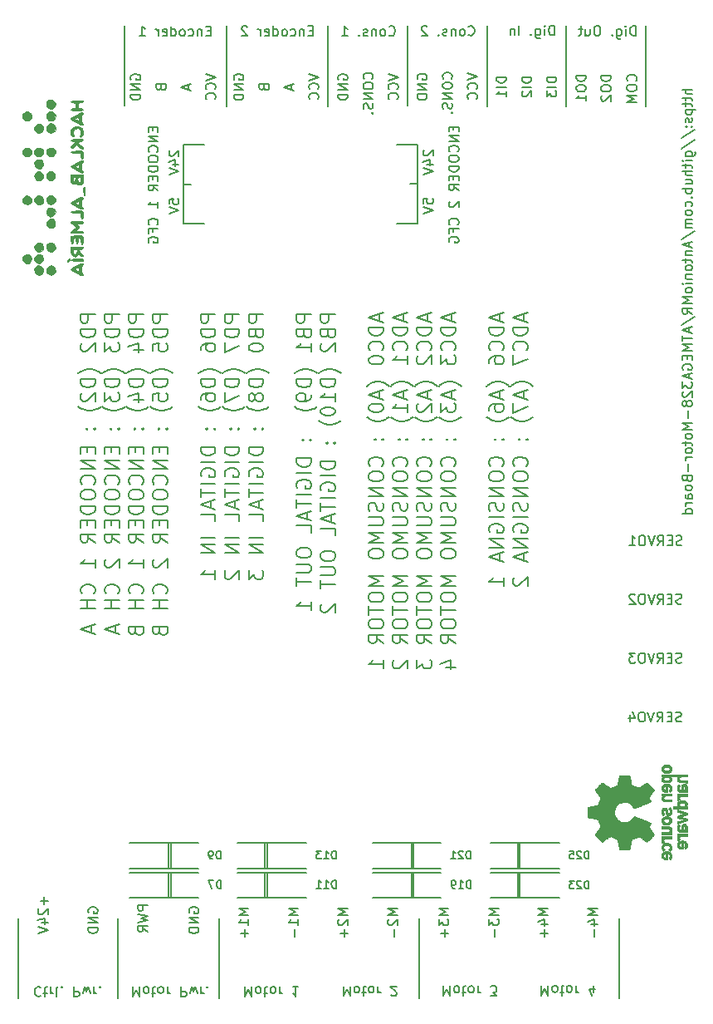
<source format=gbo>
G04 #@! TF.FileFunction,Legend,Bot*
%FSLAX46Y46*%
G04 Gerber Fmt 4.6, Leading zero omitted, Abs format (unit mm)*
G04 Created by KiCad (PCBNEW 4.1.0-alpha+201608101232+7015~46~ubuntu14.04.1-product) date Fri Aug 19 12:09:27 2016*
%MOMM*%
%LPD*%
G01*
G04 APERTURE LIST*
%ADD10C,0.100000*%
%ADD11C,0.200000*%
%ADD12C,0.150000*%
%ADD13C,0.152400*%
%ADD14C,0.010000*%
G04 APERTURE END LIST*
D10*
D11*
X123238571Y-69867142D02*
X121738571Y-69867142D01*
X121738571Y-70438571D01*
X121810000Y-70581428D01*
X121881428Y-70652857D01*
X122024285Y-70724285D01*
X122238571Y-70724285D01*
X122381428Y-70652857D01*
X122452857Y-70581428D01*
X122524285Y-70438571D01*
X122524285Y-69867142D01*
X123238571Y-71367142D02*
X121738571Y-71367142D01*
X121738571Y-71724285D01*
X121810000Y-71938571D01*
X121952857Y-72081428D01*
X122095714Y-72152857D01*
X122381428Y-72224285D01*
X122595714Y-72224285D01*
X122881428Y-72152857D01*
X123024285Y-72081428D01*
X123167142Y-71938571D01*
X123238571Y-71724285D01*
X123238571Y-71367142D01*
X121881428Y-72795714D02*
X121810000Y-72867142D01*
X121738571Y-73010000D01*
X121738571Y-73367142D01*
X121810000Y-73510000D01*
X121881428Y-73581428D01*
X122024285Y-73652857D01*
X122167142Y-73652857D01*
X122381428Y-73581428D01*
X123238571Y-72724285D01*
X123238571Y-73652857D01*
X123810000Y-75867142D02*
X123738571Y-75795714D01*
X123524285Y-75652857D01*
X123381428Y-75581428D01*
X123167142Y-75510000D01*
X122810000Y-75438571D01*
X122524285Y-75438571D01*
X122167142Y-75510000D01*
X121952857Y-75581428D01*
X121810000Y-75652857D01*
X121595714Y-75795714D01*
X121524285Y-75867142D01*
X123238571Y-76438571D02*
X121738571Y-76438571D01*
X121738571Y-76795714D01*
X121810000Y-77010000D01*
X121952857Y-77152857D01*
X122095714Y-77224285D01*
X122381428Y-77295714D01*
X122595714Y-77295714D01*
X122881428Y-77224285D01*
X123024285Y-77152857D01*
X123167142Y-77010000D01*
X123238571Y-76795714D01*
X123238571Y-76438571D01*
X121881428Y-77867142D02*
X121810000Y-77938571D01*
X121738571Y-78081428D01*
X121738571Y-78438571D01*
X121810000Y-78581428D01*
X121881428Y-78652857D01*
X122024285Y-78724285D01*
X122167142Y-78724285D01*
X122381428Y-78652857D01*
X123238571Y-77795714D01*
X123238571Y-78724285D01*
X123810000Y-79224285D02*
X123738571Y-79295714D01*
X123524285Y-79438571D01*
X123381428Y-79510000D01*
X123167142Y-79581428D01*
X122810000Y-79652857D01*
X122524285Y-79652857D01*
X122167142Y-79581428D01*
X121952857Y-79510000D01*
X121810000Y-79438571D01*
X121595714Y-79295714D01*
X121524285Y-79224285D01*
X123095714Y-81510000D02*
X123167142Y-81581428D01*
X123238571Y-81510000D01*
X123167142Y-81438571D01*
X123095714Y-81510000D01*
X123238571Y-81510000D01*
X122310000Y-81510000D02*
X122381428Y-81581428D01*
X122452857Y-81510000D01*
X122381428Y-81438571D01*
X122310000Y-81510000D01*
X122452857Y-81510000D01*
X122452857Y-83367142D02*
X122452857Y-83867142D01*
X123238571Y-84081428D02*
X123238571Y-83367142D01*
X121738571Y-83367142D01*
X121738571Y-84081428D01*
X123238571Y-84724285D02*
X121738571Y-84724285D01*
X123238571Y-85581428D01*
X121738571Y-85581428D01*
X123095714Y-87152857D02*
X123167142Y-87081428D01*
X123238571Y-86867142D01*
X123238571Y-86724285D01*
X123167142Y-86510000D01*
X123024285Y-86367142D01*
X122881428Y-86295714D01*
X122595714Y-86224285D01*
X122381428Y-86224285D01*
X122095714Y-86295714D01*
X121952857Y-86367142D01*
X121810000Y-86510000D01*
X121738571Y-86724285D01*
X121738571Y-86867142D01*
X121810000Y-87081428D01*
X121881428Y-87152857D01*
X121738571Y-88081428D02*
X121738571Y-88367142D01*
X121810000Y-88510000D01*
X121952857Y-88652857D01*
X122238571Y-88724285D01*
X122738571Y-88724285D01*
X123024285Y-88652857D01*
X123167142Y-88510000D01*
X123238571Y-88367142D01*
X123238571Y-88081428D01*
X123167142Y-87938571D01*
X123024285Y-87795714D01*
X122738571Y-87724285D01*
X122238571Y-87724285D01*
X121952857Y-87795714D01*
X121810000Y-87938571D01*
X121738571Y-88081428D01*
X123238571Y-89367142D02*
X121738571Y-89367142D01*
X121738571Y-89724285D01*
X121810000Y-89938571D01*
X121952857Y-90081428D01*
X122095714Y-90152857D01*
X122381428Y-90224285D01*
X122595714Y-90224285D01*
X122881428Y-90152857D01*
X123024285Y-90081428D01*
X123167142Y-89938571D01*
X123238571Y-89724285D01*
X123238571Y-89367142D01*
X122452857Y-90867142D02*
X122452857Y-91367142D01*
X123238571Y-91581428D02*
X123238571Y-90867142D01*
X121738571Y-90867142D01*
X121738571Y-91581428D01*
X123238571Y-93081428D02*
X122524285Y-92581428D01*
X123238571Y-92224285D02*
X121738571Y-92224285D01*
X121738571Y-92795714D01*
X121810000Y-92938571D01*
X121881428Y-93010000D01*
X122024285Y-93081428D01*
X122238571Y-93081428D01*
X122381428Y-93010000D01*
X122452857Y-92938571D01*
X122524285Y-92795714D01*
X122524285Y-92224285D01*
X123238571Y-95652857D02*
X123238571Y-94795714D01*
X123238571Y-95224285D02*
X121738571Y-95224285D01*
X121952857Y-95081428D01*
X122095714Y-94938571D01*
X122167142Y-94795714D01*
X123095714Y-98295714D02*
X123167142Y-98224285D01*
X123238571Y-98010000D01*
X123238571Y-97867142D01*
X123167142Y-97652857D01*
X123024285Y-97510000D01*
X122881428Y-97438571D01*
X122595714Y-97367142D01*
X122381428Y-97367142D01*
X122095714Y-97438571D01*
X121952857Y-97510000D01*
X121810000Y-97652857D01*
X121738571Y-97867142D01*
X121738571Y-98010000D01*
X121810000Y-98224285D01*
X121881428Y-98295714D01*
X123238571Y-98938571D02*
X121738571Y-98938571D01*
X122452857Y-98938571D02*
X122452857Y-99795714D01*
X123238571Y-99795714D02*
X121738571Y-99795714D01*
X122810000Y-101581428D02*
X122810000Y-102295714D01*
X123238571Y-101438571D02*
X121738571Y-101938571D01*
X123238571Y-102438571D01*
X125688571Y-69867142D02*
X124188571Y-69867142D01*
X124188571Y-70438571D01*
X124260000Y-70581428D01*
X124331428Y-70652857D01*
X124474285Y-70724285D01*
X124688571Y-70724285D01*
X124831428Y-70652857D01*
X124902857Y-70581428D01*
X124974285Y-70438571D01*
X124974285Y-69867142D01*
X125688571Y-71367142D02*
X124188571Y-71367142D01*
X124188571Y-71724285D01*
X124260000Y-71938571D01*
X124402857Y-72081428D01*
X124545714Y-72152857D01*
X124831428Y-72224285D01*
X125045714Y-72224285D01*
X125331428Y-72152857D01*
X125474285Y-72081428D01*
X125617142Y-71938571D01*
X125688571Y-71724285D01*
X125688571Y-71367142D01*
X124188571Y-72724285D02*
X124188571Y-73652857D01*
X124760000Y-73152857D01*
X124760000Y-73367142D01*
X124831428Y-73510000D01*
X124902857Y-73581428D01*
X125045714Y-73652857D01*
X125402857Y-73652857D01*
X125545714Y-73581428D01*
X125617142Y-73510000D01*
X125688571Y-73367142D01*
X125688571Y-72938571D01*
X125617142Y-72795714D01*
X125545714Y-72724285D01*
X126260000Y-75867142D02*
X126188571Y-75795714D01*
X125974285Y-75652857D01*
X125831428Y-75581428D01*
X125617142Y-75510000D01*
X125260000Y-75438571D01*
X124974285Y-75438571D01*
X124617142Y-75510000D01*
X124402857Y-75581428D01*
X124260000Y-75652857D01*
X124045714Y-75795714D01*
X123974285Y-75867142D01*
X125688571Y-76438571D02*
X124188571Y-76438571D01*
X124188571Y-76795714D01*
X124260000Y-77010000D01*
X124402857Y-77152857D01*
X124545714Y-77224285D01*
X124831428Y-77295714D01*
X125045714Y-77295714D01*
X125331428Y-77224285D01*
X125474285Y-77152857D01*
X125617142Y-77010000D01*
X125688571Y-76795714D01*
X125688571Y-76438571D01*
X124188571Y-77795714D02*
X124188571Y-78724285D01*
X124760000Y-78224285D01*
X124760000Y-78438571D01*
X124831428Y-78581428D01*
X124902857Y-78652857D01*
X125045714Y-78724285D01*
X125402857Y-78724285D01*
X125545714Y-78652857D01*
X125617142Y-78581428D01*
X125688571Y-78438571D01*
X125688571Y-78010000D01*
X125617142Y-77867142D01*
X125545714Y-77795714D01*
X126260000Y-79224285D02*
X126188571Y-79295714D01*
X125974285Y-79438571D01*
X125831428Y-79510000D01*
X125617142Y-79581428D01*
X125260000Y-79652857D01*
X124974285Y-79652857D01*
X124617142Y-79581428D01*
X124402857Y-79510000D01*
X124260000Y-79438571D01*
X124045714Y-79295714D01*
X123974285Y-79224285D01*
X125545714Y-81510000D02*
X125617142Y-81581428D01*
X125688571Y-81510000D01*
X125617142Y-81438571D01*
X125545714Y-81510000D01*
X125688571Y-81510000D01*
X124760000Y-81510000D02*
X124831428Y-81581428D01*
X124902857Y-81510000D01*
X124831428Y-81438571D01*
X124760000Y-81510000D01*
X124902857Y-81510000D01*
X124902857Y-83367142D02*
X124902857Y-83867142D01*
X125688571Y-84081428D02*
X125688571Y-83367142D01*
X124188571Y-83367142D01*
X124188571Y-84081428D01*
X125688571Y-84724285D02*
X124188571Y-84724285D01*
X125688571Y-85581428D01*
X124188571Y-85581428D01*
X125545714Y-87152857D02*
X125617142Y-87081428D01*
X125688571Y-86867142D01*
X125688571Y-86724285D01*
X125617142Y-86510000D01*
X125474285Y-86367142D01*
X125331428Y-86295714D01*
X125045714Y-86224285D01*
X124831428Y-86224285D01*
X124545714Y-86295714D01*
X124402857Y-86367142D01*
X124260000Y-86510000D01*
X124188571Y-86724285D01*
X124188571Y-86867142D01*
X124260000Y-87081428D01*
X124331428Y-87152857D01*
X124188571Y-88081428D02*
X124188571Y-88367142D01*
X124260000Y-88510000D01*
X124402857Y-88652857D01*
X124688571Y-88724285D01*
X125188571Y-88724285D01*
X125474285Y-88652857D01*
X125617142Y-88510000D01*
X125688571Y-88367142D01*
X125688571Y-88081428D01*
X125617142Y-87938571D01*
X125474285Y-87795714D01*
X125188571Y-87724285D01*
X124688571Y-87724285D01*
X124402857Y-87795714D01*
X124260000Y-87938571D01*
X124188571Y-88081428D01*
X125688571Y-89367142D02*
X124188571Y-89367142D01*
X124188571Y-89724285D01*
X124260000Y-89938571D01*
X124402857Y-90081428D01*
X124545714Y-90152857D01*
X124831428Y-90224285D01*
X125045714Y-90224285D01*
X125331428Y-90152857D01*
X125474285Y-90081428D01*
X125617142Y-89938571D01*
X125688571Y-89724285D01*
X125688571Y-89367142D01*
X124902857Y-90867142D02*
X124902857Y-91367142D01*
X125688571Y-91581428D02*
X125688571Y-90867142D01*
X124188571Y-90867142D01*
X124188571Y-91581428D01*
X125688571Y-93081428D02*
X124974285Y-92581428D01*
X125688571Y-92224285D02*
X124188571Y-92224285D01*
X124188571Y-92795714D01*
X124260000Y-92938571D01*
X124331428Y-93010000D01*
X124474285Y-93081428D01*
X124688571Y-93081428D01*
X124831428Y-93010000D01*
X124902857Y-92938571D01*
X124974285Y-92795714D01*
X124974285Y-92224285D01*
X124331428Y-94795714D02*
X124260000Y-94867142D01*
X124188571Y-95010000D01*
X124188571Y-95367142D01*
X124260000Y-95510000D01*
X124331428Y-95581428D01*
X124474285Y-95652857D01*
X124617142Y-95652857D01*
X124831428Y-95581428D01*
X125688571Y-94724285D01*
X125688571Y-95652857D01*
X125545714Y-98295714D02*
X125617142Y-98224285D01*
X125688571Y-98010000D01*
X125688571Y-97867142D01*
X125617142Y-97652857D01*
X125474285Y-97510000D01*
X125331428Y-97438571D01*
X125045714Y-97367142D01*
X124831428Y-97367142D01*
X124545714Y-97438571D01*
X124402857Y-97510000D01*
X124260000Y-97652857D01*
X124188571Y-97867142D01*
X124188571Y-98010000D01*
X124260000Y-98224285D01*
X124331428Y-98295714D01*
X125688571Y-98938571D02*
X124188571Y-98938571D01*
X124902857Y-98938571D02*
X124902857Y-99795714D01*
X125688571Y-99795714D02*
X124188571Y-99795714D01*
X125260000Y-101581428D02*
X125260000Y-102295714D01*
X125688571Y-101438571D02*
X124188571Y-101938571D01*
X125688571Y-102438571D01*
X128138571Y-69867142D02*
X126638571Y-69867142D01*
X126638571Y-70438571D01*
X126710000Y-70581428D01*
X126781428Y-70652857D01*
X126924285Y-70724285D01*
X127138571Y-70724285D01*
X127281428Y-70652857D01*
X127352857Y-70581428D01*
X127424285Y-70438571D01*
X127424285Y-69867142D01*
X128138571Y-71367142D02*
X126638571Y-71367142D01*
X126638571Y-71724285D01*
X126710000Y-71938571D01*
X126852857Y-72081428D01*
X126995714Y-72152857D01*
X127281428Y-72224285D01*
X127495714Y-72224285D01*
X127781428Y-72152857D01*
X127924285Y-72081428D01*
X128067142Y-71938571D01*
X128138571Y-71724285D01*
X128138571Y-71367142D01*
X127138571Y-73510000D02*
X128138571Y-73510000D01*
X126567142Y-73152857D02*
X127638571Y-72795714D01*
X127638571Y-73724285D01*
X128710000Y-75867142D02*
X128638571Y-75795714D01*
X128424285Y-75652857D01*
X128281428Y-75581428D01*
X128067142Y-75510000D01*
X127710000Y-75438571D01*
X127424285Y-75438571D01*
X127067142Y-75510000D01*
X126852857Y-75581428D01*
X126710000Y-75652857D01*
X126495714Y-75795714D01*
X126424285Y-75867142D01*
X128138571Y-76438571D02*
X126638571Y-76438571D01*
X126638571Y-76795714D01*
X126710000Y-77010000D01*
X126852857Y-77152857D01*
X126995714Y-77224285D01*
X127281428Y-77295714D01*
X127495714Y-77295714D01*
X127781428Y-77224285D01*
X127924285Y-77152857D01*
X128067142Y-77010000D01*
X128138571Y-76795714D01*
X128138571Y-76438571D01*
X127138571Y-78581428D02*
X128138571Y-78581428D01*
X126567142Y-78224285D02*
X127638571Y-77867142D01*
X127638571Y-78795714D01*
X128710000Y-79224285D02*
X128638571Y-79295714D01*
X128424285Y-79438571D01*
X128281428Y-79510000D01*
X128067142Y-79581428D01*
X127710000Y-79652857D01*
X127424285Y-79652857D01*
X127067142Y-79581428D01*
X126852857Y-79510000D01*
X126710000Y-79438571D01*
X126495714Y-79295714D01*
X126424285Y-79224285D01*
X127995714Y-81510000D02*
X128067142Y-81581428D01*
X128138571Y-81510000D01*
X128067142Y-81438571D01*
X127995714Y-81510000D01*
X128138571Y-81510000D01*
X127210000Y-81510000D02*
X127281428Y-81581428D01*
X127352857Y-81510000D01*
X127281428Y-81438571D01*
X127210000Y-81510000D01*
X127352857Y-81510000D01*
X127352857Y-83367142D02*
X127352857Y-83867142D01*
X128138571Y-84081428D02*
X128138571Y-83367142D01*
X126638571Y-83367142D01*
X126638571Y-84081428D01*
X128138571Y-84724285D02*
X126638571Y-84724285D01*
X128138571Y-85581428D01*
X126638571Y-85581428D01*
X127995714Y-87152857D02*
X128067142Y-87081428D01*
X128138571Y-86867142D01*
X128138571Y-86724285D01*
X128067142Y-86510000D01*
X127924285Y-86367142D01*
X127781428Y-86295714D01*
X127495714Y-86224285D01*
X127281428Y-86224285D01*
X126995714Y-86295714D01*
X126852857Y-86367142D01*
X126710000Y-86510000D01*
X126638571Y-86724285D01*
X126638571Y-86867142D01*
X126710000Y-87081428D01*
X126781428Y-87152857D01*
X126638571Y-88081428D02*
X126638571Y-88367142D01*
X126710000Y-88510000D01*
X126852857Y-88652857D01*
X127138571Y-88724285D01*
X127638571Y-88724285D01*
X127924285Y-88652857D01*
X128067142Y-88510000D01*
X128138571Y-88367142D01*
X128138571Y-88081428D01*
X128067142Y-87938571D01*
X127924285Y-87795714D01*
X127638571Y-87724285D01*
X127138571Y-87724285D01*
X126852857Y-87795714D01*
X126710000Y-87938571D01*
X126638571Y-88081428D01*
X128138571Y-89367142D02*
X126638571Y-89367142D01*
X126638571Y-89724285D01*
X126710000Y-89938571D01*
X126852857Y-90081428D01*
X126995714Y-90152857D01*
X127281428Y-90224285D01*
X127495714Y-90224285D01*
X127781428Y-90152857D01*
X127924285Y-90081428D01*
X128067142Y-89938571D01*
X128138571Y-89724285D01*
X128138571Y-89367142D01*
X127352857Y-90867142D02*
X127352857Y-91367142D01*
X128138571Y-91581428D02*
X128138571Y-90867142D01*
X126638571Y-90867142D01*
X126638571Y-91581428D01*
X128138571Y-93081428D02*
X127424285Y-92581428D01*
X128138571Y-92224285D02*
X126638571Y-92224285D01*
X126638571Y-92795714D01*
X126710000Y-92938571D01*
X126781428Y-93010000D01*
X126924285Y-93081428D01*
X127138571Y-93081428D01*
X127281428Y-93010000D01*
X127352857Y-92938571D01*
X127424285Y-92795714D01*
X127424285Y-92224285D01*
X128138571Y-95652857D02*
X128138571Y-94795714D01*
X128138571Y-95224285D02*
X126638571Y-95224285D01*
X126852857Y-95081428D01*
X126995714Y-94938571D01*
X127067142Y-94795714D01*
X127995714Y-98295714D02*
X128067142Y-98224285D01*
X128138571Y-98010000D01*
X128138571Y-97867142D01*
X128067142Y-97652857D01*
X127924285Y-97510000D01*
X127781428Y-97438571D01*
X127495714Y-97367142D01*
X127281428Y-97367142D01*
X126995714Y-97438571D01*
X126852857Y-97510000D01*
X126710000Y-97652857D01*
X126638571Y-97867142D01*
X126638571Y-98010000D01*
X126710000Y-98224285D01*
X126781428Y-98295714D01*
X128138571Y-98938571D02*
X126638571Y-98938571D01*
X127352857Y-98938571D02*
X127352857Y-99795714D01*
X128138571Y-99795714D02*
X126638571Y-99795714D01*
X127352857Y-102152857D02*
X127424285Y-102367142D01*
X127495714Y-102438571D01*
X127638571Y-102510000D01*
X127852857Y-102510000D01*
X127995714Y-102438571D01*
X128067142Y-102367142D01*
X128138571Y-102224285D01*
X128138571Y-101652857D01*
X126638571Y-101652857D01*
X126638571Y-102152857D01*
X126710000Y-102295714D01*
X126781428Y-102367142D01*
X126924285Y-102438571D01*
X127067142Y-102438571D01*
X127210000Y-102367142D01*
X127281428Y-102295714D01*
X127352857Y-102152857D01*
X127352857Y-101652857D01*
X130588571Y-69867142D02*
X129088571Y-69867142D01*
X129088571Y-70438571D01*
X129160000Y-70581428D01*
X129231428Y-70652857D01*
X129374285Y-70724285D01*
X129588571Y-70724285D01*
X129731428Y-70652857D01*
X129802857Y-70581428D01*
X129874285Y-70438571D01*
X129874285Y-69867142D01*
X130588571Y-71367142D02*
X129088571Y-71367142D01*
X129088571Y-71724285D01*
X129160000Y-71938571D01*
X129302857Y-72081428D01*
X129445714Y-72152857D01*
X129731428Y-72224285D01*
X129945714Y-72224285D01*
X130231428Y-72152857D01*
X130374285Y-72081428D01*
X130517142Y-71938571D01*
X130588571Y-71724285D01*
X130588571Y-71367142D01*
X129088571Y-73581428D02*
X129088571Y-72867142D01*
X129802857Y-72795714D01*
X129731428Y-72867142D01*
X129660000Y-73010000D01*
X129660000Y-73367142D01*
X129731428Y-73510000D01*
X129802857Y-73581428D01*
X129945714Y-73652857D01*
X130302857Y-73652857D01*
X130445714Y-73581428D01*
X130517142Y-73510000D01*
X130588571Y-73367142D01*
X130588571Y-73010000D01*
X130517142Y-72867142D01*
X130445714Y-72795714D01*
X131160000Y-75867142D02*
X131088571Y-75795714D01*
X130874285Y-75652857D01*
X130731428Y-75581428D01*
X130517142Y-75510000D01*
X130160000Y-75438571D01*
X129874285Y-75438571D01*
X129517142Y-75510000D01*
X129302857Y-75581428D01*
X129160000Y-75652857D01*
X128945714Y-75795714D01*
X128874285Y-75867142D01*
X130588571Y-76438571D02*
X129088571Y-76438571D01*
X129088571Y-76795714D01*
X129160000Y-77010000D01*
X129302857Y-77152857D01*
X129445714Y-77224285D01*
X129731428Y-77295714D01*
X129945714Y-77295714D01*
X130231428Y-77224285D01*
X130374285Y-77152857D01*
X130517142Y-77010000D01*
X130588571Y-76795714D01*
X130588571Y-76438571D01*
X129088571Y-78652857D02*
X129088571Y-77938571D01*
X129802857Y-77867142D01*
X129731428Y-77938571D01*
X129660000Y-78081428D01*
X129660000Y-78438571D01*
X129731428Y-78581428D01*
X129802857Y-78652857D01*
X129945714Y-78724285D01*
X130302857Y-78724285D01*
X130445714Y-78652857D01*
X130517142Y-78581428D01*
X130588571Y-78438571D01*
X130588571Y-78081428D01*
X130517142Y-77938571D01*
X130445714Y-77867142D01*
X131160000Y-79224285D02*
X131088571Y-79295714D01*
X130874285Y-79438571D01*
X130731428Y-79510000D01*
X130517142Y-79581428D01*
X130160000Y-79652857D01*
X129874285Y-79652857D01*
X129517142Y-79581428D01*
X129302857Y-79510000D01*
X129160000Y-79438571D01*
X128945714Y-79295714D01*
X128874285Y-79224285D01*
X130445714Y-81510000D02*
X130517142Y-81581428D01*
X130588571Y-81510000D01*
X130517142Y-81438571D01*
X130445714Y-81510000D01*
X130588571Y-81510000D01*
X129660000Y-81510000D02*
X129731428Y-81581428D01*
X129802857Y-81510000D01*
X129731428Y-81438571D01*
X129660000Y-81510000D01*
X129802857Y-81510000D01*
X129802857Y-83367142D02*
X129802857Y-83867142D01*
X130588571Y-84081428D02*
X130588571Y-83367142D01*
X129088571Y-83367142D01*
X129088571Y-84081428D01*
X130588571Y-84724285D02*
X129088571Y-84724285D01*
X130588571Y-85581428D01*
X129088571Y-85581428D01*
X130445714Y-87152857D02*
X130517142Y-87081428D01*
X130588571Y-86867142D01*
X130588571Y-86724285D01*
X130517142Y-86510000D01*
X130374285Y-86367142D01*
X130231428Y-86295714D01*
X129945714Y-86224285D01*
X129731428Y-86224285D01*
X129445714Y-86295714D01*
X129302857Y-86367142D01*
X129160000Y-86510000D01*
X129088571Y-86724285D01*
X129088571Y-86867142D01*
X129160000Y-87081428D01*
X129231428Y-87152857D01*
X129088571Y-88081428D02*
X129088571Y-88367142D01*
X129160000Y-88510000D01*
X129302857Y-88652857D01*
X129588571Y-88724285D01*
X130088571Y-88724285D01*
X130374285Y-88652857D01*
X130517142Y-88510000D01*
X130588571Y-88367142D01*
X130588571Y-88081428D01*
X130517142Y-87938571D01*
X130374285Y-87795714D01*
X130088571Y-87724285D01*
X129588571Y-87724285D01*
X129302857Y-87795714D01*
X129160000Y-87938571D01*
X129088571Y-88081428D01*
X130588571Y-89367142D02*
X129088571Y-89367142D01*
X129088571Y-89724285D01*
X129160000Y-89938571D01*
X129302857Y-90081428D01*
X129445714Y-90152857D01*
X129731428Y-90224285D01*
X129945714Y-90224285D01*
X130231428Y-90152857D01*
X130374285Y-90081428D01*
X130517142Y-89938571D01*
X130588571Y-89724285D01*
X130588571Y-89367142D01*
X129802857Y-90867142D02*
X129802857Y-91367142D01*
X130588571Y-91581428D02*
X130588571Y-90867142D01*
X129088571Y-90867142D01*
X129088571Y-91581428D01*
X130588571Y-93081428D02*
X129874285Y-92581428D01*
X130588571Y-92224285D02*
X129088571Y-92224285D01*
X129088571Y-92795714D01*
X129160000Y-92938571D01*
X129231428Y-93010000D01*
X129374285Y-93081428D01*
X129588571Y-93081428D01*
X129731428Y-93010000D01*
X129802857Y-92938571D01*
X129874285Y-92795714D01*
X129874285Y-92224285D01*
X129231428Y-94795714D02*
X129160000Y-94867142D01*
X129088571Y-95010000D01*
X129088571Y-95367142D01*
X129160000Y-95510000D01*
X129231428Y-95581428D01*
X129374285Y-95652857D01*
X129517142Y-95652857D01*
X129731428Y-95581428D01*
X130588571Y-94724285D01*
X130588571Y-95652857D01*
X130445714Y-98295714D02*
X130517142Y-98224285D01*
X130588571Y-98010000D01*
X130588571Y-97867142D01*
X130517142Y-97652857D01*
X130374285Y-97510000D01*
X130231428Y-97438571D01*
X129945714Y-97367142D01*
X129731428Y-97367142D01*
X129445714Y-97438571D01*
X129302857Y-97510000D01*
X129160000Y-97652857D01*
X129088571Y-97867142D01*
X129088571Y-98010000D01*
X129160000Y-98224285D01*
X129231428Y-98295714D01*
X130588571Y-98938571D02*
X129088571Y-98938571D01*
X129802857Y-98938571D02*
X129802857Y-99795714D01*
X130588571Y-99795714D02*
X129088571Y-99795714D01*
X129802857Y-102152857D02*
X129874285Y-102367142D01*
X129945714Y-102438571D01*
X130088571Y-102510000D01*
X130302857Y-102510000D01*
X130445714Y-102438571D01*
X130517142Y-102367142D01*
X130588571Y-102224285D01*
X130588571Y-101652857D01*
X129088571Y-101652857D01*
X129088571Y-102152857D01*
X129160000Y-102295714D01*
X129231428Y-102367142D01*
X129374285Y-102438571D01*
X129517142Y-102438571D01*
X129660000Y-102367142D01*
X129731428Y-102295714D01*
X129802857Y-102152857D01*
X129802857Y-101652857D01*
X135488571Y-69867142D02*
X133988571Y-69867142D01*
X133988571Y-70438571D01*
X134060000Y-70581428D01*
X134131428Y-70652857D01*
X134274285Y-70724285D01*
X134488571Y-70724285D01*
X134631428Y-70652857D01*
X134702857Y-70581428D01*
X134774285Y-70438571D01*
X134774285Y-69867142D01*
X135488571Y-71367142D02*
X133988571Y-71367142D01*
X133988571Y-71724285D01*
X134060000Y-71938571D01*
X134202857Y-72081428D01*
X134345714Y-72152857D01*
X134631428Y-72224285D01*
X134845714Y-72224285D01*
X135131428Y-72152857D01*
X135274285Y-72081428D01*
X135417142Y-71938571D01*
X135488571Y-71724285D01*
X135488571Y-71367142D01*
X133988571Y-73510000D02*
X133988571Y-73224285D01*
X134060000Y-73081428D01*
X134131428Y-73010000D01*
X134345714Y-72867142D01*
X134631428Y-72795714D01*
X135202857Y-72795714D01*
X135345714Y-72867142D01*
X135417142Y-72938571D01*
X135488571Y-73081428D01*
X135488571Y-73367142D01*
X135417142Y-73510000D01*
X135345714Y-73581428D01*
X135202857Y-73652857D01*
X134845714Y-73652857D01*
X134702857Y-73581428D01*
X134631428Y-73510000D01*
X134560000Y-73367142D01*
X134560000Y-73081428D01*
X134631428Y-72938571D01*
X134702857Y-72867142D01*
X134845714Y-72795714D01*
X136060000Y-75867142D02*
X135988571Y-75795714D01*
X135774285Y-75652857D01*
X135631428Y-75581428D01*
X135417142Y-75510000D01*
X135060000Y-75438571D01*
X134774285Y-75438571D01*
X134417142Y-75510000D01*
X134202857Y-75581428D01*
X134060000Y-75652857D01*
X133845714Y-75795714D01*
X133774285Y-75867142D01*
X135488571Y-76438571D02*
X133988571Y-76438571D01*
X133988571Y-76795714D01*
X134060000Y-77010000D01*
X134202857Y-77152857D01*
X134345714Y-77224285D01*
X134631428Y-77295714D01*
X134845714Y-77295714D01*
X135131428Y-77224285D01*
X135274285Y-77152857D01*
X135417142Y-77010000D01*
X135488571Y-76795714D01*
X135488571Y-76438571D01*
X133988571Y-78581428D02*
X133988571Y-78295714D01*
X134060000Y-78152857D01*
X134131428Y-78081428D01*
X134345714Y-77938571D01*
X134631428Y-77867142D01*
X135202857Y-77867142D01*
X135345714Y-77938571D01*
X135417142Y-78010000D01*
X135488571Y-78152857D01*
X135488571Y-78438571D01*
X135417142Y-78581428D01*
X135345714Y-78652857D01*
X135202857Y-78724285D01*
X134845714Y-78724285D01*
X134702857Y-78652857D01*
X134631428Y-78581428D01*
X134560000Y-78438571D01*
X134560000Y-78152857D01*
X134631428Y-78010000D01*
X134702857Y-77938571D01*
X134845714Y-77867142D01*
X136060000Y-79224285D02*
X135988571Y-79295714D01*
X135774285Y-79438571D01*
X135631428Y-79510000D01*
X135417142Y-79581428D01*
X135060000Y-79652857D01*
X134774285Y-79652857D01*
X134417142Y-79581428D01*
X134202857Y-79510000D01*
X134060000Y-79438571D01*
X133845714Y-79295714D01*
X133774285Y-79224285D01*
X135345714Y-81510000D02*
X135417142Y-81581428D01*
X135488571Y-81510000D01*
X135417142Y-81438571D01*
X135345714Y-81510000D01*
X135488571Y-81510000D01*
X134560000Y-81510000D02*
X134631428Y-81581428D01*
X134702857Y-81510000D01*
X134631428Y-81438571D01*
X134560000Y-81510000D01*
X134702857Y-81510000D01*
X135488571Y-83367142D02*
X133988571Y-83367142D01*
X133988571Y-83724285D01*
X134060000Y-83938571D01*
X134202857Y-84081428D01*
X134345714Y-84152857D01*
X134631428Y-84224285D01*
X134845714Y-84224285D01*
X135131428Y-84152857D01*
X135274285Y-84081428D01*
X135417142Y-83938571D01*
X135488571Y-83724285D01*
X135488571Y-83367142D01*
X135488571Y-84867142D02*
X133988571Y-84867142D01*
X134060000Y-86367142D02*
X133988571Y-86224285D01*
X133988571Y-86010000D01*
X134060000Y-85795714D01*
X134202857Y-85652857D01*
X134345714Y-85581428D01*
X134631428Y-85510000D01*
X134845714Y-85510000D01*
X135131428Y-85581428D01*
X135274285Y-85652857D01*
X135417142Y-85795714D01*
X135488571Y-86010000D01*
X135488571Y-86152857D01*
X135417142Y-86367142D01*
X135345714Y-86438571D01*
X134845714Y-86438571D01*
X134845714Y-86152857D01*
X135488571Y-87081428D02*
X133988571Y-87081428D01*
X133988571Y-87581428D02*
X133988571Y-88438571D01*
X135488571Y-88010000D02*
X133988571Y-88010000D01*
X135060000Y-88867142D02*
X135060000Y-89581428D01*
X135488571Y-88724285D02*
X133988571Y-89224285D01*
X135488571Y-89724285D01*
X135488571Y-90938571D02*
X135488571Y-90224285D01*
X133988571Y-90224285D01*
X135488571Y-92581428D02*
X133988571Y-92581428D01*
X135488571Y-93295714D02*
X133988571Y-93295714D01*
X135488571Y-94152857D01*
X133988571Y-94152857D01*
X135488571Y-96795714D02*
X135488571Y-95938571D01*
X135488571Y-96367142D02*
X133988571Y-96367142D01*
X134202857Y-96224285D01*
X134345714Y-96081428D01*
X134417142Y-95938571D01*
X137938571Y-69867142D02*
X136438571Y-69867142D01*
X136438571Y-70438571D01*
X136510000Y-70581428D01*
X136581428Y-70652857D01*
X136724285Y-70724285D01*
X136938571Y-70724285D01*
X137081428Y-70652857D01*
X137152857Y-70581428D01*
X137224285Y-70438571D01*
X137224285Y-69867142D01*
X137938571Y-71367142D02*
X136438571Y-71367142D01*
X136438571Y-71724285D01*
X136510000Y-71938571D01*
X136652857Y-72081428D01*
X136795714Y-72152857D01*
X137081428Y-72224285D01*
X137295714Y-72224285D01*
X137581428Y-72152857D01*
X137724285Y-72081428D01*
X137867142Y-71938571D01*
X137938571Y-71724285D01*
X137938571Y-71367142D01*
X136438571Y-72724285D02*
X136438571Y-73724285D01*
X137938571Y-73081428D01*
X138510000Y-75867142D02*
X138438571Y-75795714D01*
X138224285Y-75652857D01*
X138081428Y-75581428D01*
X137867142Y-75510000D01*
X137510000Y-75438571D01*
X137224285Y-75438571D01*
X136867142Y-75510000D01*
X136652857Y-75581428D01*
X136510000Y-75652857D01*
X136295714Y-75795714D01*
X136224285Y-75867142D01*
X137938571Y-76438571D02*
X136438571Y-76438571D01*
X136438571Y-76795714D01*
X136510000Y-77010000D01*
X136652857Y-77152857D01*
X136795714Y-77224285D01*
X137081428Y-77295714D01*
X137295714Y-77295714D01*
X137581428Y-77224285D01*
X137724285Y-77152857D01*
X137867142Y-77010000D01*
X137938571Y-76795714D01*
X137938571Y-76438571D01*
X136438571Y-77795714D02*
X136438571Y-78795714D01*
X137938571Y-78152857D01*
X138510000Y-79224285D02*
X138438571Y-79295714D01*
X138224285Y-79438571D01*
X138081428Y-79510000D01*
X137867142Y-79581428D01*
X137510000Y-79652857D01*
X137224285Y-79652857D01*
X136867142Y-79581428D01*
X136652857Y-79510000D01*
X136510000Y-79438571D01*
X136295714Y-79295714D01*
X136224285Y-79224285D01*
X137795714Y-81510000D02*
X137867142Y-81581428D01*
X137938571Y-81510000D01*
X137867142Y-81438571D01*
X137795714Y-81510000D01*
X137938571Y-81510000D01*
X137010000Y-81510000D02*
X137081428Y-81581428D01*
X137152857Y-81510000D01*
X137081428Y-81438571D01*
X137010000Y-81510000D01*
X137152857Y-81510000D01*
X137938571Y-83367142D02*
X136438571Y-83367142D01*
X136438571Y-83724285D01*
X136510000Y-83938571D01*
X136652857Y-84081428D01*
X136795714Y-84152857D01*
X137081428Y-84224285D01*
X137295714Y-84224285D01*
X137581428Y-84152857D01*
X137724285Y-84081428D01*
X137867142Y-83938571D01*
X137938571Y-83724285D01*
X137938571Y-83367142D01*
X137938571Y-84867142D02*
X136438571Y-84867142D01*
X136510000Y-86367142D02*
X136438571Y-86224285D01*
X136438571Y-86010000D01*
X136510000Y-85795714D01*
X136652857Y-85652857D01*
X136795714Y-85581428D01*
X137081428Y-85510000D01*
X137295714Y-85510000D01*
X137581428Y-85581428D01*
X137724285Y-85652857D01*
X137867142Y-85795714D01*
X137938571Y-86010000D01*
X137938571Y-86152857D01*
X137867142Y-86367142D01*
X137795714Y-86438571D01*
X137295714Y-86438571D01*
X137295714Y-86152857D01*
X137938571Y-87081428D02*
X136438571Y-87081428D01*
X136438571Y-87581428D02*
X136438571Y-88438571D01*
X137938571Y-88010000D02*
X136438571Y-88010000D01*
X137510000Y-88867142D02*
X137510000Y-89581428D01*
X137938571Y-88724285D02*
X136438571Y-89224285D01*
X137938571Y-89724285D01*
X137938571Y-90938571D02*
X137938571Y-90224285D01*
X136438571Y-90224285D01*
X137938571Y-92581428D02*
X136438571Y-92581428D01*
X137938571Y-93295714D02*
X136438571Y-93295714D01*
X137938571Y-94152857D01*
X136438571Y-94152857D01*
X136581428Y-95938571D02*
X136510000Y-96010000D01*
X136438571Y-96152857D01*
X136438571Y-96510000D01*
X136510000Y-96652857D01*
X136581428Y-96724285D01*
X136724285Y-96795714D01*
X136867142Y-96795714D01*
X137081428Y-96724285D01*
X137938571Y-95867142D01*
X137938571Y-96795714D01*
X140388571Y-69867142D02*
X138888571Y-69867142D01*
X138888571Y-70438571D01*
X138960000Y-70581428D01*
X139031428Y-70652857D01*
X139174285Y-70724285D01*
X139388571Y-70724285D01*
X139531428Y-70652857D01*
X139602857Y-70581428D01*
X139674285Y-70438571D01*
X139674285Y-69867142D01*
X139602857Y-71867142D02*
X139674285Y-72081428D01*
X139745714Y-72152857D01*
X139888571Y-72224285D01*
X140102857Y-72224285D01*
X140245714Y-72152857D01*
X140317142Y-72081428D01*
X140388571Y-71938571D01*
X140388571Y-71367142D01*
X138888571Y-71367142D01*
X138888571Y-71867142D01*
X138960000Y-72010000D01*
X139031428Y-72081428D01*
X139174285Y-72152857D01*
X139317142Y-72152857D01*
X139460000Y-72081428D01*
X139531428Y-72010000D01*
X139602857Y-71867142D01*
X139602857Y-71367142D01*
X138888571Y-73152857D02*
X138888571Y-73295714D01*
X138960000Y-73438571D01*
X139031428Y-73510000D01*
X139174285Y-73581428D01*
X139460000Y-73652857D01*
X139817142Y-73652857D01*
X140102857Y-73581428D01*
X140245714Y-73510000D01*
X140317142Y-73438571D01*
X140388571Y-73295714D01*
X140388571Y-73152857D01*
X140317142Y-73010000D01*
X140245714Y-72938571D01*
X140102857Y-72867142D01*
X139817142Y-72795714D01*
X139460000Y-72795714D01*
X139174285Y-72867142D01*
X139031428Y-72938571D01*
X138960000Y-73010000D01*
X138888571Y-73152857D01*
X140960000Y-75867142D02*
X140888571Y-75795714D01*
X140674285Y-75652857D01*
X140531428Y-75581428D01*
X140317142Y-75510000D01*
X139960000Y-75438571D01*
X139674285Y-75438571D01*
X139317142Y-75510000D01*
X139102857Y-75581428D01*
X138960000Y-75652857D01*
X138745714Y-75795714D01*
X138674285Y-75867142D01*
X140388571Y-76438571D02*
X138888571Y-76438571D01*
X138888571Y-76795714D01*
X138960000Y-77010000D01*
X139102857Y-77152857D01*
X139245714Y-77224285D01*
X139531428Y-77295714D01*
X139745714Y-77295714D01*
X140031428Y-77224285D01*
X140174285Y-77152857D01*
X140317142Y-77010000D01*
X140388571Y-76795714D01*
X140388571Y-76438571D01*
X139531428Y-78152857D02*
X139460000Y-78010000D01*
X139388571Y-77938571D01*
X139245714Y-77867142D01*
X139174285Y-77867142D01*
X139031428Y-77938571D01*
X138960000Y-78010000D01*
X138888571Y-78152857D01*
X138888571Y-78438571D01*
X138960000Y-78581428D01*
X139031428Y-78652857D01*
X139174285Y-78724285D01*
X139245714Y-78724285D01*
X139388571Y-78652857D01*
X139460000Y-78581428D01*
X139531428Y-78438571D01*
X139531428Y-78152857D01*
X139602857Y-78010000D01*
X139674285Y-77938571D01*
X139817142Y-77867142D01*
X140102857Y-77867142D01*
X140245714Y-77938571D01*
X140317142Y-78010000D01*
X140388571Y-78152857D01*
X140388571Y-78438571D01*
X140317142Y-78581428D01*
X140245714Y-78652857D01*
X140102857Y-78724285D01*
X139817142Y-78724285D01*
X139674285Y-78652857D01*
X139602857Y-78581428D01*
X139531428Y-78438571D01*
X140960000Y-79224285D02*
X140888571Y-79295714D01*
X140674285Y-79438571D01*
X140531428Y-79510000D01*
X140317142Y-79581428D01*
X139960000Y-79652857D01*
X139674285Y-79652857D01*
X139317142Y-79581428D01*
X139102857Y-79510000D01*
X138960000Y-79438571D01*
X138745714Y-79295714D01*
X138674285Y-79224285D01*
X140245714Y-81510000D02*
X140317142Y-81581428D01*
X140388571Y-81510000D01*
X140317142Y-81438571D01*
X140245714Y-81510000D01*
X140388571Y-81510000D01*
X139460000Y-81510000D02*
X139531428Y-81581428D01*
X139602857Y-81510000D01*
X139531428Y-81438571D01*
X139460000Y-81510000D01*
X139602857Y-81510000D01*
X140388571Y-83367142D02*
X138888571Y-83367142D01*
X138888571Y-83724285D01*
X138960000Y-83938571D01*
X139102857Y-84081428D01*
X139245714Y-84152857D01*
X139531428Y-84224285D01*
X139745714Y-84224285D01*
X140031428Y-84152857D01*
X140174285Y-84081428D01*
X140317142Y-83938571D01*
X140388571Y-83724285D01*
X140388571Y-83367142D01*
X140388571Y-84867142D02*
X138888571Y-84867142D01*
X138960000Y-86367142D02*
X138888571Y-86224285D01*
X138888571Y-86010000D01*
X138960000Y-85795714D01*
X139102857Y-85652857D01*
X139245714Y-85581428D01*
X139531428Y-85510000D01*
X139745714Y-85510000D01*
X140031428Y-85581428D01*
X140174285Y-85652857D01*
X140317142Y-85795714D01*
X140388571Y-86010000D01*
X140388571Y-86152857D01*
X140317142Y-86367142D01*
X140245714Y-86438571D01*
X139745714Y-86438571D01*
X139745714Y-86152857D01*
X140388571Y-87081428D02*
X138888571Y-87081428D01*
X138888571Y-87581428D02*
X138888571Y-88438571D01*
X140388571Y-88010000D02*
X138888571Y-88010000D01*
X139960000Y-88867142D02*
X139960000Y-89581428D01*
X140388571Y-88724285D02*
X138888571Y-89224285D01*
X140388571Y-89724285D01*
X140388571Y-90938571D02*
X140388571Y-90224285D01*
X138888571Y-90224285D01*
X140388571Y-92581428D02*
X138888571Y-92581428D01*
X140388571Y-93295714D02*
X138888571Y-93295714D01*
X140388571Y-94152857D01*
X138888571Y-94152857D01*
X138888571Y-95867142D02*
X138888571Y-96795714D01*
X139460000Y-96295714D01*
X139460000Y-96510000D01*
X139531428Y-96652857D01*
X139602857Y-96724285D01*
X139745714Y-96795714D01*
X140102857Y-96795714D01*
X140245714Y-96724285D01*
X140317142Y-96652857D01*
X140388571Y-96510000D01*
X140388571Y-96081428D01*
X140317142Y-95938571D01*
X140245714Y-95867142D01*
X145288571Y-69867142D02*
X143788571Y-69867142D01*
X143788571Y-70438571D01*
X143860000Y-70581428D01*
X143931428Y-70652857D01*
X144074285Y-70724285D01*
X144288571Y-70724285D01*
X144431428Y-70652857D01*
X144502857Y-70581428D01*
X144574285Y-70438571D01*
X144574285Y-69867142D01*
X144502857Y-71867142D02*
X144574285Y-72081428D01*
X144645714Y-72152857D01*
X144788571Y-72224285D01*
X145002857Y-72224285D01*
X145145714Y-72152857D01*
X145217142Y-72081428D01*
X145288571Y-71938571D01*
X145288571Y-71367142D01*
X143788571Y-71367142D01*
X143788571Y-71867142D01*
X143860000Y-72010000D01*
X143931428Y-72081428D01*
X144074285Y-72152857D01*
X144217142Y-72152857D01*
X144360000Y-72081428D01*
X144431428Y-72010000D01*
X144502857Y-71867142D01*
X144502857Y-71367142D01*
X145288571Y-73652857D02*
X145288571Y-72795714D01*
X145288571Y-73224285D02*
X143788571Y-73224285D01*
X144002857Y-73081428D01*
X144145714Y-72938571D01*
X144217142Y-72795714D01*
X145860000Y-75867142D02*
X145788571Y-75795714D01*
X145574285Y-75652857D01*
X145431428Y-75581428D01*
X145217142Y-75510000D01*
X144860000Y-75438571D01*
X144574285Y-75438571D01*
X144217142Y-75510000D01*
X144002857Y-75581428D01*
X143860000Y-75652857D01*
X143645714Y-75795714D01*
X143574285Y-75867142D01*
X145288571Y-76438571D02*
X143788571Y-76438571D01*
X143788571Y-76795714D01*
X143860000Y-77010000D01*
X144002857Y-77152857D01*
X144145714Y-77224285D01*
X144431428Y-77295714D01*
X144645714Y-77295714D01*
X144931428Y-77224285D01*
X145074285Y-77152857D01*
X145217142Y-77010000D01*
X145288571Y-76795714D01*
X145288571Y-76438571D01*
X145288571Y-78010000D02*
X145288571Y-78295714D01*
X145217142Y-78438571D01*
X145145714Y-78510000D01*
X144931428Y-78652857D01*
X144645714Y-78724285D01*
X144074285Y-78724285D01*
X143931428Y-78652857D01*
X143860000Y-78581428D01*
X143788571Y-78438571D01*
X143788571Y-78152857D01*
X143860000Y-78010000D01*
X143931428Y-77938571D01*
X144074285Y-77867142D01*
X144431428Y-77867142D01*
X144574285Y-77938571D01*
X144645714Y-78010000D01*
X144717142Y-78152857D01*
X144717142Y-78438571D01*
X144645714Y-78581428D01*
X144574285Y-78652857D01*
X144431428Y-78724285D01*
X145860000Y-79224285D02*
X145788571Y-79295714D01*
X145574285Y-79438571D01*
X145431428Y-79510000D01*
X145217142Y-79581428D01*
X144860000Y-79652857D01*
X144574285Y-79652857D01*
X144217142Y-79581428D01*
X144002857Y-79510000D01*
X143860000Y-79438571D01*
X143645714Y-79295714D01*
X143574285Y-79224285D01*
X145145714Y-82652857D02*
X145217142Y-82724285D01*
X145288571Y-82652857D01*
X145217142Y-82581428D01*
X145145714Y-82652857D01*
X145288571Y-82652857D01*
X144360000Y-82652857D02*
X144431428Y-82724285D01*
X144502857Y-82652857D01*
X144431428Y-82581428D01*
X144360000Y-82652857D01*
X144502857Y-82652857D01*
X145288571Y-84510000D02*
X143788571Y-84510000D01*
X143788571Y-84867142D01*
X143860000Y-85081428D01*
X144002857Y-85224285D01*
X144145714Y-85295714D01*
X144431428Y-85367142D01*
X144645714Y-85367142D01*
X144931428Y-85295714D01*
X145074285Y-85224285D01*
X145217142Y-85081428D01*
X145288571Y-84867142D01*
X145288571Y-84510000D01*
X145288571Y-86010000D02*
X143788571Y-86010000D01*
X143860000Y-87510000D02*
X143788571Y-87367142D01*
X143788571Y-87152857D01*
X143860000Y-86938571D01*
X144002857Y-86795714D01*
X144145714Y-86724285D01*
X144431428Y-86652857D01*
X144645714Y-86652857D01*
X144931428Y-86724285D01*
X145074285Y-86795714D01*
X145217142Y-86938571D01*
X145288571Y-87152857D01*
X145288571Y-87295714D01*
X145217142Y-87510000D01*
X145145714Y-87581428D01*
X144645714Y-87581428D01*
X144645714Y-87295714D01*
X145288571Y-88224285D02*
X143788571Y-88224285D01*
X143788571Y-88724285D02*
X143788571Y-89581428D01*
X145288571Y-89152857D02*
X143788571Y-89152857D01*
X144860000Y-90010000D02*
X144860000Y-90724285D01*
X145288571Y-89867142D02*
X143788571Y-90367142D01*
X145288571Y-90867142D01*
X145288571Y-92081428D02*
X145288571Y-91367142D01*
X143788571Y-91367142D01*
X143788571Y-94010000D02*
X143788571Y-94295714D01*
X143860000Y-94438571D01*
X144002857Y-94581428D01*
X144288571Y-94652857D01*
X144788571Y-94652857D01*
X145074285Y-94581428D01*
X145217142Y-94438571D01*
X145288571Y-94295714D01*
X145288571Y-94010000D01*
X145217142Y-93867142D01*
X145074285Y-93724285D01*
X144788571Y-93652857D01*
X144288571Y-93652857D01*
X144002857Y-93724285D01*
X143860000Y-93867142D01*
X143788571Y-94010000D01*
X143788571Y-95295714D02*
X145002857Y-95295714D01*
X145145714Y-95367142D01*
X145217142Y-95438571D01*
X145288571Y-95581428D01*
X145288571Y-95867142D01*
X145217142Y-96010000D01*
X145145714Y-96081428D01*
X145002857Y-96152857D01*
X143788571Y-96152857D01*
X143788571Y-96652857D02*
X143788571Y-97510000D01*
X145288571Y-97081428D02*
X143788571Y-97081428D01*
X145288571Y-99938571D02*
X145288571Y-99081428D01*
X145288571Y-99510000D02*
X143788571Y-99510000D01*
X144002857Y-99367142D01*
X144145714Y-99224285D01*
X144217142Y-99081428D01*
X147738571Y-69867142D02*
X146238571Y-69867142D01*
X146238571Y-70438571D01*
X146310000Y-70581428D01*
X146381428Y-70652857D01*
X146524285Y-70724285D01*
X146738571Y-70724285D01*
X146881428Y-70652857D01*
X146952857Y-70581428D01*
X147024285Y-70438571D01*
X147024285Y-69867142D01*
X146952857Y-71867142D02*
X147024285Y-72081428D01*
X147095714Y-72152857D01*
X147238571Y-72224285D01*
X147452857Y-72224285D01*
X147595714Y-72152857D01*
X147667142Y-72081428D01*
X147738571Y-71938571D01*
X147738571Y-71367142D01*
X146238571Y-71367142D01*
X146238571Y-71867142D01*
X146310000Y-72010000D01*
X146381428Y-72081428D01*
X146524285Y-72152857D01*
X146667142Y-72152857D01*
X146810000Y-72081428D01*
X146881428Y-72010000D01*
X146952857Y-71867142D01*
X146952857Y-71367142D01*
X146381428Y-72795714D02*
X146310000Y-72867142D01*
X146238571Y-73010000D01*
X146238571Y-73367142D01*
X146310000Y-73510000D01*
X146381428Y-73581428D01*
X146524285Y-73652857D01*
X146667142Y-73652857D01*
X146881428Y-73581428D01*
X147738571Y-72724285D01*
X147738571Y-73652857D01*
X148310000Y-75867142D02*
X148238571Y-75795714D01*
X148024285Y-75652857D01*
X147881428Y-75581428D01*
X147667142Y-75510000D01*
X147310000Y-75438571D01*
X147024285Y-75438571D01*
X146667142Y-75510000D01*
X146452857Y-75581428D01*
X146310000Y-75652857D01*
X146095714Y-75795714D01*
X146024285Y-75867142D01*
X147738571Y-76438571D02*
X146238571Y-76438571D01*
X146238571Y-76795714D01*
X146310000Y-77010000D01*
X146452857Y-77152857D01*
X146595714Y-77224285D01*
X146881428Y-77295714D01*
X147095714Y-77295714D01*
X147381428Y-77224285D01*
X147524285Y-77152857D01*
X147667142Y-77010000D01*
X147738571Y-76795714D01*
X147738571Y-76438571D01*
X147738571Y-78724285D02*
X147738571Y-77867142D01*
X147738571Y-78295714D02*
X146238571Y-78295714D01*
X146452857Y-78152857D01*
X146595714Y-78010000D01*
X146667142Y-77867142D01*
X146238571Y-79652857D02*
X146238571Y-79795714D01*
X146310000Y-79938571D01*
X146381428Y-80010000D01*
X146524285Y-80081428D01*
X146810000Y-80152857D01*
X147167142Y-80152857D01*
X147452857Y-80081428D01*
X147595714Y-80010000D01*
X147667142Y-79938571D01*
X147738571Y-79795714D01*
X147738571Y-79652857D01*
X147667142Y-79510000D01*
X147595714Y-79438571D01*
X147452857Y-79367142D01*
X147167142Y-79295714D01*
X146810000Y-79295714D01*
X146524285Y-79367142D01*
X146381428Y-79438571D01*
X146310000Y-79510000D01*
X146238571Y-79652857D01*
X148310000Y-80652857D02*
X148238571Y-80724285D01*
X148024285Y-80867142D01*
X147881428Y-80938571D01*
X147667142Y-81010000D01*
X147310000Y-81081428D01*
X147024285Y-81081428D01*
X146667142Y-81010000D01*
X146452857Y-80938571D01*
X146310000Y-80867142D01*
X146095714Y-80724285D01*
X146024285Y-80652857D01*
X147595714Y-82938571D02*
X147667142Y-83010000D01*
X147738571Y-82938571D01*
X147667142Y-82867142D01*
X147595714Y-82938571D01*
X147738571Y-82938571D01*
X146810000Y-82938571D02*
X146881428Y-83010000D01*
X146952857Y-82938571D01*
X146881428Y-82867142D01*
X146810000Y-82938571D01*
X146952857Y-82938571D01*
X147738571Y-84795714D02*
X146238571Y-84795714D01*
X146238571Y-85152857D01*
X146310000Y-85367142D01*
X146452857Y-85509999D01*
X146595714Y-85581428D01*
X146881428Y-85652857D01*
X147095714Y-85652857D01*
X147381428Y-85581428D01*
X147524285Y-85509999D01*
X147667142Y-85367142D01*
X147738571Y-85152857D01*
X147738571Y-84795714D01*
X147738571Y-86295714D02*
X146238571Y-86295714D01*
X146310000Y-87795714D02*
X146238571Y-87652857D01*
X146238571Y-87438571D01*
X146310000Y-87224285D01*
X146452857Y-87081428D01*
X146595714Y-87009999D01*
X146881428Y-86938571D01*
X147095714Y-86938571D01*
X147381428Y-87009999D01*
X147524285Y-87081428D01*
X147667142Y-87224285D01*
X147738571Y-87438571D01*
X147738571Y-87581428D01*
X147667142Y-87795714D01*
X147595714Y-87867142D01*
X147095714Y-87867142D01*
X147095714Y-87581428D01*
X147738571Y-88509999D02*
X146238571Y-88509999D01*
X146238571Y-89009999D02*
X146238571Y-89867142D01*
X147738571Y-89438571D02*
X146238571Y-89438571D01*
X147310000Y-90295714D02*
X147310000Y-91009999D01*
X147738571Y-90152857D02*
X146238571Y-90652857D01*
X147738571Y-91152857D01*
X147738571Y-92367142D02*
X147738571Y-91652857D01*
X146238571Y-91652857D01*
X146238571Y-94295714D02*
X146238571Y-94581428D01*
X146310000Y-94724285D01*
X146452857Y-94867142D01*
X146738571Y-94938571D01*
X147238571Y-94938571D01*
X147524285Y-94867142D01*
X147667142Y-94724285D01*
X147738571Y-94581428D01*
X147738571Y-94295714D01*
X147667142Y-94152857D01*
X147524285Y-94009999D01*
X147238571Y-93938571D01*
X146738571Y-93938571D01*
X146452857Y-94009999D01*
X146310000Y-94152857D01*
X146238571Y-94295714D01*
X146238571Y-95581428D02*
X147452857Y-95581428D01*
X147595714Y-95652857D01*
X147667142Y-95724285D01*
X147738571Y-95867142D01*
X147738571Y-96152857D01*
X147667142Y-96295714D01*
X147595714Y-96367142D01*
X147452857Y-96438571D01*
X146238571Y-96438571D01*
X146238571Y-96938571D02*
X146238571Y-97795714D01*
X147738571Y-97367142D02*
X146238571Y-97367142D01*
X146381428Y-99367142D02*
X146310000Y-99438571D01*
X146238571Y-99581428D01*
X146238571Y-99938571D01*
X146310000Y-100081428D01*
X146381428Y-100152857D01*
X146524285Y-100224285D01*
X146667142Y-100224285D01*
X146881428Y-100152857D01*
X147738571Y-99295714D01*
X147738571Y-100224285D01*
X152210000Y-69795714D02*
X152210000Y-70510000D01*
X152638571Y-69652857D02*
X151138571Y-70152857D01*
X152638571Y-70652857D01*
X152638571Y-71152857D02*
X151138571Y-71152857D01*
X151138571Y-71510000D01*
X151210000Y-71724285D01*
X151352857Y-71867142D01*
X151495714Y-71938571D01*
X151781428Y-72010000D01*
X151995714Y-72010000D01*
X152281428Y-71938571D01*
X152424285Y-71867142D01*
X152567142Y-71724285D01*
X152638571Y-71510000D01*
X152638571Y-71152857D01*
X152495714Y-73510000D02*
X152567142Y-73438571D01*
X152638571Y-73224285D01*
X152638571Y-73081428D01*
X152567142Y-72867142D01*
X152424285Y-72724285D01*
X152281428Y-72652857D01*
X151995714Y-72581428D01*
X151781428Y-72581428D01*
X151495714Y-72652857D01*
X151352857Y-72724285D01*
X151210000Y-72867142D01*
X151138571Y-73081428D01*
X151138571Y-73224285D01*
X151210000Y-73438571D01*
X151281428Y-73510000D01*
X151138571Y-74438571D02*
X151138571Y-74581428D01*
X151210000Y-74724285D01*
X151281428Y-74795714D01*
X151424285Y-74867142D01*
X151710000Y-74938571D01*
X152067142Y-74938571D01*
X152352857Y-74867142D01*
X152495714Y-74795714D01*
X152567142Y-74724285D01*
X152638571Y-74581428D01*
X152638571Y-74438571D01*
X152567142Y-74295714D01*
X152495714Y-74224285D01*
X152352857Y-74152857D01*
X152067142Y-74081428D01*
X151710000Y-74081428D01*
X151424285Y-74152857D01*
X151281428Y-74224285D01*
X151210000Y-74295714D01*
X151138571Y-74438571D01*
X153210000Y-77152857D02*
X153138571Y-77081428D01*
X152924285Y-76938571D01*
X152781428Y-76867142D01*
X152567142Y-76795714D01*
X152210000Y-76724285D01*
X151924285Y-76724285D01*
X151567142Y-76795714D01*
X151352857Y-76867142D01*
X151210000Y-76938571D01*
X150995714Y-77081428D01*
X150924285Y-77152857D01*
X152210000Y-77652857D02*
X152210000Y-78367142D01*
X152638571Y-77510000D02*
X151138571Y-78010000D01*
X152638571Y-78510000D01*
X151138571Y-79295714D02*
X151138571Y-79438571D01*
X151210000Y-79581428D01*
X151281428Y-79652857D01*
X151424285Y-79724285D01*
X151710000Y-79795714D01*
X152067142Y-79795714D01*
X152352857Y-79724285D01*
X152495714Y-79652857D01*
X152567142Y-79581428D01*
X152638571Y-79438571D01*
X152638571Y-79295714D01*
X152567142Y-79152857D01*
X152495714Y-79081428D01*
X152352857Y-79010000D01*
X152067142Y-78938571D01*
X151710000Y-78938571D01*
X151424285Y-79010000D01*
X151281428Y-79081428D01*
X151210000Y-79152857D01*
X151138571Y-79295714D01*
X153210000Y-80295714D02*
X153138571Y-80367142D01*
X152924285Y-80510000D01*
X152781428Y-80581428D01*
X152567142Y-80652857D01*
X152210000Y-80724285D01*
X151924285Y-80724285D01*
X151567142Y-80652857D01*
X151352857Y-80581428D01*
X151210000Y-80510000D01*
X150995714Y-80367142D01*
X150924285Y-80295714D01*
X152495714Y-82581428D02*
X152567142Y-82652857D01*
X152638571Y-82581428D01*
X152567142Y-82510000D01*
X152495714Y-82581428D01*
X152638571Y-82581428D01*
X151710000Y-82581428D02*
X151781428Y-82652857D01*
X151852857Y-82581428D01*
X151781428Y-82510000D01*
X151710000Y-82581428D01*
X151852857Y-82581428D01*
X152495714Y-85295714D02*
X152567142Y-85224285D01*
X152638571Y-85010000D01*
X152638571Y-84867142D01*
X152567142Y-84652857D01*
X152424285Y-84510000D01*
X152281428Y-84438571D01*
X151995714Y-84367142D01*
X151781428Y-84367142D01*
X151495714Y-84438571D01*
X151352857Y-84510000D01*
X151210000Y-84652857D01*
X151138571Y-84867142D01*
X151138571Y-85010000D01*
X151210000Y-85224285D01*
X151281428Y-85295714D01*
X151138571Y-86224285D02*
X151138571Y-86510000D01*
X151210000Y-86652857D01*
X151352857Y-86795714D01*
X151638571Y-86867142D01*
X152138571Y-86867142D01*
X152424285Y-86795714D01*
X152567142Y-86652857D01*
X152638571Y-86510000D01*
X152638571Y-86224285D01*
X152567142Y-86081428D01*
X152424285Y-85938571D01*
X152138571Y-85867142D01*
X151638571Y-85867142D01*
X151352857Y-85938571D01*
X151210000Y-86081428D01*
X151138571Y-86224285D01*
X152638571Y-87510000D02*
X151138571Y-87510000D01*
X152638571Y-88367142D01*
X151138571Y-88367142D01*
X152567142Y-89010000D02*
X152638571Y-89224285D01*
X152638571Y-89581428D01*
X152567142Y-89724285D01*
X152495714Y-89795714D01*
X152352857Y-89867142D01*
X152210000Y-89867142D01*
X152067142Y-89795714D01*
X151995714Y-89724285D01*
X151924285Y-89581428D01*
X151852857Y-89295714D01*
X151781428Y-89152857D01*
X151710000Y-89081428D01*
X151567142Y-89010000D01*
X151424285Y-89010000D01*
X151281428Y-89081428D01*
X151210000Y-89152857D01*
X151138571Y-89295714D01*
X151138571Y-89652857D01*
X151210000Y-89867142D01*
X151138571Y-90510000D02*
X152352857Y-90510000D01*
X152495714Y-90581428D01*
X152567142Y-90652857D01*
X152638571Y-90795714D01*
X152638571Y-91081428D01*
X152567142Y-91224285D01*
X152495714Y-91295714D01*
X152352857Y-91367142D01*
X151138571Y-91367142D01*
X152638571Y-92081428D02*
X151138571Y-92081428D01*
X152210000Y-92581428D01*
X151138571Y-93081428D01*
X152638571Y-93081428D01*
X151138571Y-94081428D02*
X151138571Y-94367142D01*
X151210000Y-94510000D01*
X151352857Y-94652857D01*
X151638571Y-94724285D01*
X152138571Y-94724285D01*
X152424285Y-94652857D01*
X152567142Y-94510000D01*
X152638571Y-94367142D01*
X152638571Y-94081428D01*
X152567142Y-93938571D01*
X152424285Y-93795714D01*
X152138571Y-93724285D01*
X151638571Y-93724285D01*
X151352857Y-93795714D01*
X151210000Y-93938571D01*
X151138571Y-94081428D01*
X152638571Y-96510000D02*
X151138571Y-96510000D01*
X152210000Y-97010000D01*
X151138571Y-97510000D01*
X152638571Y-97510000D01*
X151138571Y-98510000D02*
X151138571Y-98795714D01*
X151210000Y-98938571D01*
X151352857Y-99081428D01*
X151638571Y-99152857D01*
X152138571Y-99152857D01*
X152424285Y-99081428D01*
X152567142Y-98938571D01*
X152638571Y-98795714D01*
X152638571Y-98510000D01*
X152567142Y-98367142D01*
X152424285Y-98224285D01*
X152138571Y-98152857D01*
X151638571Y-98152857D01*
X151352857Y-98224285D01*
X151210000Y-98367142D01*
X151138571Y-98510000D01*
X151138571Y-99581428D02*
X151138571Y-100438571D01*
X152638571Y-100010000D02*
X151138571Y-100010000D01*
X151138571Y-101224285D02*
X151138571Y-101510000D01*
X151210000Y-101652857D01*
X151352857Y-101795714D01*
X151638571Y-101867142D01*
X152138571Y-101867142D01*
X152424285Y-101795714D01*
X152567142Y-101652857D01*
X152638571Y-101510000D01*
X152638571Y-101224285D01*
X152567142Y-101081428D01*
X152424285Y-100938571D01*
X152138571Y-100867142D01*
X151638571Y-100867142D01*
X151352857Y-100938571D01*
X151210000Y-101081428D01*
X151138571Y-101224285D01*
X152638571Y-103367142D02*
X151924285Y-102867142D01*
X152638571Y-102510000D02*
X151138571Y-102510000D01*
X151138571Y-103081428D01*
X151210000Y-103224285D01*
X151281428Y-103295714D01*
X151424285Y-103367142D01*
X151638571Y-103367142D01*
X151781428Y-103295714D01*
X151852857Y-103224285D01*
X151924285Y-103081428D01*
X151924285Y-102510000D01*
X152638571Y-105938571D02*
X152638571Y-105081428D01*
X152638571Y-105510000D02*
X151138571Y-105510000D01*
X151352857Y-105367142D01*
X151495714Y-105224285D01*
X151567142Y-105081428D01*
X154660000Y-69795714D02*
X154660000Y-70510000D01*
X155088571Y-69652857D02*
X153588571Y-70152857D01*
X155088571Y-70652857D01*
X155088571Y-71152857D02*
X153588571Y-71152857D01*
X153588571Y-71510000D01*
X153660000Y-71724285D01*
X153802857Y-71867142D01*
X153945714Y-71938571D01*
X154231428Y-72010000D01*
X154445714Y-72010000D01*
X154731428Y-71938571D01*
X154874285Y-71867142D01*
X155017142Y-71724285D01*
X155088571Y-71510000D01*
X155088571Y-71152857D01*
X154945714Y-73510000D02*
X155017142Y-73438571D01*
X155088571Y-73224285D01*
X155088571Y-73081428D01*
X155017142Y-72867142D01*
X154874285Y-72724285D01*
X154731428Y-72652857D01*
X154445714Y-72581428D01*
X154231428Y-72581428D01*
X153945714Y-72652857D01*
X153802857Y-72724285D01*
X153660000Y-72867142D01*
X153588571Y-73081428D01*
X153588571Y-73224285D01*
X153660000Y-73438571D01*
X153731428Y-73510000D01*
X155088571Y-74938571D02*
X155088571Y-74081428D01*
X155088571Y-74510000D02*
X153588571Y-74510000D01*
X153802857Y-74367142D01*
X153945714Y-74224285D01*
X154017142Y-74081428D01*
X155660000Y-77152857D02*
X155588571Y-77081428D01*
X155374285Y-76938571D01*
X155231428Y-76867142D01*
X155017142Y-76795714D01*
X154660000Y-76724285D01*
X154374285Y-76724285D01*
X154017142Y-76795714D01*
X153802857Y-76867142D01*
X153660000Y-76938571D01*
X153445714Y-77081428D01*
X153374285Y-77152857D01*
X154660000Y-77652857D02*
X154660000Y-78367142D01*
X155088571Y-77510000D02*
X153588571Y-78010000D01*
X155088571Y-78510000D01*
X155088571Y-79795714D02*
X155088571Y-78938571D01*
X155088571Y-79367142D02*
X153588571Y-79367142D01*
X153802857Y-79224285D01*
X153945714Y-79081428D01*
X154017142Y-78938571D01*
X155660000Y-80295714D02*
X155588571Y-80367142D01*
X155374285Y-80510000D01*
X155231428Y-80581428D01*
X155017142Y-80652857D01*
X154660000Y-80724285D01*
X154374285Y-80724285D01*
X154017142Y-80652857D01*
X153802857Y-80581428D01*
X153660000Y-80510000D01*
X153445714Y-80367142D01*
X153374285Y-80295714D01*
X154945714Y-82581428D02*
X155017142Y-82652857D01*
X155088571Y-82581428D01*
X155017142Y-82510000D01*
X154945714Y-82581428D01*
X155088571Y-82581428D01*
X154160000Y-82581428D02*
X154231428Y-82652857D01*
X154302857Y-82581428D01*
X154231428Y-82510000D01*
X154160000Y-82581428D01*
X154302857Y-82581428D01*
X154945714Y-85295714D02*
X155017142Y-85224285D01*
X155088571Y-85010000D01*
X155088571Y-84867142D01*
X155017142Y-84652857D01*
X154874285Y-84510000D01*
X154731428Y-84438571D01*
X154445714Y-84367142D01*
X154231428Y-84367142D01*
X153945714Y-84438571D01*
X153802857Y-84510000D01*
X153660000Y-84652857D01*
X153588571Y-84867142D01*
X153588571Y-85010000D01*
X153660000Y-85224285D01*
X153731428Y-85295714D01*
X153588571Y-86224285D02*
X153588571Y-86510000D01*
X153660000Y-86652857D01*
X153802857Y-86795714D01*
X154088571Y-86867142D01*
X154588571Y-86867142D01*
X154874285Y-86795714D01*
X155017142Y-86652857D01*
X155088571Y-86510000D01*
X155088571Y-86224285D01*
X155017142Y-86081428D01*
X154874285Y-85938571D01*
X154588571Y-85867142D01*
X154088571Y-85867142D01*
X153802857Y-85938571D01*
X153660000Y-86081428D01*
X153588571Y-86224285D01*
X155088571Y-87510000D02*
X153588571Y-87510000D01*
X155088571Y-88367142D01*
X153588571Y-88367142D01*
X155017142Y-89010000D02*
X155088571Y-89224285D01*
X155088571Y-89581428D01*
X155017142Y-89724285D01*
X154945714Y-89795714D01*
X154802857Y-89867142D01*
X154660000Y-89867142D01*
X154517142Y-89795714D01*
X154445714Y-89724285D01*
X154374285Y-89581428D01*
X154302857Y-89295714D01*
X154231428Y-89152857D01*
X154160000Y-89081428D01*
X154017142Y-89010000D01*
X153874285Y-89010000D01*
X153731428Y-89081428D01*
X153660000Y-89152857D01*
X153588571Y-89295714D01*
X153588571Y-89652857D01*
X153660000Y-89867142D01*
X153588571Y-90510000D02*
X154802857Y-90510000D01*
X154945714Y-90581428D01*
X155017142Y-90652857D01*
X155088571Y-90795714D01*
X155088571Y-91081428D01*
X155017142Y-91224285D01*
X154945714Y-91295714D01*
X154802857Y-91367142D01*
X153588571Y-91367142D01*
X155088571Y-92081428D02*
X153588571Y-92081428D01*
X154660000Y-92581428D01*
X153588571Y-93081428D01*
X155088571Y-93081428D01*
X153588571Y-94081428D02*
X153588571Y-94367142D01*
X153660000Y-94510000D01*
X153802857Y-94652857D01*
X154088571Y-94724285D01*
X154588571Y-94724285D01*
X154874285Y-94652857D01*
X155017142Y-94510000D01*
X155088571Y-94367142D01*
X155088571Y-94081428D01*
X155017142Y-93938571D01*
X154874285Y-93795714D01*
X154588571Y-93724285D01*
X154088571Y-93724285D01*
X153802857Y-93795714D01*
X153660000Y-93938571D01*
X153588571Y-94081428D01*
X155088571Y-96510000D02*
X153588571Y-96510000D01*
X154660000Y-97010000D01*
X153588571Y-97510000D01*
X155088571Y-97510000D01*
X153588571Y-98510000D02*
X153588571Y-98795714D01*
X153660000Y-98938571D01*
X153802857Y-99081428D01*
X154088571Y-99152857D01*
X154588571Y-99152857D01*
X154874285Y-99081428D01*
X155017142Y-98938571D01*
X155088571Y-98795714D01*
X155088571Y-98510000D01*
X155017142Y-98367142D01*
X154874285Y-98224285D01*
X154588571Y-98152857D01*
X154088571Y-98152857D01*
X153802857Y-98224285D01*
X153660000Y-98367142D01*
X153588571Y-98510000D01*
X153588571Y-99581428D02*
X153588571Y-100438571D01*
X155088571Y-100010000D02*
X153588571Y-100010000D01*
X153588571Y-101224285D02*
X153588571Y-101510000D01*
X153660000Y-101652857D01*
X153802857Y-101795714D01*
X154088571Y-101867142D01*
X154588571Y-101867142D01*
X154874285Y-101795714D01*
X155017142Y-101652857D01*
X155088571Y-101510000D01*
X155088571Y-101224285D01*
X155017142Y-101081428D01*
X154874285Y-100938571D01*
X154588571Y-100867142D01*
X154088571Y-100867142D01*
X153802857Y-100938571D01*
X153660000Y-101081428D01*
X153588571Y-101224285D01*
X155088571Y-103367142D02*
X154374285Y-102867142D01*
X155088571Y-102510000D02*
X153588571Y-102510000D01*
X153588571Y-103081428D01*
X153660000Y-103224285D01*
X153731428Y-103295714D01*
X153874285Y-103367142D01*
X154088571Y-103367142D01*
X154231428Y-103295714D01*
X154302857Y-103224285D01*
X154374285Y-103081428D01*
X154374285Y-102510000D01*
X153731428Y-105081428D02*
X153660000Y-105152857D01*
X153588571Y-105295714D01*
X153588571Y-105652857D01*
X153660000Y-105795714D01*
X153731428Y-105867142D01*
X153874285Y-105938571D01*
X154017142Y-105938571D01*
X154231428Y-105867142D01*
X155088571Y-105010000D01*
X155088571Y-105938571D01*
X157110000Y-69795714D02*
X157110000Y-70510000D01*
X157538571Y-69652857D02*
X156038571Y-70152857D01*
X157538571Y-70652857D01*
X157538571Y-71152857D02*
X156038571Y-71152857D01*
X156038571Y-71510000D01*
X156110000Y-71724285D01*
X156252857Y-71867142D01*
X156395714Y-71938571D01*
X156681428Y-72010000D01*
X156895714Y-72010000D01*
X157181428Y-71938571D01*
X157324285Y-71867142D01*
X157467142Y-71724285D01*
X157538571Y-71510000D01*
X157538571Y-71152857D01*
X157395714Y-73510000D02*
X157467142Y-73438571D01*
X157538571Y-73224285D01*
X157538571Y-73081428D01*
X157467142Y-72867142D01*
X157324285Y-72724285D01*
X157181428Y-72652857D01*
X156895714Y-72581428D01*
X156681428Y-72581428D01*
X156395714Y-72652857D01*
X156252857Y-72724285D01*
X156110000Y-72867142D01*
X156038571Y-73081428D01*
X156038571Y-73224285D01*
X156110000Y-73438571D01*
X156181428Y-73510000D01*
X156181428Y-74081428D02*
X156110000Y-74152857D01*
X156038571Y-74295714D01*
X156038571Y-74652857D01*
X156110000Y-74795714D01*
X156181428Y-74867142D01*
X156324285Y-74938571D01*
X156467142Y-74938571D01*
X156681428Y-74867142D01*
X157538571Y-74010000D01*
X157538571Y-74938571D01*
X158110000Y-77152857D02*
X158038571Y-77081428D01*
X157824285Y-76938571D01*
X157681428Y-76867142D01*
X157467142Y-76795714D01*
X157110000Y-76724285D01*
X156824285Y-76724285D01*
X156467142Y-76795714D01*
X156252857Y-76867142D01*
X156110000Y-76938571D01*
X155895714Y-77081428D01*
X155824285Y-77152857D01*
X157110000Y-77652857D02*
X157110000Y-78367142D01*
X157538571Y-77510000D02*
X156038571Y-78010000D01*
X157538571Y-78510000D01*
X156181428Y-78938571D02*
X156110000Y-79010000D01*
X156038571Y-79152857D01*
X156038571Y-79510000D01*
X156110000Y-79652857D01*
X156181428Y-79724285D01*
X156324285Y-79795714D01*
X156467142Y-79795714D01*
X156681428Y-79724285D01*
X157538571Y-78867142D01*
X157538571Y-79795714D01*
X158110000Y-80295714D02*
X158038571Y-80367142D01*
X157824285Y-80510000D01*
X157681428Y-80581428D01*
X157467142Y-80652857D01*
X157110000Y-80724285D01*
X156824285Y-80724285D01*
X156467142Y-80652857D01*
X156252857Y-80581428D01*
X156110000Y-80510000D01*
X155895714Y-80367142D01*
X155824285Y-80295714D01*
X157395714Y-82581428D02*
X157467142Y-82652857D01*
X157538571Y-82581428D01*
X157467142Y-82510000D01*
X157395714Y-82581428D01*
X157538571Y-82581428D01*
X156610000Y-82581428D02*
X156681428Y-82652857D01*
X156752857Y-82581428D01*
X156681428Y-82510000D01*
X156610000Y-82581428D01*
X156752857Y-82581428D01*
X157395714Y-85295714D02*
X157467142Y-85224285D01*
X157538571Y-85010000D01*
X157538571Y-84867142D01*
X157467142Y-84652857D01*
X157324285Y-84510000D01*
X157181428Y-84438571D01*
X156895714Y-84367142D01*
X156681428Y-84367142D01*
X156395714Y-84438571D01*
X156252857Y-84510000D01*
X156110000Y-84652857D01*
X156038571Y-84867142D01*
X156038571Y-85010000D01*
X156110000Y-85224285D01*
X156181428Y-85295714D01*
X156038571Y-86224285D02*
X156038571Y-86510000D01*
X156110000Y-86652857D01*
X156252857Y-86795714D01*
X156538571Y-86867142D01*
X157038571Y-86867142D01*
X157324285Y-86795714D01*
X157467142Y-86652857D01*
X157538571Y-86510000D01*
X157538571Y-86224285D01*
X157467142Y-86081428D01*
X157324285Y-85938571D01*
X157038571Y-85867142D01*
X156538571Y-85867142D01*
X156252857Y-85938571D01*
X156110000Y-86081428D01*
X156038571Y-86224285D01*
X157538571Y-87510000D02*
X156038571Y-87510000D01*
X157538571Y-88367142D01*
X156038571Y-88367142D01*
X157467142Y-89010000D02*
X157538571Y-89224285D01*
X157538571Y-89581428D01*
X157467142Y-89724285D01*
X157395714Y-89795714D01*
X157252857Y-89867142D01*
X157110000Y-89867142D01*
X156967142Y-89795714D01*
X156895714Y-89724285D01*
X156824285Y-89581428D01*
X156752857Y-89295714D01*
X156681428Y-89152857D01*
X156610000Y-89081428D01*
X156467142Y-89010000D01*
X156324285Y-89010000D01*
X156181428Y-89081428D01*
X156110000Y-89152857D01*
X156038571Y-89295714D01*
X156038571Y-89652857D01*
X156110000Y-89867142D01*
X156038571Y-90510000D02*
X157252857Y-90510000D01*
X157395714Y-90581428D01*
X157467142Y-90652857D01*
X157538571Y-90795714D01*
X157538571Y-91081428D01*
X157467142Y-91224285D01*
X157395714Y-91295714D01*
X157252857Y-91367142D01*
X156038571Y-91367142D01*
X157538571Y-92081428D02*
X156038571Y-92081428D01*
X157110000Y-92581428D01*
X156038571Y-93081428D01*
X157538571Y-93081428D01*
X156038571Y-94081428D02*
X156038571Y-94367142D01*
X156110000Y-94510000D01*
X156252857Y-94652857D01*
X156538571Y-94724285D01*
X157038571Y-94724285D01*
X157324285Y-94652857D01*
X157467142Y-94510000D01*
X157538571Y-94367142D01*
X157538571Y-94081428D01*
X157467142Y-93938571D01*
X157324285Y-93795714D01*
X157038571Y-93724285D01*
X156538571Y-93724285D01*
X156252857Y-93795714D01*
X156110000Y-93938571D01*
X156038571Y-94081428D01*
X157538571Y-96510000D02*
X156038571Y-96510000D01*
X157110000Y-97010000D01*
X156038571Y-97510000D01*
X157538571Y-97510000D01*
X156038571Y-98510000D02*
X156038571Y-98795714D01*
X156110000Y-98938571D01*
X156252857Y-99081428D01*
X156538571Y-99152857D01*
X157038571Y-99152857D01*
X157324285Y-99081428D01*
X157467142Y-98938571D01*
X157538571Y-98795714D01*
X157538571Y-98510000D01*
X157467142Y-98367142D01*
X157324285Y-98224285D01*
X157038571Y-98152857D01*
X156538571Y-98152857D01*
X156252857Y-98224285D01*
X156110000Y-98367142D01*
X156038571Y-98510000D01*
X156038571Y-99581428D02*
X156038571Y-100438571D01*
X157538571Y-100010000D02*
X156038571Y-100010000D01*
X156038571Y-101224285D02*
X156038571Y-101510000D01*
X156110000Y-101652857D01*
X156252857Y-101795714D01*
X156538571Y-101867142D01*
X157038571Y-101867142D01*
X157324285Y-101795714D01*
X157467142Y-101652857D01*
X157538571Y-101510000D01*
X157538571Y-101224285D01*
X157467142Y-101081428D01*
X157324285Y-100938571D01*
X157038571Y-100867142D01*
X156538571Y-100867142D01*
X156252857Y-100938571D01*
X156110000Y-101081428D01*
X156038571Y-101224285D01*
X157538571Y-103367142D02*
X156824285Y-102867142D01*
X157538571Y-102510000D02*
X156038571Y-102510000D01*
X156038571Y-103081428D01*
X156110000Y-103224285D01*
X156181428Y-103295714D01*
X156324285Y-103367142D01*
X156538571Y-103367142D01*
X156681428Y-103295714D01*
X156752857Y-103224285D01*
X156824285Y-103081428D01*
X156824285Y-102510000D01*
X156038571Y-105010000D02*
X156038571Y-105938571D01*
X156610000Y-105438571D01*
X156610000Y-105652857D01*
X156681428Y-105795714D01*
X156752857Y-105867142D01*
X156895714Y-105938571D01*
X157252857Y-105938571D01*
X157395714Y-105867142D01*
X157467142Y-105795714D01*
X157538571Y-105652857D01*
X157538571Y-105224285D01*
X157467142Y-105081428D01*
X157395714Y-105010000D01*
X159560000Y-69795714D02*
X159560000Y-70510000D01*
X159988571Y-69652857D02*
X158488571Y-70152857D01*
X159988571Y-70652857D01*
X159988571Y-71152857D02*
X158488571Y-71152857D01*
X158488571Y-71510000D01*
X158560000Y-71724285D01*
X158702857Y-71867142D01*
X158845714Y-71938571D01*
X159131428Y-72010000D01*
X159345714Y-72010000D01*
X159631428Y-71938571D01*
X159774285Y-71867142D01*
X159917142Y-71724285D01*
X159988571Y-71510000D01*
X159988571Y-71152857D01*
X159845714Y-73510000D02*
X159917142Y-73438571D01*
X159988571Y-73224285D01*
X159988571Y-73081428D01*
X159917142Y-72867142D01*
X159774285Y-72724285D01*
X159631428Y-72652857D01*
X159345714Y-72581428D01*
X159131428Y-72581428D01*
X158845714Y-72652857D01*
X158702857Y-72724285D01*
X158560000Y-72867142D01*
X158488571Y-73081428D01*
X158488571Y-73224285D01*
X158560000Y-73438571D01*
X158631428Y-73510000D01*
X158488571Y-74010000D02*
X158488571Y-74938571D01*
X159060000Y-74438571D01*
X159060000Y-74652857D01*
X159131428Y-74795714D01*
X159202857Y-74867142D01*
X159345714Y-74938571D01*
X159702857Y-74938571D01*
X159845714Y-74867142D01*
X159917142Y-74795714D01*
X159988571Y-74652857D01*
X159988571Y-74224285D01*
X159917142Y-74081428D01*
X159845714Y-74010000D01*
X160560000Y-77152857D02*
X160488571Y-77081428D01*
X160274285Y-76938571D01*
X160131428Y-76867142D01*
X159917142Y-76795714D01*
X159560000Y-76724285D01*
X159274285Y-76724285D01*
X158917142Y-76795714D01*
X158702857Y-76867142D01*
X158560000Y-76938571D01*
X158345714Y-77081428D01*
X158274285Y-77152857D01*
X159560000Y-77652857D02*
X159560000Y-78367142D01*
X159988571Y-77510000D02*
X158488571Y-78010000D01*
X159988571Y-78510000D01*
X158488571Y-78867142D02*
X158488571Y-79795714D01*
X159060000Y-79295714D01*
X159060000Y-79510000D01*
X159131428Y-79652857D01*
X159202857Y-79724285D01*
X159345714Y-79795714D01*
X159702857Y-79795714D01*
X159845714Y-79724285D01*
X159917142Y-79652857D01*
X159988571Y-79510000D01*
X159988571Y-79081428D01*
X159917142Y-78938571D01*
X159845714Y-78867142D01*
X160560000Y-80295714D02*
X160488571Y-80367142D01*
X160274285Y-80510000D01*
X160131428Y-80581428D01*
X159917142Y-80652857D01*
X159560000Y-80724285D01*
X159274285Y-80724285D01*
X158917142Y-80652857D01*
X158702857Y-80581428D01*
X158560000Y-80510000D01*
X158345714Y-80367142D01*
X158274285Y-80295714D01*
X159845714Y-82581428D02*
X159917142Y-82652857D01*
X159988571Y-82581428D01*
X159917142Y-82510000D01*
X159845714Y-82581428D01*
X159988571Y-82581428D01*
X159060000Y-82581428D02*
X159131428Y-82652857D01*
X159202857Y-82581428D01*
X159131428Y-82510000D01*
X159060000Y-82581428D01*
X159202857Y-82581428D01*
X159845714Y-85295714D02*
X159917142Y-85224285D01*
X159988571Y-85010000D01*
X159988571Y-84867142D01*
X159917142Y-84652857D01*
X159774285Y-84510000D01*
X159631428Y-84438571D01*
X159345714Y-84367142D01*
X159131428Y-84367142D01*
X158845714Y-84438571D01*
X158702857Y-84510000D01*
X158560000Y-84652857D01*
X158488571Y-84867142D01*
X158488571Y-85010000D01*
X158560000Y-85224285D01*
X158631428Y-85295714D01*
X158488571Y-86224285D02*
X158488571Y-86510000D01*
X158560000Y-86652857D01*
X158702857Y-86795714D01*
X158988571Y-86867142D01*
X159488571Y-86867142D01*
X159774285Y-86795714D01*
X159917142Y-86652857D01*
X159988571Y-86510000D01*
X159988571Y-86224285D01*
X159917142Y-86081428D01*
X159774285Y-85938571D01*
X159488571Y-85867142D01*
X158988571Y-85867142D01*
X158702857Y-85938571D01*
X158560000Y-86081428D01*
X158488571Y-86224285D01*
X159988571Y-87510000D02*
X158488571Y-87510000D01*
X159988571Y-88367142D01*
X158488571Y-88367142D01*
X159917142Y-89010000D02*
X159988571Y-89224285D01*
X159988571Y-89581428D01*
X159917142Y-89724285D01*
X159845714Y-89795714D01*
X159702857Y-89867142D01*
X159560000Y-89867142D01*
X159417142Y-89795714D01*
X159345714Y-89724285D01*
X159274285Y-89581428D01*
X159202857Y-89295714D01*
X159131428Y-89152857D01*
X159060000Y-89081428D01*
X158917142Y-89010000D01*
X158774285Y-89010000D01*
X158631428Y-89081428D01*
X158560000Y-89152857D01*
X158488571Y-89295714D01*
X158488571Y-89652857D01*
X158560000Y-89867142D01*
X158488571Y-90510000D02*
X159702857Y-90510000D01*
X159845714Y-90581428D01*
X159917142Y-90652857D01*
X159988571Y-90795714D01*
X159988571Y-91081428D01*
X159917142Y-91224285D01*
X159845714Y-91295714D01*
X159702857Y-91367142D01*
X158488571Y-91367142D01*
X159988571Y-92081428D02*
X158488571Y-92081428D01*
X159560000Y-92581428D01*
X158488571Y-93081428D01*
X159988571Y-93081428D01*
X158488571Y-94081428D02*
X158488571Y-94367142D01*
X158560000Y-94510000D01*
X158702857Y-94652857D01*
X158988571Y-94724285D01*
X159488571Y-94724285D01*
X159774285Y-94652857D01*
X159917142Y-94510000D01*
X159988571Y-94367142D01*
X159988571Y-94081428D01*
X159917142Y-93938571D01*
X159774285Y-93795714D01*
X159488571Y-93724285D01*
X158988571Y-93724285D01*
X158702857Y-93795714D01*
X158560000Y-93938571D01*
X158488571Y-94081428D01*
X159988571Y-96510000D02*
X158488571Y-96510000D01*
X159560000Y-97010000D01*
X158488571Y-97510000D01*
X159988571Y-97510000D01*
X158488571Y-98510000D02*
X158488571Y-98795714D01*
X158560000Y-98938571D01*
X158702857Y-99081428D01*
X158988571Y-99152857D01*
X159488571Y-99152857D01*
X159774285Y-99081428D01*
X159917142Y-98938571D01*
X159988571Y-98795714D01*
X159988571Y-98510000D01*
X159917142Y-98367142D01*
X159774285Y-98224285D01*
X159488571Y-98152857D01*
X158988571Y-98152857D01*
X158702857Y-98224285D01*
X158560000Y-98367142D01*
X158488571Y-98510000D01*
X158488571Y-99581428D02*
X158488571Y-100438571D01*
X159988571Y-100010000D02*
X158488571Y-100010000D01*
X158488571Y-101224285D02*
X158488571Y-101510000D01*
X158560000Y-101652857D01*
X158702857Y-101795714D01*
X158988571Y-101867142D01*
X159488571Y-101867142D01*
X159774285Y-101795714D01*
X159917142Y-101652857D01*
X159988571Y-101510000D01*
X159988571Y-101224285D01*
X159917142Y-101081428D01*
X159774285Y-100938571D01*
X159488571Y-100867142D01*
X158988571Y-100867142D01*
X158702857Y-100938571D01*
X158560000Y-101081428D01*
X158488571Y-101224285D01*
X159988571Y-103367142D02*
X159274285Y-102867142D01*
X159988571Y-102510000D02*
X158488571Y-102510000D01*
X158488571Y-103081428D01*
X158560000Y-103224285D01*
X158631428Y-103295714D01*
X158774285Y-103367142D01*
X158988571Y-103367142D01*
X159131428Y-103295714D01*
X159202857Y-103224285D01*
X159274285Y-103081428D01*
X159274285Y-102510000D01*
X158988571Y-105795714D02*
X159988571Y-105795714D01*
X158417142Y-105438571D02*
X159488571Y-105081428D01*
X159488571Y-106010000D01*
X164460000Y-69795714D02*
X164460000Y-70510000D01*
X164888571Y-69652857D02*
X163388571Y-70152857D01*
X164888571Y-70652857D01*
X164888571Y-71152857D02*
X163388571Y-71152857D01*
X163388571Y-71510000D01*
X163460000Y-71724285D01*
X163602857Y-71867142D01*
X163745714Y-71938571D01*
X164031428Y-72010000D01*
X164245714Y-72010000D01*
X164531428Y-71938571D01*
X164674285Y-71867142D01*
X164817142Y-71724285D01*
X164888571Y-71510000D01*
X164888571Y-71152857D01*
X164745714Y-73510000D02*
X164817142Y-73438571D01*
X164888571Y-73224285D01*
X164888571Y-73081428D01*
X164817142Y-72867142D01*
X164674285Y-72724285D01*
X164531428Y-72652857D01*
X164245714Y-72581428D01*
X164031428Y-72581428D01*
X163745714Y-72652857D01*
X163602857Y-72724285D01*
X163460000Y-72867142D01*
X163388571Y-73081428D01*
X163388571Y-73224285D01*
X163460000Y-73438571D01*
X163531428Y-73510000D01*
X163388571Y-74795714D02*
X163388571Y-74510000D01*
X163460000Y-74367142D01*
X163531428Y-74295714D01*
X163745714Y-74152857D01*
X164031428Y-74081428D01*
X164602857Y-74081428D01*
X164745714Y-74152857D01*
X164817142Y-74224285D01*
X164888571Y-74367142D01*
X164888571Y-74652857D01*
X164817142Y-74795714D01*
X164745714Y-74867142D01*
X164602857Y-74938571D01*
X164245714Y-74938571D01*
X164102857Y-74867142D01*
X164031428Y-74795714D01*
X163960000Y-74652857D01*
X163960000Y-74367142D01*
X164031428Y-74224285D01*
X164102857Y-74152857D01*
X164245714Y-74081428D01*
X165460000Y-77152857D02*
X165388571Y-77081428D01*
X165174285Y-76938571D01*
X165031428Y-76867142D01*
X164817142Y-76795714D01*
X164460000Y-76724285D01*
X164174285Y-76724285D01*
X163817142Y-76795714D01*
X163602857Y-76867142D01*
X163460000Y-76938571D01*
X163245714Y-77081428D01*
X163174285Y-77152857D01*
X164460000Y-77652857D02*
X164460000Y-78367142D01*
X164888571Y-77510000D02*
X163388571Y-78010000D01*
X164888571Y-78510000D01*
X163388571Y-79652857D02*
X163388571Y-79367142D01*
X163460000Y-79224285D01*
X163531428Y-79152857D01*
X163745714Y-79010000D01*
X164031428Y-78938571D01*
X164602857Y-78938571D01*
X164745714Y-79010000D01*
X164817142Y-79081428D01*
X164888571Y-79224285D01*
X164888571Y-79510000D01*
X164817142Y-79652857D01*
X164745714Y-79724285D01*
X164602857Y-79795714D01*
X164245714Y-79795714D01*
X164102857Y-79724285D01*
X164031428Y-79652857D01*
X163960000Y-79510000D01*
X163960000Y-79224285D01*
X164031428Y-79081428D01*
X164102857Y-79010000D01*
X164245714Y-78938571D01*
X165460000Y-80295714D02*
X165388571Y-80367142D01*
X165174285Y-80510000D01*
X165031428Y-80581428D01*
X164817142Y-80652857D01*
X164460000Y-80724285D01*
X164174285Y-80724285D01*
X163817142Y-80652857D01*
X163602857Y-80581428D01*
X163460000Y-80510000D01*
X163245714Y-80367142D01*
X163174285Y-80295714D01*
X164745714Y-82581428D02*
X164817142Y-82652857D01*
X164888571Y-82581428D01*
X164817142Y-82510000D01*
X164745714Y-82581428D01*
X164888571Y-82581428D01*
X163960000Y-82581428D02*
X164031428Y-82652857D01*
X164102857Y-82581428D01*
X164031428Y-82510000D01*
X163960000Y-82581428D01*
X164102857Y-82581428D01*
X164745714Y-85295714D02*
X164817142Y-85224285D01*
X164888571Y-85010000D01*
X164888571Y-84867142D01*
X164817142Y-84652857D01*
X164674285Y-84510000D01*
X164531428Y-84438571D01*
X164245714Y-84367142D01*
X164031428Y-84367142D01*
X163745714Y-84438571D01*
X163602857Y-84510000D01*
X163460000Y-84652857D01*
X163388571Y-84867142D01*
X163388571Y-85010000D01*
X163460000Y-85224285D01*
X163531428Y-85295714D01*
X163388571Y-86224285D02*
X163388571Y-86510000D01*
X163460000Y-86652857D01*
X163602857Y-86795714D01*
X163888571Y-86867142D01*
X164388571Y-86867142D01*
X164674285Y-86795714D01*
X164817142Y-86652857D01*
X164888571Y-86510000D01*
X164888571Y-86224285D01*
X164817142Y-86081428D01*
X164674285Y-85938571D01*
X164388571Y-85867142D01*
X163888571Y-85867142D01*
X163602857Y-85938571D01*
X163460000Y-86081428D01*
X163388571Y-86224285D01*
X164888571Y-87510000D02*
X163388571Y-87510000D01*
X164888571Y-88367142D01*
X163388571Y-88367142D01*
X164817142Y-89010000D02*
X164888571Y-89224285D01*
X164888571Y-89581428D01*
X164817142Y-89724285D01*
X164745714Y-89795714D01*
X164602857Y-89867142D01*
X164460000Y-89867142D01*
X164317142Y-89795714D01*
X164245714Y-89724285D01*
X164174285Y-89581428D01*
X164102857Y-89295714D01*
X164031428Y-89152857D01*
X163960000Y-89081428D01*
X163817142Y-89010000D01*
X163674285Y-89010000D01*
X163531428Y-89081428D01*
X163460000Y-89152857D01*
X163388571Y-89295714D01*
X163388571Y-89652857D01*
X163460000Y-89867142D01*
X164888571Y-90510000D02*
X163388571Y-90510000D01*
X163460000Y-92010000D02*
X163388571Y-91867142D01*
X163388571Y-91652857D01*
X163460000Y-91438571D01*
X163602857Y-91295714D01*
X163745714Y-91224285D01*
X164031428Y-91152857D01*
X164245714Y-91152857D01*
X164531428Y-91224285D01*
X164674285Y-91295714D01*
X164817142Y-91438571D01*
X164888571Y-91652857D01*
X164888571Y-91795714D01*
X164817142Y-92010000D01*
X164745714Y-92081428D01*
X164245714Y-92081428D01*
X164245714Y-91795714D01*
X164888571Y-92724285D02*
X163388571Y-92724285D01*
X164888571Y-93581428D01*
X163388571Y-93581428D01*
X164460000Y-94224285D02*
X164460000Y-94938571D01*
X164888571Y-94081428D02*
X163388571Y-94581428D01*
X164888571Y-95081428D01*
X164888571Y-97510000D02*
X164888571Y-96652857D01*
X164888571Y-97081428D02*
X163388571Y-97081428D01*
X163602857Y-96938571D01*
X163745714Y-96795714D01*
X163817142Y-96652857D01*
X166910000Y-69795714D02*
X166910000Y-70510000D01*
X167338571Y-69652857D02*
X165838571Y-70152857D01*
X167338571Y-70652857D01*
X167338571Y-71152857D02*
X165838571Y-71152857D01*
X165838571Y-71510000D01*
X165910000Y-71724285D01*
X166052857Y-71867142D01*
X166195714Y-71938571D01*
X166481428Y-72010000D01*
X166695714Y-72010000D01*
X166981428Y-71938571D01*
X167124285Y-71867142D01*
X167267142Y-71724285D01*
X167338571Y-71510000D01*
X167338571Y-71152857D01*
X167195714Y-73510000D02*
X167267142Y-73438571D01*
X167338571Y-73224285D01*
X167338571Y-73081428D01*
X167267142Y-72867142D01*
X167124285Y-72724285D01*
X166981428Y-72652857D01*
X166695714Y-72581428D01*
X166481428Y-72581428D01*
X166195714Y-72652857D01*
X166052857Y-72724285D01*
X165910000Y-72867142D01*
X165838571Y-73081428D01*
X165838571Y-73224285D01*
X165910000Y-73438571D01*
X165981428Y-73510000D01*
X165838571Y-74010000D02*
X165838571Y-75010000D01*
X167338571Y-74367142D01*
X167910000Y-77152857D02*
X167838571Y-77081428D01*
X167624285Y-76938571D01*
X167481428Y-76867142D01*
X167267142Y-76795714D01*
X166910000Y-76724285D01*
X166624285Y-76724285D01*
X166267142Y-76795714D01*
X166052857Y-76867142D01*
X165910000Y-76938571D01*
X165695714Y-77081428D01*
X165624285Y-77152857D01*
X166910000Y-77652857D02*
X166910000Y-78367142D01*
X167338571Y-77510000D02*
X165838571Y-78010000D01*
X167338571Y-78510000D01*
X165838571Y-78867142D02*
X165838571Y-79867142D01*
X167338571Y-79224285D01*
X167910000Y-80295714D02*
X167838571Y-80367142D01*
X167624285Y-80510000D01*
X167481428Y-80581428D01*
X167267142Y-80652857D01*
X166910000Y-80724285D01*
X166624285Y-80724285D01*
X166267142Y-80652857D01*
X166052857Y-80581428D01*
X165910000Y-80510000D01*
X165695714Y-80367142D01*
X165624285Y-80295714D01*
X167195714Y-82581428D02*
X167267142Y-82652857D01*
X167338571Y-82581428D01*
X167267142Y-82510000D01*
X167195714Y-82581428D01*
X167338571Y-82581428D01*
X166410000Y-82581428D02*
X166481428Y-82652857D01*
X166552857Y-82581428D01*
X166481428Y-82510000D01*
X166410000Y-82581428D01*
X166552857Y-82581428D01*
X167195714Y-85295714D02*
X167267142Y-85224285D01*
X167338571Y-85010000D01*
X167338571Y-84867142D01*
X167267142Y-84652857D01*
X167124285Y-84510000D01*
X166981428Y-84438571D01*
X166695714Y-84367142D01*
X166481428Y-84367142D01*
X166195714Y-84438571D01*
X166052857Y-84510000D01*
X165910000Y-84652857D01*
X165838571Y-84867142D01*
X165838571Y-85010000D01*
X165910000Y-85224285D01*
X165981428Y-85295714D01*
X165838571Y-86224285D02*
X165838571Y-86510000D01*
X165910000Y-86652857D01*
X166052857Y-86795714D01*
X166338571Y-86867142D01*
X166838571Y-86867142D01*
X167124285Y-86795714D01*
X167267142Y-86652857D01*
X167338571Y-86510000D01*
X167338571Y-86224285D01*
X167267142Y-86081428D01*
X167124285Y-85938571D01*
X166838571Y-85867142D01*
X166338571Y-85867142D01*
X166052857Y-85938571D01*
X165910000Y-86081428D01*
X165838571Y-86224285D01*
X167338571Y-87510000D02*
X165838571Y-87510000D01*
X167338571Y-88367142D01*
X165838571Y-88367142D01*
X167267142Y-89010000D02*
X167338571Y-89224285D01*
X167338571Y-89581428D01*
X167267142Y-89724285D01*
X167195714Y-89795714D01*
X167052857Y-89867142D01*
X166910000Y-89867142D01*
X166767142Y-89795714D01*
X166695714Y-89724285D01*
X166624285Y-89581428D01*
X166552857Y-89295714D01*
X166481428Y-89152857D01*
X166410000Y-89081428D01*
X166267142Y-89010000D01*
X166124285Y-89010000D01*
X165981428Y-89081428D01*
X165910000Y-89152857D01*
X165838571Y-89295714D01*
X165838571Y-89652857D01*
X165910000Y-89867142D01*
X167338571Y-90510000D02*
X165838571Y-90510000D01*
X165910000Y-92010000D02*
X165838571Y-91867142D01*
X165838571Y-91652857D01*
X165910000Y-91438571D01*
X166052857Y-91295714D01*
X166195714Y-91224285D01*
X166481428Y-91152857D01*
X166695714Y-91152857D01*
X166981428Y-91224285D01*
X167124285Y-91295714D01*
X167267142Y-91438571D01*
X167338571Y-91652857D01*
X167338571Y-91795714D01*
X167267142Y-92010000D01*
X167195714Y-92081428D01*
X166695714Y-92081428D01*
X166695714Y-91795714D01*
X167338571Y-92724285D02*
X165838571Y-92724285D01*
X167338571Y-93581428D01*
X165838571Y-93581428D01*
X166910000Y-94224285D02*
X166910000Y-94938571D01*
X167338571Y-94081428D02*
X165838571Y-94581428D01*
X167338571Y-95081428D01*
X165981428Y-96652857D02*
X165910000Y-96724285D01*
X165838571Y-96867142D01*
X165838571Y-97224285D01*
X165910000Y-97367142D01*
X165981428Y-97438571D01*
X166124285Y-97510000D01*
X166267142Y-97510000D01*
X166481428Y-97438571D01*
X167338571Y-96581428D01*
X167338571Y-97510000D01*
X184122380Y-46944761D02*
X183122380Y-46944761D01*
X184122380Y-47373333D02*
X183598571Y-47373333D01*
X183503333Y-47325714D01*
X183455714Y-47230476D01*
X183455714Y-47087619D01*
X183503333Y-46992380D01*
X183550952Y-46944761D01*
X183455714Y-47706666D02*
X183455714Y-48087619D01*
X183122380Y-47849523D02*
X183979523Y-47849523D01*
X184074761Y-47897142D01*
X184122380Y-47992380D01*
X184122380Y-48087619D01*
X183455714Y-48278095D02*
X183455714Y-48659047D01*
X183122380Y-48420952D02*
X183979523Y-48420952D01*
X184074761Y-48468571D01*
X184122380Y-48563809D01*
X184122380Y-48659047D01*
X183455714Y-48992380D02*
X184455714Y-48992380D01*
X183503333Y-48992380D02*
X183455714Y-49087619D01*
X183455714Y-49278095D01*
X183503333Y-49373333D01*
X183550952Y-49420952D01*
X183646190Y-49468571D01*
X183931904Y-49468571D01*
X184027142Y-49420952D01*
X184074761Y-49373333D01*
X184122380Y-49278095D01*
X184122380Y-49087619D01*
X184074761Y-48992380D01*
X184074761Y-49849523D02*
X184122380Y-49944761D01*
X184122380Y-50135238D01*
X184074761Y-50230476D01*
X183979523Y-50278095D01*
X183931904Y-50278095D01*
X183836666Y-50230476D01*
X183789047Y-50135238D01*
X183789047Y-49992380D01*
X183741428Y-49897142D01*
X183646190Y-49849523D01*
X183598571Y-49849523D01*
X183503333Y-49897142D01*
X183455714Y-49992380D01*
X183455714Y-50135238D01*
X183503333Y-50230476D01*
X184027142Y-50706666D02*
X184074761Y-50754285D01*
X184122380Y-50706666D01*
X184074761Y-50659047D01*
X184027142Y-50706666D01*
X184122380Y-50706666D01*
X183503333Y-50706666D02*
X183550952Y-50754285D01*
X183598571Y-50706666D01*
X183550952Y-50659047D01*
X183503333Y-50706666D01*
X183598571Y-50706666D01*
X183074761Y-51897142D02*
X184360476Y-51040000D01*
X183074761Y-52944761D02*
X184360476Y-52087619D01*
X183455714Y-53706666D02*
X184265238Y-53706666D01*
X184360476Y-53659047D01*
X184408095Y-53611428D01*
X184455714Y-53516190D01*
X184455714Y-53373333D01*
X184408095Y-53278095D01*
X184074761Y-53706666D02*
X184122380Y-53611428D01*
X184122380Y-53420952D01*
X184074761Y-53325714D01*
X184027142Y-53278095D01*
X183931904Y-53230476D01*
X183646190Y-53230476D01*
X183550952Y-53278095D01*
X183503333Y-53325714D01*
X183455714Y-53420952D01*
X183455714Y-53611428D01*
X183503333Y-53706666D01*
X184122380Y-54182857D02*
X183455714Y-54182857D01*
X183122380Y-54182857D02*
X183170000Y-54135238D01*
X183217619Y-54182857D01*
X183170000Y-54230476D01*
X183122380Y-54182857D01*
X183217619Y-54182857D01*
X183455714Y-54516190D02*
X183455714Y-54897142D01*
X183122380Y-54659047D02*
X183979523Y-54659047D01*
X184074761Y-54706666D01*
X184122380Y-54801904D01*
X184122380Y-54897142D01*
X184122380Y-55230476D02*
X183122380Y-55230476D01*
X184122380Y-55659047D02*
X183598571Y-55659047D01*
X183503333Y-55611428D01*
X183455714Y-55516190D01*
X183455714Y-55373333D01*
X183503333Y-55278095D01*
X183550952Y-55230476D01*
X183455714Y-56563809D02*
X184122380Y-56563809D01*
X183455714Y-56135238D02*
X183979523Y-56135238D01*
X184074761Y-56182857D01*
X184122380Y-56278095D01*
X184122380Y-56420952D01*
X184074761Y-56516190D01*
X184027142Y-56563809D01*
X184122380Y-57040000D02*
X183122380Y-57040000D01*
X183503333Y-57040000D02*
X183455714Y-57135238D01*
X183455714Y-57325714D01*
X183503333Y-57420952D01*
X183550952Y-57468571D01*
X183646190Y-57516190D01*
X183931904Y-57516190D01*
X184027142Y-57468571D01*
X184074761Y-57420952D01*
X184122380Y-57325714D01*
X184122380Y-57135238D01*
X184074761Y-57040000D01*
X184027142Y-57944761D02*
X184074761Y-57992380D01*
X184122380Y-57944761D01*
X184074761Y-57897142D01*
X184027142Y-57944761D01*
X184122380Y-57944761D01*
X184074761Y-58849523D02*
X184122380Y-58754285D01*
X184122380Y-58563809D01*
X184074761Y-58468571D01*
X184027142Y-58420952D01*
X183931904Y-58373333D01*
X183646190Y-58373333D01*
X183550952Y-58420952D01*
X183503333Y-58468571D01*
X183455714Y-58563809D01*
X183455714Y-58754285D01*
X183503333Y-58849523D01*
X184122380Y-59420952D02*
X184074761Y-59325714D01*
X184027142Y-59278095D01*
X183931904Y-59230476D01*
X183646190Y-59230476D01*
X183550952Y-59278095D01*
X183503333Y-59325714D01*
X183455714Y-59420952D01*
X183455714Y-59563809D01*
X183503333Y-59659047D01*
X183550952Y-59706666D01*
X183646190Y-59754285D01*
X183931904Y-59754285D01*
X184027142Y-59706666D01*
X184074761Y-59659047D01*
X184122380Y-59563809D01*
X184122380Y-59420952D01*
X184122380Y-60182857D02*
X183455714Y-60182857D01*
X183550952Y-60182857D02*
X183503333Y-60230476D01*
X183455714Y-60325714D01*
X183455714Y-60468571D01*
X183503333Y-60563809D01*
X183598571Y-60611428D01*
X184122380Y-60611428D01*
X183598571Y-60611428D02*
X183503333Y-60659047D01*
X183455714Y-60754285D01*
X183455714Y-60897142D01*
X183503333Y-60992380D01*
X183598571Y-61040000D01*
X184122380Y-61040000D01*
X183074761Y-62230476D02*
X184360476Y-61373333D01*
X183836666Y-62516190D02*
X183836666Y-62992380D01*
X184122380Y-62420952D02*
X183122380Y-62754285D01*
X184122380Y-63087619D01*
X183455714Y-63420952D02*
X184122380Y-63420952D01*
X183550952Y-63420952D02*
X183503333Y-63468571D01*
X183455714Y-63563809D01*
X183455714Y-63706666D01*
X183503333Y-63801904D01*
X183598571Y-63849523D01*
X184122380Y-63849523D01*
X183455714Y-64182857D02*
X183455714Y-64563809D01*
X183122380Y-64325714D02*
X183979523Y-64325714D01*
X184074761Y-64373333D01*
X184122380Y-64468571D01*
X184122380Y-64563809D01*
X184122380Y-65040000D02*
X184074761Y-64944761D01*
X184027142Y-64897142D01*
X183931904Y-64849523D01*
X183646190Y-64849523D01*
X183550952Y-64897142D01*
X183503333Y-64944761D01*
X183455714Y-65040000D01*
X183455714Y-65182857D01*
X183503333Y-65278095D01*
X183550952Y-65325714D01*
X183646190Y-65373333D01*
X183931904Y-65373333D01*
X184027142Y-65325714D01*
X184074761Y-65278095D01*
X184122380Y-65182857D01*
X184122380Y-65040000D01*
X183455714Y-65801904D02*
X184122380Y-65801904D01*
X183550952Y-65801904D02*
X183503333Y-65849523D01*
X183455714Y-65944761D01*
X183455714Y-66087619D01*
X183503333Y-66182857D01*
X183598571Y-66230476D01*
X184122380Y-66230476D01*
X184122380Y-66706666D02*
X183455714Y-66706666D01*
X183122380Y-66706666D02*
X183170000Y-66659047D01*
X183217619Y-66706666D01*
X183170000Y-66754285D01*
X183122380Y-66706666D01*
X183217619Y-66706666D01*
X184122380Y-67325714D02*
X184074761Y-67230476D01*
X184027142Y-67182857D01*
X183931904Y-67135238D01*
X183646190Y-67135238D01*
X183550952Y-67182857D01*
X183503333Y-67230476D01*
X183455714Y-67325714D01*
X183455714Y-67468571D01*
X183503333Y-67563809D01*
X183550952Y-67611428D01*
X183646190Y-67659047D01*
X183931904Y-67659047D01*
X184027142Y-67611428D01*
X184074761Y-67563809D01*
X184122380Y-67468571D01*
X184122380Y-67325714D01*
X184122380Y-68087619D02*
X183122380Y-68087619D01*
X183836666Y-68420952D01*
X183122380Y-68754285D01*
X184122380Y-68754285D01*
X184122380Y-69801904D02*
X183646190Y-69468571D01*
X184122380Y-69230476D02*
X183122380Y-69230476D01*
X183122380Y-69611428D01*
X183170000Y-69706666D01*
X183217619Y-69754285D01*
X183312857Y-69801904D01*
X183455714Y-69801904D01*
X183550952Y-69754285D01*
X183598571Y-69706666D01*
X183646190Y-69611428D01*
X183646190Y-69230476D01*
X183074761Y-70944761D02*
X184360476Y-70087619D01*
X183836666Y-71230476D02*
X183836666Y-71706666D01*
X184122380Y-71135238D02*
X183122380Y-71468571D01*
X184122380Y-71801904D01*
X183122380Y-71992380D02*
X183122380Y-72563809D01*
X184122380Y-72278095D02*
X183122380Y-72278095D01*
X184122380Y-72897142D02*
X183122380Y-72897142D01*
X183836666Y-73230476D01*
X183122380Y-73563809D01*
X184122380Y-73563809D01*
X183598571Y-74040000D02*
X183598571Y-74373333D01*
X184122380Y-74516190D02*
X184122380Y-74040000D01*
X183122380Y-74040000D01*
X183122380Y-74516190D01*
X183170000Y-75468571D02*
X183122380Y-75373333D01*
X183122380Y-75230476D01*
X183170000Y-75087619D01*
X183265238Y-74992380D01*
X183360476Y-74944761D01*
X183550952Y-74897142D01*
X183693809Y-74897142D01*
X183884285Y-74944761D01*
X183979523Y-74992380D01*
X184074761Y-75087619D01*
X184122380Y-75230476D01*
X184122380Y-75325714D01*
X184074761Y-75468571D01*
X184027142Y-75516190D01*
X183693809Y-75516190D01*
X183693809Y-75325714D01*
X183836666Y-75897142D02*
X183836666Y-76373333D01*
X184122380Y-75801904D02*
X183122380Y-76135238D01*
X184122380Y-76468571D01*
X183122380Y-76706666D02*
X183122380Y-77325714D01*
X183503333Y-76992380D01*
X183503333Y-77135238D01*
X183550952Y-77230476D01*
X183598571Y-77278095D01*
X183693809Y-77325714D01*
X183931904Y-77325714D01*
X184027142Y-77278095D01*
X184074761Y-77230476D01*
X184122380Y-77135238D01*
X184122380Y-76849523D01*
X184074761Y-76754285D01*
X184027142Y-76706666D01*
X183217619Y-77706666D02*
X183170000Y-77754285D01*
X183122380Y-77849523D01*
X183122380Y-78087619D01*
X183170000Y-78182857D01*
X183217619Y-78230476D01*
X183312857Y-78278095D01*
X183408095Y-78278095D01*
X183550952Y-78230476D01*
X184122380Y-77659047D01*
X184122380Y-78278095D01*
X183550952Y-78849523D02*
X183503333Y-78754285D01*
X183455714Y-78706666D01*
X183360476Y-78659047D01*
X183312857Y-78659047D01*
X183217619Y-78706666D01*
X183170000Y-78754285D01*
X183122380Y-78849523D01*
X183122380Y-79039999D01*
X183170000Y-79135238D01*
X183217619Y-79182857D01*
X183312857Y-79230476D01*
X183360476Y-79230476D01*
X183455714Y-79182857D01*
X183503333Y-79135238D01*
X183550952Y-79039999D01*
X183550952Y-78849523D01*
X183598571Y-78754285D01*
X183646190Y-78706666D01*
X183741428Y-78659047D01*
X183931904Y-78659047D01*
X184027142Y-78706666D01*
X184074761Y-78754285D01*
X184122380Y-78849523D01*
X184122380Y-79039999D01*
X184074761Y-79135238D01*
X184027142Y-79182857D01*
X183931904Y-79230476D01*
X183741428Y-79230476D01*
X183646190Y-79182857D01*
X183598571Y-79135238D01*
X183550952Y-79039999D01*
X183741428Y-79659047D02*
X183741428Y-80420952D01*
X184122380Y-80897142D02*
X183122380Y-80897142D01*
X183836666Y-81230476D01*
X183122380Y-81563809D01*
X184122380Y-81563809D01*
X184122380Y-82182857D02*
X184074761Y-82087619D01*
X184027142Y-82039999D01*
X183931904Y-81992380D01*
X183646190Y-81992380D01*
X183550952Y-82039999D01*
X183503333Y-82087619D01*
X183455714Y-82182857D01*
X183455714Y-82325714D01*
X183503333Y-82420952D01*
X183550952Y-82468571D01*
X183646190Y-82516190D01*
X183931904Y-82516190D01*
X184027142Y-82468571D01*
X184074761Y-82420952D01*
X184122380Y-82325714D01*
X184122380Y-82182857D01*
X183455714Y-82801904D02*
X183455714Y-83182857D01*
X183122380Y-82944761D02*
X183979523Y-82944761D01*
X184074761Y-82992380D01*
X184122380Y-83087619D01*
X184122380Y-83182857D01*
X184122380Y-83659047D02*
X184074761Y-83563809D01*
X184027142Y-83516190D01*
X183931904Y-83468571D01*
X183646190Y-83468571D01*
X183550952Y-83516190D01*
X183503333Y-83563809D01*
X183455714Y-83659047D01*
X183455714Y-83801904D01*
X183503333Y-83897142D01*
X183550952Y-83944761D01*
X183646190Y-83992380D01*
X183931904Y-83992380D01*
X184027142Y-83944761D01*
X184074761Y-83897142D01*
X184122380Y-83801904D01*
X184122380Y-83659047D01*
X184122380Y-84420952D02*
X183455714Y-84420952D01*
X183646190Y-84420952D02*
X183550952Y-84468571D01*
X183503333Y-84516190D01*
X183455714Y-84611428D01*
X183455714Y-84706666D01*
X183741428Y-85039999D02*
X183741428Y-85801904D01*
X183598571Y-86611428D02*
X183646190Y-86754285D01*
X183693809Y-86801904D01*
X183789047Y-86849523D01*
X183931904Y-86849523D01*
X184027142Y-86801904D01*
X184074761Y-86754285D01*
X184122380Y-86659047D01*
X184122380Y-86278095D01*
X183122380Y-86278095D01*
X183122380Y-86611428D01*
X183170000Y-86706666D01*
X183217619Y-86754285D01*
X183312857Y-86801904D01*
X183408095Y-86801904D01*
X183503333Y-86754285D01*
X183550952Y-86706666D01*
X183598571Y-86611428D01*
X183598571Y-86278095D01*
X184122380Y-87420952D02*
X184074761Y-87325714D01*
X184027142Y-87278095D01*
X183931904Y-87230476D01*
X183646190Y-87230476D01*
X183550952Y-87278095D01*
X183503333Y-87325714D01*
X183455714Y-87420952D01*
X183455714Y-87563809D01*
X183503333Y-87659047D01*
X183550952Y-87706666D01*
X183646190Y-87754285D01*
X183931904Y-87754285D01*
X184027142Y-87706666D01*
X184074761Y-87659047D01*
X184122380Y-87563809D01*
X184122380Y-87420952D01*
X184122380Y-88611428D02*
X183598571Y-88611428D01*
X183503333Y-88563809D01*
X183455714Y-88468571D01*
X183455714Y-88278095D01*
X183503333Y-88182857D01*
X184074761Y-88611428D02*
X184122380Y-88516190D01*
X184122380Y-88278095D01*
X184074761Y-88182857D01*
X183979523Y-88135238D01*
X183884285Y-88135238D01*
X183789047Y-88182857D01*
X183741428Y-88278095D01*
X183741428Y-88516190D01*
X183693809Y-88611428D01*
X184122380Y-89087619D02*
X183455714Y-89087619D01*
X183646190Y-89087619D02*
X183550952Y-89135238D01*
X183503333Y-89182857D01*
X183455714Y-89278095D01*
X183455714Y-89373333D01*
X184122380Y-90135238D02*
X183122380Y-90135238D01*
X184074761Y-90135238D02*
X184122380Y-90039999D01*
X184122380Y-89849523D01*
X184074761Y-89754285D01*
X184027142Y-89706666D01*
X183931904Y-89659047D01*
X183646190Y-89659047D01*
X183550952Y-89706666D01*
X183503333Y-89754285D01*
X183455714Y-89849523D01*
X183455714Y-90039999D01*
X183503333Y-90135238D01*
X183036666Y-111294761D02*
X182893809Y-111342380D01*
X182655714Y-111342380D01*
X182560476Y-111294761D01*
X182512857Y-111247142D01*
X182465238Y-111151904D01*
X182465238Y-111056666D01*
X182512857Y-110961428D01*
X182560476Y-110913809D01*
X182655714Y-110866190D01*
X182846190Y-110818571D01*
X182941428Y-110770952D01*
X182989047Y-110723333D01*
X183036666Y-110628095D01*
X183036666Y-110532857D01*
X182989047Y-110437619D01*
X182941428Y-110390000D01*
X182846190Y-110342380D01*
X182608095Y-110342380D01*
X182465238Y-110390000D01*
X182036666Y-110818571D02*
X181703333Y-110818571D01*
X181560476Y-111342380D02*
X182036666Y-111342380D01*
X182036666Y-110342380D01*
X181560476Y-110342380D01*
X180560476Y-111342380D02*
X180893809Y-110866190D01*
X181131904Y-111342380D02*
X181131904Y-110342380D01*
X180750952Y-110342380D01*
X180655714Y-110390000D01*
X180608095Y-110437619D01*
X180560476Y-110532857D01*
X180560476Y-110675714D01*
X180608095Y-110770952D01*
X180655714Y-110818571D01*
X180750952Y-110866190D01*
X181131904Y-110866190D01*
X180274761Y-110342380D02*
X179941428Y-111342380D01*
X179608095Y-110342380D01*
X179084285Y-110342380D02*
X178893809Y-110342380D01*
X178798571Y-110390000D01*
X178703333Y-110485238D01*
X178655714Y-110675714D01*
X178655714Y-111009047D01*
X178703333Y-111199523D01*
X178798571Y-111294761D01*
X178893809Y-111342380D01*
X179084285Y-111342380D01*
X179179523Y-111294761D01*
X179274761Y-111199523D01*
X179322380Y-111009047D01*
X179322380Y-110675714D01*
X179274761Y-110485238D01*
X179179523Y-110390000D01*
X179084285Y-110342380D01*
X177798571Y-110675714D02*
X177798571Y-111342380D01*
X178036666Y-110294761D02*
X178274761Y-111009047D01*
X177655714Y-111009047D01*
X183046666Y-105304761D02*
X182903809Y-105352380D01*
X182665714Y-105352380D01*
X182570476Y-105304761D01*
X182522857Y-105257142D01*
X182475238Y-105161904D01*
X182475238Y-105066666D01*
X182522857Y-104971428D01*
X182570476Y-104923809D01*
X182665714Y-104876190D01*
X182856190Y-104828571D01*
X182951428Y-104780952D01*
X182999047Y-104733333D01*
X183046666Y-104638095D01*
X183046666Y-104542857D01*
X182999047Y-104447619D01*
X182951428Y-104400000D01*
X182856190Y-104352380D01*
X182618095Y-104352380D01*
X182475238Y-104400000D01*
X182046666Y-104828571D02*
X181713333Y-104828571D01*
X181570476Y-105352380D02*
X182046666Y-105352380D01*
X182046666Y-104352380D01*
X181570476Y-104352380D01*
X180570476Y-105352380D02*
X180903809Y-104876190D01*
X181141904Y-105352380D02*
X181141904Y-104352380D01*
X180760952Y-104352380D01*
X180665714Y-104400000D01*
X180618095Y-104447619D01*
X180570476Y-104542857D01*
X180570476Y-104685714D01*
X180618095Y-104780952D01*
X180665714Y-104828571D01*
X180760952Y-104876190D01*
X181141904Y-104876190D01*
X180284761Y-104352380D02*
X179951428Y-105352380D01*
X179618095Y-104352380D01*
X179094285Y-104352380D02*
X178903809Y-104352380D01*
X178808571Y-104400000D01*
X178713333Y-104495238D01*
X178665714Y-104685714D01*
X178665714Y-105019047D01*
X178713333Y-105209523D01*
X178808571Y-105304761D01*
X178903809Y-105352380D01*
X179094285Y-105352380D01*
X179189523Y-105304761D01*
X179284761Y-105209523D01*
X179332380Y-105019047D01*
X179332380Y-104685714D01*
X179284761Y-104495238D01*
X179189523Y-104400000D01*
X179094285Y-104352380D01*
X178332380Y-104352380D02*
X177713333Y-104352380D01*
X178046666Y-104733333D01*
X177903809Y-104733333D01*
X177808571Y-104780952D01*
X177760952Y-104828571D01*
X177713333Y-104923809D01*
X177713333Y-105161904D01*
X177760952Y-105257142D01*
X177808571Y-105304761D01*
X177903809Y-105352380D01*
X178189523Y-105352380D01*
X178284761Y-105304761D01*
X178332380Y-105257142D01*
X183056666Y-99294761D02*
X182913809Y-99342380D01*
X182675714Y-99342380D01*
X182580476Y-99294761D01*
X182532857Y-99247142D01*
X182485238Y-99151904D01*
X182485238Y-99056666D01*
X182532857Y-98961428D01*
X182580476Y-98913809D01*
X182675714Y-98866190D01*
X182866190Y-98818571D01*
X182961428Y-98770952D01*
X183009047Y-98723333D01*
X183056666Y-98628095D01*
X183056666Y-98532857D01*
X183009047Y-98437619D01*
X182961428Y-98390000D01*
X182866190Y-98342380D01*
X182628095Y-98342380D01*
X182485238Y-98390000D01*
X182056666Y-98818571D02*
X181723333Y-98818571D01*
X181580476Y-99342380D02*
X182056666Y-99342380D01*
X182056666Y-98342380D01*
X181580476Y-98342380D01*
X180580476Y-99342380D02*
X180913809Y-98866190D01*
X181151904Y-99342380D02*
X181151904Y-98342380D01*
X180770952Y-98342380D01*
X180675714Y-98390000D01*
X180628095Y-98437619D01*
X180580476Y-98532857D01*
X180580476Y-98675714D01*
X180628095Y-98770952D01*
X180675714Y-98818571D01*
X180770952Y-98866190D01*
X181151904Y-98866190D01*
X180294761Y-98342380D02*
X179961428Y-99342380D01*
X179628095Y-98342380D01*
X179104285Y-98342380D02*
X178913809Y-98342380D01*
X178818571Y-98390000D01*
X178723333Y-98485238D01*
X178675714Y-98675714D01*
X178675714Y-99009047D01*
X178723333Y-99199523D01*
X178818571Y-99294761D01*
X178913809Y-99342380D01*
X179104285Y-99342380D01*
X179199523Y-99294761D01*
X179294761Y-99199523D01*
X179342380Y-99009047D01*
X179342380Y-98675714D01*
X179294761Y-98485238D01*
X179199523Y-98390000D01*
X179104285Y-98342380D01*
X178294761Y-98437619D02*
X178247142Y-98390000D01*
X178151904Y-98342380D01*
X177913809Y-98342380D01*
X177818571Y-98390000D01*
X177770952Y-98437619D01*
X177723333Y-98532857D01*
X177723333Y-98628095D01*
X177770952Y-98770952D01*
X178342380Y-99342380D01*
X177723333Y-99342380D01*
X183066666Y-93334761D02*
X182923809Y-93382380D01*
X182685714Y-93382380D01*
X182590476Y-93334761D01*
X182542857Y-93287142D01*
X182495238Y-93191904D01*
X182495238Y-93096666D01*
X182542857Y-93001428D01*
X182590476Y-92953809D01*
X182685714Y-92906190D01*
X182876190Y-92858571D01*
X182971428Y-92810952D01*
X183019047Y-92763333D01*
X183066666Y-92668095D01*
X183066666Y-92572857D01*
X183019047Y-92477619D01*
X182971428Y-92430000D01*
X182876190Y-92382380D01*
X182638095Y-92382380D01*
X182495238Y-92430000D01*
X182066666Y-92858571D02*
X181733333Y-92858571D01*
X181590476Y-93382380D02*
X182066666Y-93382380D01*
X182066666Y-92382380D01*
X181590476Y-92382380D01*
X180590476Y-93382380D02*
X180923809Y-92906190D01*
X181161904Y-93382380D02*
X181161904Y-92382380D01*
X180780952Y-92382380D01*
X180685714Y-92430000D01*
X180638095Y-92477619D01*
X180590476Y-92572857D01*
X180590476Y-92715714D01*
X180638095Y-92810952D01*
X180685714Y-92858571D01*
X180780952Y-92906190D01*
X181161904Y-92906190D01*
X180304761Y-92382380D02*
X179971428Y-93382380D01*
X179638095Y-92382380D01*
X179114285Y-92382380D02*
X178923809Y-92382380D01*
X178828571Y-92430000D01*
X178733333Y-92525238D01*
X178685714Y-92715714D01*
X178685714Y-93049047D01*
X178733333Y-93239523D01*
X178828571Y-93334761D01*
X178923809Y-93382380D01*
X179114285Y-93382380D01*
X179209523Y-93334761D01*
X179304761Y-93239523D01*
X179352380Y-93049047D01*
X179352380Y-92715714D01*
X179304761Y-92525238D01*
X179209523Y-92430000D01*
X179114285Y-92382380D01*
X177733333Y-93382380D02*
X178304761Y-93382380D01*
X178019047Y-93382380D02*
X178019047Y-92382380D01*
X178114285Y-92525238D01*
X178209523Y-92620476D01*
X178304761Y-92668095D01*
D12*
X156692380Y-58549523D02*
X156692380Y-58073333D01*
X157168571Y-58025714D01*
X157120952Y-58073333D01*
X157073333Y-58168571D01*
X157073333Y-58406666D01*
X157120952Y-58501904D01*
X157168571Y-58549523D01*
X157263809Y-58597142D01*
X157501904Y-58597142D01*
X157597142Y-58549523D01*
X157644761Y-58501904D01*
X157692380Y-58406666D01*
X157692380Y-58168571D01*
X157644761Y-58073333D01*
X157597142Y-58025714D01*
X156692380Y-58882857D02*
X157692380Y-59216190D01*
X156692380Y-59549523D01*
X156787619Y-53119523D02*
X156740000Y-53167142D01*
X156692380Y-53262380D01*
X156692380Y-53500476D01*
X156740000Y-53595714D01*
X156787619Y-53643333D01*
X156882857Y-53690952D01*
X156978095Y-53690952D01*
X157120952Y-53643333D01*
X157692380Y-53071904D01*
X157692380Y-53690952D01*
X157025714Y-54548095D02*
X157692380Y-54548095D01*
X156644761Y-54310000D02*
X157359047Y-54071904D01*
X157359047Y-54690952D01*
X156692380Y-54929047D02*
X157692380Y-55262380D01*
X156692380Y-55595714D01*
D11*
X156110000Y-52520000D02*
X154030000Y-52520000D01*
X156110000Y-56520000D02*
X156110000Y-52520000D01*
X155390000Y-56510000D02*
X156110000Y-56510000D01*
X156110000Y-56510000D02*
X156130000Y-60570000D01*
X156130000Y-60570000D02*
X153980000Y-60570000D01*
D12*
X159788571Y-50739047D02*
X159788571Y-51072380D01*
X160312380Y-51215238D02*
X160312380Y-50739047D01*
X159312380Y-50739047D01*
X159312380Y-51215238D01*
X160312380Y-51643809D02*
X159312380Y-51643809D01*
X160312380Y-52215238D01*
X159312380Y-52215238D01*
X160217142Y-53262857D02*
X160264761Y-53215238D01*
X160312380Y-53072380D01*
X160312380Y-52977142D01*
X160264761Y-52834285D01*
X160169523Y-52739047D01*
X160074285Y-52691428D01*
X159883809Y-52643809D01*
X159740952Y-52643809D01*
X159550476Y-52691428D01*
X159455238Y-52739047D01*
X159360000Y-52834285D01*
X159312380Y-52977142D01*
X159312380Y-53072380D01*
X159360000Y-53215238D01*
X159407619Y-53262857D01*
X159312380Y-53881904D02*
X159312380Y-54072380D01*
X159360000Y-54167619D01*
X159455238Y-54262857D01*
X159645714Y-54310476D01*
X159979047Y-54310476D01*
X160169523Y-54262857D01*
X160264761Y-54167619D01*
X160312380Y-54072380D01*
X160312380Y-53881904D01*
X160264761Y-53786666D01*
X160169523Y-53691428D01*
X159979047Y-53643809D01*
X159645714Y-53643809D01*
X159455238Y-53691428D01*
X159360000Y-53786666D01*
X159312380Y-53881904D01*
X160312380Y-54739047D02*
X159312380Y-54739047D01*
X159312380Y-54977142D01*
X159360000Y-55120000D01*
X159455238Y-55215238D01*
X159550476Y-55262857D01*
X159740952Y-55310476D01*
X159883809Y-55310476D01*
X160074285Y-55262857D01*
X160169523Y-55215238D01*
X160264761Y-55120000D01*
X160312380Y-54977142D01*
X160312380Y-54739047D01*
X159788571Y-55739047D02*
X159788571Y-56072380D01*
X160312380Y-56215238D02*
X160312380Y-55739047D01*
X159312380Y-55739047D01*
X159312380Y-56215238D01*
X160312380Y-57215238D02*
X159836190Y-56881904D01*
X160312380Y-56643809D02*
X159312380Y-56643809D01*
X159312380Y-57024761D01*
X159360000Y-57120000D01*
X159407619Y-57167619D01*
X159502857Y-57215238D01*
X159645714Y-57215238D01*
X159740952Y-57167619D01*
X159788571Y-57120000D01*
X159836190Y-57024761D01*
X159836190Y-56643809D01*
X159407619Y-58358095D02*
X159360000Y-58405714D01*
X159312380Y-58500952D01*
X159312380Y-58739047D01*
X159360000Y-58834285D01*
X159407619Y-58881904D01*
X159502857Y-58929523D01*
X159598095Y-58929523D01*
X159740952Y-58881904D01*
X160312380Y-58310476D01*
X160312380Y-58929523D01*
X160217142Y-60691428D02*
X160264761Y-60643809D01*
X160312380Y-60500952D01*
X160312380Y-60405714D01*
X160264761Y-60262857D01*
X160169523Y-60167619D01*
X160074285Y-60120000D01*
X159883809Y-60072380D01*
X159740952Y-60072380D01*
X159550476Y-60120000D01*
X159455238Y-60167619D01*
X159360000Y-60262857D01*
X159312380Y-60405714D01*
X159312380Y-60500952D01*
X159360000Y-60643809D01*
X159407619Y-60691428D01*
X159788571Y-61453333D02*
X159788571Y-61120000D01*
X160312380Y-61120000D02*
X159312380Y-61120000D01*
X159312380Y-61596190D01*
X159360000Y-62500952D02*
X159312380Y-62405714D01*
X159312380Y-62262857D01*
X159360000Y-62120000D01*
X159455238Y-62024761D01*
X159550476Y-61977142D01*
X159740952Y-61929523D01*
X159883809Y-61929523D01*
X160074285Y-61977142D01*
X160169523Y-62024761D01*
X160264761Y-62120000D01*
X160312380Y-62262857D01*
X160312380Y-62358095D01*
X160264761Y-62500952D01*
X160217142Y-62548571D01*
X159883809Y-62548571D01*
X159883809Y-62358095D01*
D11*
X132240000Y-60570000D02*
X134320000Y-60570000D01*
X132240000Y-56570000D02*
X132240000Y-60570000D01*
X132220000Y-52520000D02*
X134370000Y-52520000D01*
X132240000Y-56580000D02*
X132220000Y-52520000D01*
X132960000Y-56580000D02*
X132240000Y-56580000D01*
D12*
X129118571Y-50769047D02*
X129118571Y-51102380D01*
X129642380Y-51245238D02*
X129642380Y-50769047D01*
X128642380Y-50769047D01*
X128642380Y-51245238D01*
X129642380Y-51673809D02*
X128642380Y-51673809D01*
X129642380Y-52245238D01*
X128642380Y-52245238D01*
X129547142Y-53292857D02*
X129594761Y-53245238D01*
X129642380Y-53102380D01*
X129642380Y-53007142D01*
X129594761Y-52864285D01*
X129499523Y-52769047D01*
X129404285Y-52721428D01*
X129213809Y-52673809D01*
X129070952Y-52673809D01*
X128880476Y-52721428D01*
X128785238Y-52769047D01*
X128690000Y-52864285D01*
X128642380Y-53007142D01*
X128642380Y-53102380D01*
X128690000Y-53245238D01*
X128737619Y-53292857D01*
X128642380Y-53911904D02*
X128642380Y-54102380D01*
X128690000Y-54197619D01*
X128785238Y-54292857D01*
X128975714Y-54340476D01*
X129309047Y-54340476D01*
X129499523Y-54292857D01*
X129594761Y-54197619D01*
X129642380Y-54102380D01*
X129642380Y-53911904D01*
X129594761Y-53816666D01*
X129499523Y-53721428D01*
X129309047Y-53673809D01*
X128975714Y-53673809D01*
X128785238Y-53721428D01*
X128690000Y-53816666D01*
X128642380Y-53911904D01*
X129642380Y-54769047D02*
X128642380Y-54769047D01*
X128642380Y-55007142D01*
X128690000Y-55150000D01*
X128785238Y-55245238D01*
X128880476Y-55292857D01*
X129070952Y-55340476D01*
X129213809Y-55340476D01*
X129404285Y-55292857D01*
X129499523Y-55245238D01*
X129594761Y-55150000D01*
X129642380Y-55007142D01*
X129642380Y-54769047D01*
X129118571Y-55769047D02*
X129118571Y-56102380D01*
X129642380Y-56245238D02*
X129642380Y-55769047D01*
X128642380Y-55769047D01*
X128642380Y-56245238D01*
X129642380Y-57245238D02*
X129166190Y-56911904D01*
X129642380Y-56673809D02*
X128642380Y-56673809D01*
X128642380Y-57054761D01*
X128690000Y-57150000D01*
X128737619Y-57197619D01*
X128832857Y-57245238D01*
X128975714Y-57245238D01*
X129070952Y-57197619D01*
X129118571Y-57150000D01*
X129166190Y-57054761D01*
X129166190Y-56673809D01*
X129642380Y-58959523D02*
X129642380Y-58388095D01*
X129642380Y-58673809D02*
X128642380Y-58673809D01*
X128785238Y-58578571D01*
X128880476Y-58483333D01*
X128928095Y-58388095D01*
X129547142Y-60721428D02*
X129594761Y-60673809D01*
X129642380Y-60530952D01*
X129642380Y-60435714D01*
X129594761Y-60292857D01*
X129499523Y-60197619D01*
X129404285Y-60150000D01*
X129213809Y-60102380D01*
X129070952Y-60102380D01*
X128880476Y-60150000D01*
X128785238Y-60197619D01*
X128690000Y-60292857D01*
X128642380Y-60435714D01*
X128642380Y-60530952D01*
X128690000Y-60673809D01*
X128737619Y-60721428D01*
X129118571Y-61483333D02*
X129118571Y-61150000D01*
X129642380Y-61150000D02*
X128642380Y-61150000D01*
X128642380Y-61626190D01*
X128690000Y-62530952D02*
X128642380Y-62435714D01*
X128642380Y-62292857D01*
X128690000Y-62150000D01*
X128785238Y-62054761D01*
X128880476Y-62007142D01*
X129070952Y-61959523D01*
X129213809Y-61959523D01*
X129404285Y-62007142D01*
X129499523Y-62054761D01*
X129594761Y-62150000D01*
X129642380Y-62292857D01*
X129642380Y-62388095D01*
X129594761Y-62530952D01*
X129547142Y-62578571D01*
X129213809Y-62578571D01*
X129213809Y-62388095D01*
X130762380Y-58589523D02*
X130762380Y-58113333D01*
X131238571Y-58065714D01*
X131190952Y-58113333D01*
X131143333Y-58208571D01*
X131143333Y-58446666D01*
X131190952Y-58541904D01*
X131238571Y-58589523D01*
X131333809Y-58637142D01*
X131571904Y-58637142D01*
X131667142Y-58589523D01*
X131714761Y-58541904D01*
X131762380Y-58446666D01*
X131762380Y-58208571D01*
X131714761Y-58113333D01*
X131667142Y-58065714D01*
X130762380Y-58922857D02*
X131762380Y-59256190D01*
X130762380Y-59589523D01*
X130857619Y-53159523D02*
X130810000Y-53207142D01*
X130762380Y-53302380D01*
X130762380Y-53540476D01*
X130810000Y-53635714D01*
X130857619Y-53683333D01*
X130952857Y-53730952D01*
X131048095Y-53730952D01*
X131190952Y-53683333D01*
X131762380Y-53111904D01*
X131762380Y-53730952D01*
X131095714Y-54588095D02*
X131762380Y-54588095D01*
X130714761Y-54350000D02*
X131429047Y-54111904D01*
X131429047Y-54730952D01*
X130762380Y-54969047D02*
X131762380Y-55302380D01*
X130762380Y-55635714D01*
X174512380Y-130401428D02*
X173512380Y-130401428D01*
X174226666Y-130734761D01*
X173512380Y-131068095D01*
X174512380Y-131068095D01*
X173845714Y-131972857D02*
X174512380Y-131972857D01*
X173464761Y-131734761D02*
X174179047Y-131496666D01*
X174179047Y-132115714D01*
X174131428Y-132496666D02*
X174131428Y-133258571D01*
X169422380Y-130401428D02*
X168422380Y-130401428D01*
X169136666Y-130734761D01*
X168422380Y-131068095D01*
X169422380Y-131068095D01*
X168755714Y-131972857D02*
X169422380Y-131972857D01*
X168374761Y-131734761D02*
X169089047Y-131496666D01*
X169089047Y-132115714D01*
X169041428Y-132496666D02*
X169041428Y-133258571D01*
X169422380Y-132877619D02*
X168660476Y-132877619D01*
X164372380Y-130401428D02*
X163372380Y-130401428D01*
X164086666Y-130734761D01*
X163372380Y-131068095D01*
X164372380Y-131068095D01*
X163372380Y-131449047D02*
X163372380Y-132068095D01*
X163753333Y-131734761D01*
X163753333Y-131877619D01*
X163800952Y-131972857D01*
X163848571Y-132020476D01*
X163943809Y-132068095D01*
X164181904Y-132068095D01*
X164277142Y-132020476D01*
X164324761Y-131972857D01*
X164372380Y-131877619D01*
X164372380Y-131591904D01*
X164324761Y-131496666D01*
X164277142Y-131449047D01*
X163991428Y-132496666D02*
X163991428Y-133258571D01*
X159282380Y-130401428D02*
X158282380Y-130401428D01*
X158996666Y-130734761D01*
X158282380Y-131068095D01*
X159282380Y-131068095D01*
X158282380Y-131449047D02*
X158282380Y-132068095D01*
X158663333Y-131734761D01*
X158663333Y-131877619D01*
X158710952Y-131972857D01*
X158758571Y-132020476D01*
X158853809Y-132068095D01*
X159091904Y-132068095D01*
X159187142Y-132020476D01*
X159234761Y-131972857D01*
X159282380Y-131877619D01*
X159282380Y-131591904D01*
X159234761Y-131496666D01*
X159187142Y-131449047D01*
X158901428Y-132496666D02*
X158901428Y-133258571D01*
X159282380Y-132877619D02*
X158520476Y-132877619D01*
X149012380Y-130401428D02*
X148012380Y-130401428D01*
X148726666Y-130734761D01*
X148012380Y-131068095D01*
X149012380Y-131068095D01*
X148107619Y-131496666D02*
X148060000Y-131544285D01*
X148012380Y-131639523D01*
X148012380Y-131877619D01*
X148060000Y-131972857D01*
X148107619Y-132020476D01*
X148202857Y-132068095D01*
X148298095Y-132068095D01*
X148440952Y-132020476D01*
X149012380Y-131449047D01*
X149012380Y-132068095D01*
X148631428Y-132496666D02*
X148631428Y-133258571D01*
X149012380Y-132877619D02*
X148250476Y-132877619D01*
X154102380Y-130401428D02*
X153102380Y-130401428D01*
X153816666Y-130734761D01*
X153102380Y-131068095D01*
X154102380Y-131068095D01*
X153197619Y-131496666D02*
X153150000Y-131544285D01*
X153102380Y-131639523D01*
X153102380Y-131877619D01*
X153150000Y-131972857D01*
X153197619Y-132020476D01*
X153292857Y-132068095D01*
X153388095Y-132068095D01*
X153530952Y-132020476D01*
X154102380Y-131449047D01*
X154102380Y-132068095D01*
X153721428Y-132496666D02*
X153721428Y-133258571D01*
X143962380Y-130401428D02*
X142962380Y-130401428D01*
X143676666Y-130734761D01*
X142962380Y-131068095D01*
X143962380Y-131068095D01*
X143962380Y-132068095D02*
X143962380Y-131496666D01*
X143962380Y-131782380D02*
X142962380Y-131782380D01*
X143105238Y-131687142D01*
X143200476Y-131591904D01*
X143248095Y-131496666D01*
X143581428Y-132496666D02*
X143581428Y-133258571D01*
X138872380Y-130401428D02*
X137872380Y-130401428D01*
X138586666Y-130734761D01*
X137872380Y-131068095D01*
X138872380Y-131068095D01*
X138872380Y-132068095D02*
X138872380Y-131496666D01*
X138872380Y-131782380D02*
X137872380Y-131782380D01*
X138015238Y-131687142D01*
X138110476Y-131591904D01*
X138158095Y-131496666D01*
X138491428Y-132496666D02*
X138491428Y-133258571D01*
X138872380Y-132877619D02*
X138110476Y-132877619D01*
X132840000Y-130798095D02*
X132792380Y-130702857D01*
X132792380Y-130560000D01*
X132840000Y-130417142D01*
X132935238Y-130321904D01*
X133030476Y-130274285D01*
X133220952Y-130226666D01*
X133363809Y-130226666D01*
X133554285Y-130274285D01*
X133649523Y-130321904D01*
X133744761Y-130417142D01*
X133792380Y-130560000D01*
X133792380Y-130655238D01*
X133744761Y-130798095D01*
X133697142Y-130845714D01*
X133363809Y-130845714D01*
X133363809Y-130655238D01*
X133792380Y-131274285D02*
X132792380Y-131274285D01*
X133792380Y-131845714D01*
X132792380Y-131845714D01*
X133792380Y-132321904D02*
X132792380Y-132321904D01*
X132792380Y-132560000D01*
X132840000Y-132702857D01*
X132935238Y-132798095D01*
X133030476Y-132845714D01*
X133220952Y-132893333D01*
X133363809Y-132893333D01*
X133554285Y-132845714D01*
X133649523Y-132798095D01*
X133744761Y-132702857D01*
X133792380Y-132560000D01*
X133792380Y-132321904D01*
X128592380Y-130026666D02*
X127592380Y-130026666D01*
X127592380Y-130407619D01*
X127640000Y-130502857D01*
X127687619Y-130550476D01*
X127782857Y-130598095D01*
X127925714Y-130598095D01*
X128020952Y-130550476D01*
X128068571Y-130502857D01*
X128116190Y-130407619D01*
X128116190Y-130026666D01*
X127592380Y-130931428D02*
X128592380Y-131169523D01*
X127878095Y-131360000D01*
X128592380Y-131550476D01*
X127592380Y-131788571D01*
X128592380Y-132740952D02*
X128116190Y-132407619D01*
X128592380Y-132169523D02*
X127592380Y-132169523D01*
X127592380Y-132550476D01*
X127640000Y-132645714D01*
X127687619Y-132693333D01*
X127782857Y-132740952D01*
X127925714Y-132740952D01*
X128020952Y-132693333D01*
X128068571Y-132645714D01*
X128116190Y-132550476D01*
X128116190Y-132169523D01*
X122550000Y-130798095D02*
X122502380Y-130702857D01*
X122502380Y-130560000D01*
X122550000Y-130417142D01*
X122645238Y-130321904D01*
X122740476Y-130274285D01*
X122930952Y-130226666D01*
X123073809Y-130226666D01*
X123264285Y-130274285D01*
X123359523Y-130321904D01*
X123454761Y-130417142D01*
X123502380Y-130560000D01*
X123502380Y-130655238D01*
X123454761Y-130798095D01*
X123407142Y-130845714D01*
X123073809Y-130845714D01*
X123073809Y-130655238D01*
X123502380Y-131274285D02*
X122502380Y-131274285D01*
X123502380Y-131845714D01*
X122502380Y-131845714D01*
X123502380Y-132321904D02*
X122502380Y-132321904D01*
X122502380Y-132560000D01*
X122550000Y-132702857D01*
X122645238Y-132798095D01*
X122740476Y-132845714D01*
X122930952Y-132893333D01*
X123073809Y-132893333D01*
X123264285Y-132845714D01*
X123359523Y-132798095D01*
X123454761Y-132702857D01*
X123502380Y-132560000D01*
X123502380Y-132321904D01*
X118031428Y-129208095D02*
X118031428Y-129970000D01*
X118412380Y-129589047D02*
X117650476Y-129589047D01*
X117507619Y-130398571D02*
X117460000Y-130446190D01*
X117412380Y-130541428D01*
X117412380Y-130779523D01*
X117460000Y-130874761D01*
X117507619Y-130922380D01*
X117602857Y-130970000D01*
X117698095Y-130970000D01*
X117840952Y-130922380D01*
X118412380Y-130350952D01*
X118412380Y-130970000D01*
X117745714Y-131827142D02*
X118412380Y-131827142D01*
X117364761Y-131589047D02*
X118079047Y-131350952D01*
X118079047Y-131970000D01*
X117412380Y-132208095D02*
X118412380Y-132541428D01*
X117412380Y-132874761D01*
D11*
X168769523Y-138227619D02*
X168769523Y-139227619D01*
X169102857Y-138513333D01*
X169436190Y-139227619D01*
X169436190Y-138227619D01*
X170055238Y-138227619D02*
X169960000Y-138275238D01*
X169912380Y-138322857D01*
X169864761Y-138418095D01*
X169864761Y-138703809D01*
X169912380Y-138799047D01*
X169960000Y-138846666D01*
X170055238Y-138894285D01*
X170198095Y-138894285D01*
X170293333Y-138846666D01*
X170340952Y-138799047D01*
X170388571Y-138703809D01*
X170388571Y-138418095D01*
X170340952Y-138322857D01*
X170293333Y-138275238D01*
X170198095Y-138227619D01*
X170055238Y-138227619D01*
X170674285Y-138894285D02*
X171055238Y-138894285D01*
X170817142Y-139227619D02*
X170817142Y-138370476D01*
X170864761Y-138275238D01*
X170960000Y-138227619D01*
X171055238Y-138227619D01*
X171531428Y-138227619D02*
X171436190Y-138275238D01*
X171388571Y-138322857D01*
X171340952Y-138418095D01*
X171340952Y-138703809D01*
X171388571Y-138799047D01*
X171436190Y-138846666D01*
X171531428Y-138894285D01*
X171674285Y-138894285D01*
X171769523Y-138846666D01*
X171817142Y-138799047D01*
X171864761Y-138703809D01*
X171864761Y-138418095D01*
X171817142Y-138322857D01*
X171769523Y-138275238D01*
X171674285Y-138227619D01*
X171531428Y-138227619D01*
X172293333Y-138227619D02*
X172293333Y-138894285D01*
X172293333Y-138703809D02*
X172340952Y-138799047D01*
X172388571Y-138846666D01*
X172483809Y-138894285D01*
X172579047Y-138894285D01*
X174102857Y-138894285D02*
X174102857Y-138227619D01*
X173864761Y-139275238D02*
X173626666Y-138560952D01*
X174245714Y-138560952D01*
X158749523Y-138267619D02*
X158749523Y-139267619D01*
X159082857Y-138553333D01*
X159416190Y-139267619D01*
X159416190Y-138267619D01*
X160035238Y-138267619D02*
X159940000Y-138315238D01*
X159892380Y-138362857D01*
X159844761Y-138458095D01*
X159844761Y-138743809D01*
X159892380Y-138839047D01*
X159940000Y-138886666D01*
X160035238Y-138934285D01*
X160178095Y-138934285D01*
X160273333Y-138886666D01*
X160320952Y-138839047D01*
X160368571Y-138743809D01*
X160368571Y-138458095D01*
X160320952Y-138362857D01*
X160273333Y-138315238D01*
X160178095Y-138267619D01*
X160035238Y-138267619D01*
X160654285Y-138934285D02*
X161035238Y-138934285D01*
X160797142Y-139267619D02*
X160797142Y-138410476D01*
X160844761Y-138315238D01*
X160940000Y-138267619D01*
X161035238Y-138267619D01*
X161511428Y-138267619D02*
X161416190Y-138315238D01*
X161368571Y-138362857D01*
X161320952Y-138458095D01*
X161320952Y-138743809D01*
X161368571Y-138839047D01*
X161416190Y-138886666D01*
X161511428Y-138934285D01*
X161654285Y-138934285D01*
X161749523Y-138886666D01*
X161797142Y-138839047D01*
X161844761Y-138743809D01*
X161844761Y-138458095D01*
X161797142Y-138362857D01*
X161749523Y-138315238D01*
X161654285Y-138267619D01*
X161511428Y-138267619D01*
X162273333Y-138267619D02*
X162273333Y-138934285D01*
X162273333Y-138743809D02*
X162320952Y-138839047D01*
X162368571Y-138886666D01*
X162463809Y-138934285D01*
X162559047Y-138934285D01*
X163559047Y-139267619D02*
X164178095Y-139267619D01*
X163844761Y-138886666D01*
X163987619Y-138886666D01*
X164082857Y-138839047D01*
X164130476Y-138791428D01*
X164178095Y-138696190D01*
X164178095Y-138458095D01*
X164130476Y-138362857D01*
X164082857Y-138315238D01*
X163987619Y-138267619D01*
X163701904Y-138267619D01*
X163606666Y-138315238D01*
X163559047Y-138362857D01*
X148549523Y-138287619D02*
X148549523Y-139287619D01*
X148882857Y-138573333D01*
X149216190Y-139287619D01*
X149216190Y-138287619D01*
X149835238Y-138287619D02*
X149740000Y-138335238D01*
X149692380Y-138382857D01*
X149644761Y-138478095D01*
X149644761Y-138763809D01*
X149692380Y-138859047D01*
X149740000Y-138906666D01*
X149835238Y-138954285D01*
X149978095Y-138954285D01*
X150073333Y-138906666D01*
X150120952Y-138859047D01*
X150168571Y-138763809D01*
X150168571Y-138478095D01*
X150120952Y-138382857D01*
X150073333Y-138335238D01*
X149978095Y-138287619D01*
X149835238Y-138287619D01*
X150454285Y-138954285D02*
X150835238Y-138954285D01*
X150597142Y-139287619D02*
X150597142Y-138430476D01*
X150644761Y-138335238D01*
X150740000Y-138287619D01*
X150835238Y-138287619D01*
X151311428Y-138287619D02*
X151216190Y-138335238D01*
X151168571Y-138382857D01*
X151120952Y-138478095D01*
X151120952Y-138763809D01*
X151168571Y-138859047D01*
X151216190Y-138906666D01*
X151311428Y-138954285D01*
X151454285Y-138954285D01*
X151549523Y-138906666D01*
X151597142Y-138859047D01*
X151644761Y-138763809D01*
X151644761Y-138478095D01*
X151597142Y-138382857D01*
X151549523Y-138335238D01*
X151454285Y-138287619D01*
X151311428Y-138287619D01*
X152073333Y-138287619D02*
X152073333Y-138954285D01*
X152073333Y-138763809D02*
X152120952Y-138859047D01*
X152168571Y-138906666D01*
X152263809Y-138954285D01*
X152359047Y-138954285D01*
X153406666Y-139192380D02*
X153454285Y-139240000D01*
X153549523Y-139287619D01*
X153787619Y-139287619D01*
X153882857Y-139240000D01*
X153930476Y-139192380D01*
X153978095Y-139097142D01*
X153978095Y-139001904D01*
X153930476Y-138859047D01*
X153359047Y-138287619D01*
X153978095Y-138287619D01*
X138529523Y-138327619D02*
X138529523Y-139327619D01*
X138862857Y-138613333D01*
X139196190Y-139327619D01*
X139196190Y-138327619D01*
X139815238Y-138327619D02*
X139720000Y-138375238D01*
X139672380Y-138422857D01*
X139624761Y-138518095D01*
X139624761Y-138803809D01*
X139672380Y-138899047D01*
X139720000Y-138946666D01*
X139815238Y-138994285D01*
X139958095Y-138994285D01*
X140053333Y-138946666D01*
X140100952Y-138899047D01*
X140148571Y-138803809D01*
X140148571Y-138518095D01*
X140100952Y-138422857D01*
X140053333Y-138375238D01*
X139958095Y-138327619D01*
X139815238Y-138327619D01*
X140434285Y-138994285D02*
X140815238Y-138994285D01*
X140577142Y-139327619D02*
X140577142Y-138470476D01*
X140624761Y-138375238D01*
X140720000Y-138327619D01*
X140815238Y-138327619D01*
X141291428Y-138327619D02*
X141196190Y-138375238D01*
X141148571Y-138422857D01*
X141100952Y-138518095D01*
X141100952Y-138803809D01*
X141148571Y-138899047D01*
X141196190Y-138946666D01*
X141291428Y-138994285D01*
X141434285Y-138994285D01*
X141529523Y-138946666D01*
X141577142Y-138899047D01*
X141624761Y-138803809D01*
X141624761Y-138518095D01*
X141577142Y-138422857D01*
X141529523Y-138375238D01*
X141434285Y-138327619D01*
X141291428Y-138327619D01*
X142053333Y-138327619D02*
X142053333Y-138994285D01*
X142053333Y-138803809D02*
X142100952Y-138899047D01*
X142148571Y-138946666D01*
X142243809Y-138994285D01*
X142339047Y-138994285D01*
X143958095Y-138327619D02*
X143386666Y-138327619D01*
X143672380Y-138327619D02*
X143672380Y-139327619D01*
X143577142Y-139184761D01*
X143481904Y-139089523D01*
X143386666Y-139041904D01*
X127084285Y-138337619D02*
X127084285Y-139337619D01*
X127417619Y-138623333D01*
X127750952Y-139337619D01*
X127750952Y-138337619D01*
X128370000Y-138337619D02*
X128274761Y-138385238D01*
X128227142Y-138432857D01*
X128179523Y-138528095D01*
X128179523Y-138813809D01*
X128227142Y-138909047D01*
X128274761Y-138956666D01*
X128370000Y-139004285D01*
X128512857Y-139004285D01*
X128608095Y-138956666D01*
X128655714Y-138909047D01*
X128703333Y-138813809D01*
X128703333Y-138528095D01*
X128655714Y-138432857D01*
X128608095Y-138385238D01*
X128512857Y-138337619D01*
X128370000Y-138337619D01*
X128989047Y-139004285D02*
X129370000Y-139004285D01*
X129131904Y-139337619D02*
X129131904Y-138480476D01*
X129179523Y-138385238D01*
X129274761Y-138337619D01*
X129370000Y-138337619D01*
X129846190Y-138337619D02*
X129750952Y-138385238D01*
X129703333Y-138432857D01*
X129655714Y-138528095D01*
X129655714Y-138813809D01*
X129703333Y-138909047D01*
X129750952Y-138956666D01*
X129846190Y-139004285D01*
X129989047Y-139004285D01*
X130084285Y-138956666D01*
X130131904Y-138909047D01*
X130179523Y-138813809D01*
X130179523Y-138528095D01*
X130131904Y-138432857D01*
X130084285Y-138385238D01*
X129989047Y-138337619D01*
X129846190Y-138337619D01*
X130608095Y-138337619D02*
X130608095Y-139004285D01*
X130608095Y-138813809D02*
X130655714Y-138909047D01*
X130703333Y-138956666D01*
X130798571Y-139004285D01*
X130893809Y-139004285D01*
X131989047Y-138337619D02*
X131989047Y-139337619D01*
X132370000Y-139337619D01*
X132465238Y-139290000D01*
X132512857Y-139242380D01*
X132560476Y-139147142D01*
X132560476Y-139004285D01*
X132512857Y-138909047D01*
X132465238Y-138861428D01*
X132370000Y-138813809D01*
X131989047Y-138813809D01*
X132893809Y-139004285D02*
X133084285Y-138337619D01*
X133274761Y-138813809D01*
X133465238Y-138337619D01*
X133655714Y-139004285D01*
X134036666Y-138337619D02*
X134036666Y-139004285D01*
X134036666Y-138813809D02*
X134084285Y-138909047D01*
X134131904Y-138956666D01*
X134227142Y-139004285D01*
X134322380Y-139004285D01*
X134655714Y-138432857D02*
X134703333Y-138385238D01*
X134655714Y-138337619D01*
X134608095Y-138385238D01*
X134655714Y-138432857D01*
X134655714Y-138337619D01*
X117671904Y-138432857D02*
X117624285Y-138385238D01*
X117481428Y-138337619D01*
X117386190Y-138337619D01*
X117243333Y-138385238D01*
X117148095Y-138480476D01*
X117100476Y-138575714D01*
X117052857Y-138766190D01*
X117052857Y-138909047D01*
X117100476Y-139099523D01*
X117148095Y-139194761D01*
X117243333Y-139290000D01*
X117386190Y-139337619D01*
X117481428Y-139337619D01*
X117624285Y-139290000D01*
X117671904Y-139242380D01*
X117957619Y-139004285D02*
X118338571Y-139004285D01*
X118100476Y-139337619D02*
X118100476Y-138480476D01*
X118148095Y-138385238D01*
X118243333Y-138337619D01*
X118338571Y-138337619D01*
X118671904Y-138337619D02*
X118671904Y-139004285D01*
X118671904Y-138813809D02*
X118719523Y-138909047D01*
X118767142Y-138956666D01*
X118862380Y-139004285D01*
X118957619Y-139004285D01*
X119433809Y-138337619D02*
X119338571Y-138385238D01*
X119290952Y-138480476D01*
X119290952Y-139337619D01*
X119814761Y-138432857D02*
X119862380Y-138385238D01*
X119814761Y-138337619D01*
X119767142Y-138385238D01*
X119814761Y-138432857D01*
X119814761Y-138337619D01*
X121052857Y-138337619D02*
X121052857Y-139337619D01*
X121433809Y-139337619D01*
X121529047Y-139290000D01*
X121576666Y-139242380D01*
X121624285Y-139147142D01*
X121624285Y-139004285D01*
X121576666Y-138909047D01*
X121529047Y-138861428D01*
X121433809Y-138813809D01*
X121052857Y-138813809D01*
X121957619Y-139004285D02*
X122148095Y-138337619D01*
X122338571Y-138813809D01*
X122529047Y-138337619D01*
X122719523Y-139004285D01*
X123100476Y-138337619D02*
X123100476Y-139004285D01*
X123100476Y-138813809D02*
X123148095Y-138909047D01*
X123195714Y-138956666D01*
X123290952Y-139004285D01*
X123386190Y-139004285D01*
X123719523Y-138432857D02*
X123767142Y-138385238D01*
X123719523Y-138337619D01*
X123671904Y-138385238D01*
X123719523Y-138432857D01*
X123719523Y-138337619D01*
X125590000Y-131360000D02*
X125590000Y-139550000D01*
X115360000Y-131350000D02*
X115360000Y-139540000D01*
X135870000Y-131350000D02*
X135870000Y-139540000D01*
X156320000Y-131340000D02*
X156320000Y-139530000D01*
X176700000Y-131350000D02*
X176700000Y-139540000D01*
D12*
X178377142Y-46054285D02*
X178424761Y-46006666D01*
X178472380Y-45863809D01*
X178472380Y-45768571D01*
X178424761Y-45625714D01*
X178329523Y-45530476D01*
X178234285Y-45482857D01*
X178043809Y-45435238D01*
X177900952Y-45435238D01*
X177710476Y-45482857D01*
X177615238Y-45530476D01*
X177520000Y-45625714D01*
X177472380Y-45768571D01*
X177472380Y-45863809D01*
X177520000Y-46006666D01*
X177567619Y-46054285D01*
X177472380Y-46673333D02*
X177472380Y-46863809D01*
X177520000Y-46959047D01*
X177615238Y-47054285D01*
X177805714Y-47101904D01*
X178139047Y-47101904D01*
X178329523Y-47054285D01*
X178424761Y-46959047D01*
X178472380Y-46863809D01*
X178472380Y-46673333D01*
X178424761Y-46578095D01*
X178329523Y-46482857D01*
X178139047Y-46435238D01*
X177805714Y-46435238D01*
X177615238Y-46482857D01*
X177520000Y-46578095D01*
X177472380Y-46673333D01*
X178472380Y-47530476D02*
X177472380Y-47530476D01*
X178186666Y-47863809D01*
X177472380Y-48197142D01*
X178472380Y-48197142D01*
X175822380Y-45548095D02*
X174822380Y-45548095D01*
X174822380Y-45786190D01*
X174870000Y-45929047D01*
X174965238Y-46024285D01*
X175060476Y-46071904D01*
X175250952Y-46119523D01*
X175393809Y-46119523D01*
X175584285Y-46071904D01*
X175679523Y-46024285D01*
X175774761Y-45929047D01*
X175822380Y-45786190D01*
X175822380Y-45548095D01*
X174822380Y-46738571D02*
X174822380Y-46929047D01*
X174870000Y-47024285D01*
X174965238Y-47119523D01*
X175155714Y-47167142D01*
X175489047Y-47167142D01*
X175679523Y-47119523D01*
X175774761Y-47024285D01*
X175822380Y-46929047D01*
X175822380Y-46738571D01*
X175774761Y-46643333D01*
X175679523Y-46548095D01*
X175489047Y-46500476D01*
X175155714Y-46500476D01*
X174965238Y-46548095D01*
X174870000Y-46643333D01*
X174822380Y-46738571D01*
X174917619Y-47548095D02*
X174870000Y-47595714D01*
X174822380Y-47690952D01*
X174822380Y-47929047D01*
X174870000Y-48024285D01*
X174917619Y-48071904D01*
X175012857Y-48119523D01*
X175108095Y-48119523D01*
X175250952Y-48071904D01*
X175822380Y-47500476D01*
X175822380Y-48119523D01*
X173302380Y-45528095D02*
X172302380Y-45528095D01*
X172302380Y-45766190D01*
X172350000Y-45909047D01*
X172445238Y-46004285D01*
X172540476Y-46051904D01*
X172730952Y-46099523D01*
X172873809Y-46099523D01*
X173064285Y-46051904D01*
X173159523Y-46004285D01*
X173254761Y-45909047D01*
X173302380Y-45766190D01*
X173302380Y-45528095D01*
X172302380Y-46718571D02*
X172302380Y-46909047D01*
X172350000Y-47004285D01*
X172445238Y-47099523D01*
X172635714Y-47147142D01*
X172969047Y-47147142D01*
X173159523Y-47099523D01*
X173254761Y-47004285D01*
X173302380Y-46909047D01*
X173302380Y-46718571D01*
X173254761Y-46623333D01*
X173159523Y-46528095D01*
X172969047Y-46480476D01*
X172635714Y-46480476D01*
X172445238Y-46528095D01*
X172350000Y-46623333D01*
X172302380Y-46718571D01*
X173302380Y-48099523D02*
X173302380Y-47528095D01*
X173302380Y-47813809D02*
X172302380Y-47813809D01*
X172445238Y-47718571D01*
X172540476Y-47623333D01*
X172588095Y-47528095D01*
X170292380Y-45673809D02*
X169292380Y-45673809D01*
X169292380Y-45911904D01*
X169340000Y-46054761D01*
X169435238Y-46150000D01*
X169530476Y-46197619D01*
X169720952Y-46245238D01*
X169863809Y-46245238D01*
X170054285Y-46197619D01*
X170149523Y-46150000D01*
X170244761Y-46054761D01*
X170292380Y-45911904D01*
X170292380Y-45673809D01*
X170292380Y-46673809D02*
X169292380Y-46673809D01*
X169292380Y-47054761D02*
X169292380Y-47673809D01*
X169673333Y-47340476D01*
X169673333Y-47483333D01*
X169720952Y-47578571D01*
X169768571Y-47626190D01*
X169863809Y-47673809D01*
X170101904Y-47673809D01*
X170197142Y-47626190D01*
X170244761Y-47578571D01*
X170292380Y-47483333D01*
X170292380Y-47197619D01*
X170244761Y-47102380D01*
X170197142Y-47054761D01*
X167742380Y-45683809D02*
X166742380Y-45683809D01*
X166742380Y-45921904D01*
X166790000Y-46064761D01*
X166885238Y-46160000D01*
X166980476Y-46207619D01*
X167170952Y-46255238D01*
X167313809Y-46255238D01*
X167504285Y-46207619D01*
X167599523Y-46160000D01*
X167694761Y-46064761D01*
X167742380Y-45921904D01*
X167742380Y-45683809D01*
X167742380Y-46683809D02*
X166742380Y-46683809D01*
X166837619Y-47112380D02*
X166790000Y-47160000D01*
X166742380Y-47255238D01*
X166742380Y-47493333D01*
X166790000Y-47588571D01*
X166837619Y-47636190D01*
X166932857Y-47683809D01*
X167028095Y-47683809D01*
X167170952Y-47636190D01*
X167742380Y-47064761D01*
X167742380Y-47683809D01*
X165142380Y-45683809D02*
X164142380Y-45683809D01*
X164142380Y-45921904D01*
X164190000Y-46064761D01*
X164285238Y-46160000D01*
X164380476Y-46207619D01*
X164570952Y-46255238D01*
X164713809Y-46255238D01*
X164904285Y-46207619D01*
X164999523Y-46160000D01*
X165094761Y-46064761D01*
X165142380Y-45921904D01*
X165142380Y-45683809D01*
X165142380Y-46683809D02*
X164142380Y-46683809D01*
X165142380Y-47683809D02*
X165142380Y-47112380D01*
X165142380Y-47398095D02*
X164142380Y-47398095D01*
X164285238Y-47302857D01*
X164380476Y-47207619D01*
X164428095Y-47112380D01*
X161222380Y-45316666D02*
X162222380Y-45650000D01*
X161222380Y-45983333D01*
X162127142Y-46888095D02*
X162174761Y-46840476D01*
X162222380Y-46697619D01*
X162222380Y-46602380D01*
X162174761Y-46459523D01*
X162079523Y-46364285D01*
X161984285Y-46316666D01*
X161793809Y-46269047D01*
X161650952Y-46269047D01*
X161460476Y-46316666D01*
X161365238Y-46364285D01*
X161270000Y-46459523D01*
X161222380Y-46602380D01*
X161222380Y-46697619D01*
X161270000Y-46840476D01*
X161317619Y-46888095D01*
X162127142Y-47888095D02*
X162174761Y-47840476D01*
X162222380Y-47697619D01*
X162222380Y-47602380D01*
X162174761Y-47459523D01*
X162079523Y-47364285D01*
X161984285Y-47316666D01*
X161793809Y-47269047D01*
X161650952Y-47269047D01*
X161460476Y-47316666D01*
X161365238Y-47364285D01*
X161270000Y-47459523D01*
X161222380Y-47602380D01*
X161222380Y-47697619D01*
X161270000Y-47840476D01*
X161317619Y-47888095D01*
X159577142Y-45837619D02*
X159624761Y-45790000D01*
X159672380Y-45647142D01*
X159672380Y-45551904D01*
X159624761Y-45409047D01*
X159529523Y-45313809D01*
X159434285Y-45266190D01*
X159243809Y-45218571D01*
X159100952Y-45218571D01*
X158910476Y-45266190D01*
X158815238Y-45313809D01*
X158720000Y-45409047D01*
X158672380Y-45551904D01*
X158672380Y-45647142D01*
X158720000Y-45790000D01*
X158767619Y-45837619D01*
X158672380Y-46456666D02*
X158672380Y-46647142D01*
X158720000Y-46742380D01*
X158815238Y-46837619D01*
X159005714Y-46885238D01*
X159339047Y-46885238D01*
X159529523Y-46837619D01*
X159624761Y-46742380D01*
X159672380Y-46647142D01*
X159672380Y-46456666D01*
X159624761Y-46361428D01*
X159529523Y-46266190D01*
X159339047Y-46218571D01*
X159005714Y-46218571D01*
X158815238Y-46266190D01*
X158720000Y-46361428D01*
X158672380Y-46456666D01*
X159672380Y-47313809D02*
X158672380Y-47313809D01*
X159672380Y-47885238D01*
X158672380Y-47885238D01*
X159624761Y-48313809D02*
X159672380Y-48456666D01*
X159672380Y-48694761D01*
X159624761Y-48790000D01*
X159577142Y-48837619D01*
X159481904Y-48885238D01*
X159386666Y-48885238D01*
X159291428Y-48837619D01*
X159243809Y-48790000D01*
X159196190Y-48694761D01*
X159148571Y-48504285D01*
X159100952Y-48409047D01*
X159053333Y-48361428D01*
X158958095Y-48313809D01*
X158862857Y-48313809D01*
X158767619Y-48361428D01*
X158720000Y-48409047D01*
X158672380Y-48504285D01*
X158672380Y-48742380D01*
X158720000Y-48885238D01*
X159577142Y-49313809D02*
X159624761Y-49361428D01*
X159672380Y-49313809D01*
X159624761Y-49266190D01*
X159577142Y-49313809D01*
X159672380Y-49313809D01*
X156120000Y-45898095D02*
X156072380Y-45802857D01*
X156072380Y-45660000D01*
X156120000Y-45517142D01*
X156215238Y-45421904D01*
X156310476Y-45374285D01*
X156500952Y-45326666D01*
X156643809Y-45326666D01*
X156834285Y-45374285D01*
X156929523Y-45421904D01*
X157024761Y-45517142D01*
X157072380Y-45660000D01*
X157072380Y-45755238D01*
X157024761Y-45898095D01*
X156977142Y-45945714D01*
X156643809Y-45945714D01*
X156643809Y-45755238D01*
X157072380Y-46374285D02*
X156072380Y-46374285D01*
X157072380Y-46945714D01*
X156072380Y-46945714D01*
X157072380Y-47421904D02*
X156072380Y-47421904D01*
X156072380Y-47660000D01*
X156120000Y-47802857D01*
X156215238Y-47898095D01*
X156310476Y-47945714D01*
X156500952Y-47993333D01*
X156643809Y-47993333D01*
X156834285Y-47945714D01*
X156929523Y-47898095D01*
X157024761Y-47802857D01*
X157072380Y-47660000D01*
X157072380Y-47421904D01*
X153132380Y-45346666D02*
X154132380Y-45680000D01*
X153132380Y-46013333D01*
X154037142Y-46918095D02*
X154084761Y-46870476D01*
X154132380Y-46727619D01*
X154132380Y-46632380D01*
X154084761Y-46489523D01*
X153989523Y-46394285D01*
X153894285Y-46346666D01*
X153703809Y-46299047D01*
X153560952Y-46299047D01*
X153370476Y-46346666D01*
X153275238Y-46394285D01*
X153180000Y-46489523D01*
X153132380Y-46632380D01*
X153132380Y-46727619D01*
X153180000Y-46870476D01*
X153227619Y-46918095D01*
X154037142Y-47918095D02*
X154084761Y-47870476D01*
X154132380Y-47727619D01*
X154132380Y-47632380D01*
X154084761Y-47489523D01*
X153989523Y-47394285D01*
X153894285Y-47346666D01*
X153703809Y-47299047D01*
X153560952Y-47299047D01*
X153370476Y-47346666D01*
X153275238Y-47394285D01*
X153180000Y-47489523D01*
X153132380Y-47632380D01*
X153132380Y-47727619D01*
X153180000Y-47870476D01*
X153227619Y-47918095D01*
X151487142Y-45867619D02*
X151534761Y-45820000D01*
X151582380Y-45677142D01*
X151582380Y-45581904D01*
X151534761Y-45439047D01*
X151439523Y-45343809D01*
X151344285Y-45296190D01*
X151153809Y-45248571D01*
X151010952Y-45248571D01*
X150820476Y-45296190D01*
X150725238Y-45343809D01*
X150630000Y-45439047D01*
X150582380Y-45581904D01*
X150582380Y-45677142D01*
X150630000Y-45820000D01*
X150677619Y-45867619D01*
X150582380Y-46486666D02*
X150582380Y-46677142D01*
X150630000Y-46772380D01*
X150725238Y-46867619D01*
X150915714Y-46915238D01*
X151249047Y-46915238D01*
X151439523Y-46867619D01*
X151534761Y-46772380D01*
X151582380Y-46677142D01*
X151582380Y-46486666D01*
X151534761Y-46391428D01*
X151439523Y-46296190D01*
X151249047Y-46248571D01*
X150915714Y-46248571D01*
X150725238Y-46296190D01*
X150630000Y-46391428D01*
X150582380Y-46486666D01*
X151582380Y-47343809D02*
X150582380Y-47343809D01*
X151582380Y-47915238D01*
X150582380Y-47915238D01*
X151534761Y-48343809D02*
X151582380Y-48486666D01*
X151582380Y-48724761D01*
X151534761Y-48820000D01*
X151487142Y-48867619D01*
X151391904Y-48915238D01*
X151296666Y-48915238D01*
X151201428Y-48867619D01*
X151153809Y-48820000D01*
X151106190Y-48724761D01*
X151058571Y-48534285D01*
X151010952Y-48439047D01*
X150963333Y-48391428D01*
X150868095Y-48343809D01*
X150772857Y-48343809D01*
X150677619Y-48391428D01*
X150630000Y-48439047D01*
X150582380Y-48534285D01*
X150582380Y-48772380D01*
X150630000Y-48915238D01*
X151487142Y-49343809D02*
X151534761Y-49391428D01*
X151582380Y-49343809D01*
X151534761Y-49296190D01*
X151487142Y-49343809D01*
X151582380Y-49343809D01*
X148030000Y-45928095D02*
X147982380Y-45832857D01*
X147982380Y-45690000D01*
X148030000Y-45547142D01*
X148125238Y-45451904D01*
X148220476Y-45404285D01*
X148410952Y-45356666D01*
X148553809Y-45356666D01*
X148744285Y-45404285D01*
X148839523Y-45451904D01*
X148934761Y-45547142D01*
X148982380Y-45690000D01*
X148982380Y-45785238D01*
X148934761Y-45928095D01*
X148887142Y-45975714D01*
X148553809Y-45975714D01*
X148553809Y-45785238D01*
X148982380Y-46404285D02*
X147982380Y-46404285D01*
X148982380Y-46975714D01*
X147982380Y-46975714D01*
X148982380Y-47451904D02*
X147982380Y-47451904D01*
X147982380Y-47690000D01*
X148030000Y-47832857D01*
X148125238Y-47928095D01*
X148220476Y-47975714D01*
X148410952Y-48023333D01*
X148553809Y-48023333D01*
X148744285Y-47975714D01*
X148839523Y-47928095D01*
X148934761Y-47832857D01*
X148982380Y-47690000D01*
X148982380Y-47451904D01*
D11*
X126230000Y-40420000D02*
X126230000Y-48610000D01*
X179400000Y-40440000D02*
X179400000Y-48630000D01*
X171310000Y-40430000D02*
X171310000Y-48620000D01*
X163210000Y-40430000D02*
X163210000Y-48620000D01*
X155110000Y-40410000D02*
X155110000Y-48600000D01*
X147010000Y-40440000D02*
X147010000Y-48630000D01*
D12*
X145022380Y-45346666D02*
X146022380Y-45680000D01*
X145022380Y-46013333D01*
X145927142Y-46918095D02*
X145974761Y-46870476D01*
X146022380Y-46727619D01*
X146022380Y-46632380D01*
X145974761Y-46489523D01*
X145879523Y-46394285D01*
X145784285Y-46346666D01*
X145593809Y-46299047D01*
X145450952Y-46299047D01*
X145260476Y-46346666D01*
X145165238Y-46394285D01*
X145070000Y-46489523D01*
X145022380Y-46632380D01*
X145022380Y-46727619D01*
X145070000Y-46870476D01*
X145117619Y-46918095D01*
X145927142Y-47918095D02*
X145974761Y-47870476D01*
X146022380Y-47727619D01*
X146022380Y-47632380D01*
X145974761Y-47489523D01*
X145879523Y-47394285D01*
X145784285Y-47346666D01*
X145593809Y-47299047D01*
X145450952Y-47299047D01*
X145260476Y-47346666D01*
X145165238Y-47394285D01*
X145070000Y-47489523D01*
X145022380Y-47632380D01*
X145022380Y-47727619D01*
X145070000Y-47870476D01*
X145117619Y-47918095D01*
X143226666Y-46441904D02*
X143226666Y-46918095D01*
X143512380Y-46346666D02*
X142512380Y-46680000D01*
X143512380Y-47013333D01*
X140448571Y-46751428D02*
X140496190Y-46894285D01*
X140543809Y-46941904D01*
X140639047Y-46989523D01*
X140781904Y-46989523D01*
X140877142Y-46941904D01*
X140924761Y-46894285D01*
X140972380Y-46799047D01*
X140972380Y-46418095D01*
X139972380Y-46418095D01*
X139972380Y-46751428D01*
X140020000Y-46846666D01*
X140067619Y-46894285D01*
X140162857Y-46941904D01*
X140258095Y-46941904D01*
X140353333Y-46894285D01*
X140400952Y-46846666D01*
X140448571Y-46751428D01*
X140448571Y-46418095D01*
X137410000Y-45928095D02*
X137362380Y-45832857D01*
X137362380Y-45690000D01*
X137410000Y-45547142D01*
X137505238Y-45451904D01*
X137600476Y-45404285D01*
X137790952Y-45356666D01*
X137933809Y-45356666D01*
X138124285Y-45404285D01*
X138219523Y-45451904D01*
X138314761Y-45547142D01*
X138362380Y-45690000D01*
X138362380Y-45785238D01*
X138314761Y-45928095D01*
X138267142Y-45975714D01*
X137933809Y-45975714D01*
X137933809Y-45785238D01*
X138362380Y-46404285D02*
X137362380Y-46404285D01*
X138362380Y-46975714D01*
X137362380Y-46975714D01*
X138362380Y-47451904D02*
X137362380Y-47451904D01*
X137362380Y-47690000D01*
X137410000Y-47832857D01*
X137505238Y-47928095D01*
X137600476Y-47975714D01*
X137790952Y-48023333D01*
X137933809Y-48023333D01*
X138124285Y-47975714D01*
X138219523Y-47928095D01*
X138314761Y-47832857D01*
X138362380Y-47690000D01*
X138362380Y-47451904D01*
X134512380Y-45346666D02*
X135512380Y-45680000D01*
X134512380Y-46013333D01*
X135417142Y-46918095D02*
X135464761Y-46870476D01*
X135512380Y-46727619D01*
X135512380Y-46632380D01*
X135464761Y-46489523D01*
X135369523Y-46394285D01*
X135274285Y-46346666D01*
X135083809Y-46299047D01*
X134940952Y-46299047D01*
X134750476Y-46346666D01*
X134655238Y-46394285D01*
X134560000Y-46489523D01*
X134512380Y-46632380D01*
X134512380Y-46727619D01*
X134560000Y-46870476D01*
X134607619Y-46918095D01*
X135417142Y-47918095D02*
X135464761Y-47870476D01*
X135512380Y-47727619D01*
X135512380Y-47632380D01*
X135464761Y-47489523D01*
X135369523Y-47394285D01*
X135274285Y-47346666D01*
X135083809Y-47299047D01*
X134940952Y-47299047D01*
X134750476Y-47346666D01*
X134655238Y-47394285D01*
X134560000Y-47489523D01*
X134512380Y-47632380D01*
X134512380Y-47727619D01*
X134560000Y-47870476D01*
X134607619Y-47918095D01*
X132716666Y-46441904D02*
X132716666Y-46918095D01*
X133002380Y-46346666D02*
X132002380Y-46680000D01*
X133002380Y-47013333D01*
X129938571Y-46751428D02*
X129986190Y-46894285D01*
X130033809Y-46941904D01*
X130129047Y-46989523D01*
X130271904Y-46989523D01*
X130367142Y-46941904D01*
X130414761Y-46894285D01*
X130462380Y-46799047D01*
X130462380Y-46418095D01*
X129462380Y-46418095D01*
X129462380Y-46751428D01*
X129510000Y-46846666D01*
X129557619Y-46894285D01*
X129652857Y-46941904D01*
X129748095Y-46941904D01*
X129843333Y-46894285D01*
X129890952Y-46846666D01*
X129938571Y-46751428D01*
X129938571Y-46418095D01*
X126900000Y-45928095D02*
X126852380Y-45832857D01*
X126852380Y-45690000D01*
X126900000Y-45547142D01*
X126995238Y-45451904D01*
X127090476Y-45404285D01*
X127280952Y-45356666D01*
X127423809Y-45356666D01*
X127614285Y-45404285D01*
X127709523Y-45451904D01*
X127804761Y-45547142D01*
X127852380Y-45690000D01*
X127852380Y-45785238D01*
X127804761Y-45928095D01*
X127757142Y-45975714D01*
X127423809Y-45975714D01*
X127423809Y-45785238D01*
X127852380Y-46404285D02*
X126852380Y-46404285D01*
X127852380Y-46975714D01*
X126852380Y-46975714D01*
X127852380Y-47451904D02*
X126852380Y-47451904D01*
X126852380Y-47690000D01*
X126900000Y-47832857D01*
X126995238Y-47928095D01*
X127090476Y-47975714D01*
X127280952Y-48023333D01*
X127423809Y-48023333D01*
X127614285Y-47975714D01*
X127709523Y-47928095D01*
X127804761Y-47832857D01*
X127852380Y-47690000D01*
X127852380Y-47451904D01*
D11*
X136630000Y-40430000D02*
X136630000Y-48620000D01*
X178353333Y-41452380D02*
X178353333Y-40452380D01*
X178115238Y-40452380D01*
X177972380Y-40500000D01*
X177877142Y-40595238D01*
X177829523Y-40690476D01*
X177781904Y-40880952D01*
X177781904Y-41023809D01*
X177829523Y-41214285D01*
X177877142Y-41309523D01*
X177972380Y-41404761D01*
X178115238Y-41452380D01*
X178353333Y-41452380D01*
X177353333Y-41452380D02*
X177353333Y-40785714D01*
X177353333Y-40452380D02*
X177400952Y-40500000D01*
X177353333Y-40547619D01*
X177305714Y-40500000D01*
X177353333Y-40452380D01*
X177353333Y-40547619D01*
X176448571Y-40785714D02*
X176448571Y-41595238D01*
X176496190Y-41690476D01*
X176543809Y-41738095D01*
X176639047Y-41785714D01*
X176781904Y-41785714D01*
X176877142Y-41738095D01*
X176448571Y-41404761D02*
X176543809Y-41452380D01*
X176734285Y-41452380D01*
X176829523Y-41404761D01*
X176877142Y-41357142D01*
X176924761Y-41261904D01*
X176924761Y-40976190D01*
X176877142Y-40880952D01*
X176829523Y-40833333D01*
X176734285Y-40785714D01*
X176543809Y-40785714D01*
X176448571Y-40833333D01*
X175972380Y-41357142D02*
X175924761Y-41404761D01*
X175972380Y-41452380D01*
X176020000Y-41404761D01*
X175972380Y-41357142D01*
X175972380Y-41452380D01*
X174543809Y-40452380D02*
X174353333Y-40452380D01*
X174258095Y-40500000D01*
X174162857Y-40595238D01*
X174115238Y-40785714D01*
X174115238Y-41119047D01*
X174162857Y-41309523D01*
X174258095Y-41404761D01*
X174353333Y-41452380D01*
X174543809Y-41452380D01*
X174639047Y-41404761D01*
X174734285Y-41309523D01*
X174781904Y-41119047D01*
X174781904Y-40785714D01*
X174734285Y-40595238D01*
X174639047Y-40500000D01*
X174543809Y-40452380D01*
X173258095Y-40785714D02*
X173258095Y-41452380D01*
X173686666Y-40785714D02*
X173686666Y-41309523D01*
X173639047Y-41404761D01*
X173543809Y-41452380D01*
X173400952Y-41452380D01*
X173305714Y-41404761D01*
X173258095Y-41357142D01*
X172924761Y-40785714D02*
X172543809Y-40785714D01*
X172781904Y-40452380D02*
X172781904Y-41309523D01*
X172734285Y-41404761D01*
X172639047Y-41452380D01*
X172543809Y-41452380D01*
X170081904Y-41422380D02*
X170081904Y-40422380D01*
X169843809Y-40422380D01*
X169700952Y-40470000D01*
X169605714Y-40565238D01*
X169558095Y-40660476D01*
X169510476Y-40850952D01*
X169510476Y-40993809D01*
X169558095Y-41184285D01*
X169605714Y-41279523D01*
X169700952Y-41374761D01*
X169843809Y-41422380D01*
X170081904Y-41422380D01*
X169081904Y-41422380D02*
X169081904Y-40755714D01*
X169081904Y-40422380D02*
X169129523Y-40470000D01*
X169081904Y-40517619D01*
X169034285Y-40470000D01*
X169081904Y-40422380D01*
X169081904Y-40517619D01*
X168177142Y-40755714D02*
X168177142Y-41565238D01*
X168224761Y-41660476D01*
X168272380Y-41708095D01*
X168367619Y-41755714D01*
X168510476Y-41755714D01*
X168605714Y-41708095D01*
X168177142Y-41374761D02*
X168272380Y-41422380D01*
X168462857Y-41422380D01*
X168558095Y-41374761D01*
X168605714Y-41327142D01*
X168653333Y-41231904D01*
X168653333Y-40946190D01*
X168605714Y-40850952D01*
X168558095Y-40803333D01*
X168462857Y-40755714D01*
X168272380Y-40755714D01*
X168177142Y-40803333D01*
X167700952Y-41327142D02*
X167653333Y-41374761D01*
X167700952Y-41422380D01*
X167748571Y-41374761D01*
X167700952Y-41327142D01*
X167700952Y-41422380D01*
X166462857Y-41422380D02*
X166462857Y-40422380D01*
X165986666Y-40755714D02*
X165986666Y-41422380D01*
X165986666Y-40850952D02*
X165939047Y-40803333D01*
X165843809Y-40755714D01*
X165700952Y-40755714D01*
X165605714Y-40803333D01*
X165558095Y-40898571D01*
X165558095Y-41422380D01*
X161305238Y-41357142D02*
X161352857Y-41404761D01*
X161495714Y-41452380D01*
X161590952Y-41452380D01*
X161733809Y-41404761D01*
X161829047Y-41309523D01*
X161876666Y-41214285D01*
X161924285Y-41023809D01*
X161924285Y-40880952D01*
X161876666Y-40690476D01*
X161829047Y-40595238D01*
X161733809Y-40500000D01*
X161590952Y-40452380D01*
X161495714Y-40452380D01*
X161352857Y-40500000D01*
X161305238Y-40547619D01*
X160733809Y-41452380D02*
X160829047Y-41404761D01*
X160876666Y-41357142D01*
X160924285Y-41261904D01*
X160924285Y-40976190D01*
X160876666Y-40880952D01*
X160829047Y-40833333D01*
X160733809Y-40785714D01*
X160590952Y-40785714D01*
X160495714Y-40833333D01*
X160448095Y-40880952D01*
X160400476Y-40976190D01*
X160400476Y-41261904D01*
X160448095Y-41357142D01*
X160495714Y-41404761D01*
X160590952Y-41452380D01*
X160733809Y-41452380D01*
X159971904Y-40785714D02*
X159971904Y-41452380D01*
X159971904Y-40880952D02*
X159924285Y-40833333D01*
X159829047Y-40785714D01*
X159686190Y-40785714D01*
X159590952Y-40833333D01*
X159543333Y-40928571D01*
X159543333Y-41452380D01*
X159114761Y-41404761D02*
X159019523Y-41452380D01*
X158829047Y-41452380D01*
X158733809Y-41404761D01*
X158686190Y-41309523D01*
X158686190Y-41261904D01*
X158733809Y-41166666D01*
X158829047Y-41119047D01*
X158971904Y-41119047D01*
X159067142Y-41071428D01*
X159114761Y-40976190D01*
X159114761Y-40928571D01*
X159067142Y-40833333D01*
X158971904Y-40785714D01*
X158829047Y-40785714D01*
X158733809Y-40833333D01*
X158257619Y-41357142D02*
X158210000Y-41404761D01*
X158257619Y-41452380D01*
X158305238Y-41404761D01*
X158257619Y-41357142D01*
X158257619Y-41452380D01*
X157067142Y-40547619D02*
X157019523Y-40500000D01*
X156924285Y-40452380D01*
X156686190Y-40452380D01*
X156590952Y-40500000D01*
X156543333Y-40547619D01*
X156495714Y-40642857D01*
X156495714Y-40738095D01*
X156543333Y-40880952D01*
X157114761Y-41452380D01*
X156495714Y-41452380D01*
X153205238Y-41377142D02*
X153252857Y-41424761D01*
X153395714Y-41472380D01*
X153490952Y-41472380D01*
X153633809Y-41424761D01*
X153729047Y-41329523D01*
X153776666Y-41234285D01*
X153824285Y-41043809D01*
X153824285Y-40900952D01*
X153776666Y-40710476D01*
X153729047Y-40615238D01*
X153633809Y-40520000D01*
X153490952Y-40472380D01*
X153395714Y-40472380D01*
X153252857Y-40520000D01*
X153205238Y-40567619D01*
X152633809Y-41472380D02*
X152729047Y-41424761D01*
X152776666Y-41377142D01*
X152824285Y-41281904D01*
X152824285Y-40996190D01*
X152776666Y-40900952D01*
X152729047Y-40853333D01*
X152633809Y-40805714D01*
X152490952Y-40805714D01*
X152395714Y-40853333D01*
X152348095Y-40900952D01*
X152300476Y-40996190D01*
X152300476Y-41281904D01*
X152348095Y-41377142D01*
X152395714Y-41424761D01*
X152490952Y-41472380D01*
X152633809Y-41472380D01*
X151871904Y-40805714D02*
X151871904Y-41472380D01*
X151871904Y-40900952D02*
X151824285Y-40853333D01*
X151729047Y-40805714D01*
X151586190Y-40805714D01*
X151490952Y-40853333D01*
X151443333Y-40948571D01*
X151443333Y-41472380D01*
X151014761Y-41424761D02*
X150919523Y-41472380D01*
X150729047Y-41472380D01*
X150633809Y-41424761D01*
X150586190Y-41329523D01*
X150586190Y-41281904D01*
X150633809Y-41186666D01*
X150729047Y-41139047D01*
X150871904Y-41139047D01*
X150967142Y-41091428D01*
X151014761Y-40996190D01*
X151014761Y-40948571D01*
X150967142Y-40853333D01*
X150871904Y-40805714D01*
X150729047Y-40805714D01*
X150633809Y-40853333D01*
X150157619Y-41377142D02*
X150110000Y-41424761D01*
X150157619Y-41472380D01*
X150205238Y-41424761D01*
X150157619Y-41377142D01*
X150157619Y-41472380D01*
X148395714Y-41472380D02*
X148967142Y-41472380D01*
X148681428Y-41472380D02*
X148681428Y-40472380D01*
X148776666Y-40615238D01*
X148871904Y-40710476D01*
X148967142Y-40758095D01*
X145415238Y-40958571D02*
X145081904Y-40958571D01*
X144939047Y-41482380D02*
X145415238Y-41482380D01*
X145415238Y-40482380D01*
X144939047Y-40482380D01*
X144510476Y-40815714D02*
X144510476Y-41482380D01*
X144510476Y-40910952D02*
X144462857Y-40863333D01*
X144367619Y-40815714D01*
X144224761Y-40815714D01*
X144129523Y-40863333D01*
X144081904Y-40958571D01*
X144081904Y-41482380D01*
X143177142Y-41434761D02*
X143272380Y-41482380D01*
X143462857Y-41482380D01*
X143558095Y-41434761D01*
X143605714Y-41387142D01*
X143653333Y-41291904D01*
X143653333Y-41006190D01*
X143605714Y-40910952D01*
X143558095Y-40863333D01*
X143462857Y-40815714D01*
X143272380Y-40815714D01*
X143177142Y-40863333D01*
X142605714Y-41482380D02*
X142700952Y-41434761D01*
X142748571Y-41387142D01*
X142796190Y-41291904D01*
X142796190Y-41006190D01*
X142748571Y-40910952D01*
X142700952Y-40863333D01*
X142605714Y-40815714D01*
X142462857Y-40815714D01*
X142367619Y-40863333D01*
X142320000Y-40910952D01*
X142272380Y-41006190D01*
X142272380Y-41291904D01*
X142320000Y-41387142D01*
X142367619Y-41434761D01*
X142462857Y-41482380D01*
X142605714Y-41482380D01*
X141415238Y-41482380D02*
X141415238Y-40482380D01*
X141415238Y-41434761D02*
X141510476Y-41482380D01*
X141700952Y-41482380D01*
X141796190Y-41434761D01*
X141843809Y-41387142D01*
X141891428Y-41291904D01*
X141891428Y-41006190D01*
X141843809Y-40910952D01*
X141796190Y-40863333D01*
X141700952Y-40815714D01*
X141510476Y-40815714D01*
X141415238Y-40863333D01*
X140558095Y-41434761D02*
X140653333Y-41482380D01*
X140843809Y-41482380D01*
X140939047Y-41434761D01*
X140986666Y-41339523D01*
X140986666Y-40958571D01*
X140939047Y-40863333D01*
X140843809Y-40815714D01*
X140653333Y-40815714D01*
X140558095Y-40863333D01*
X140510476Y-40958571D01*
X140510476Y-41053809D01*
X140986666Y-41149047D01*
X140081904Y-41482380D02*
X140081904Y-40815714D01*
X140081904Y-41006190D02*
X140034285Y-40910952D01*
X139986666Y-40863333D01*
X139891428Y-40815714D01*
X139796190Y-40815714D01*
X138748571Y-40577619D02*
X138700952Y-40530000D01*
X138605714Y-40482380D01*
X138367619Y-40482380D01*
X138272380Y-40530000D01*
X138224761Y-40577619D01*
X138177142Y-40672857D01*
X138177142Y-40768095D01*
X138224761Y-40910952D01*
X138796190Y-41482380D01*
X138177142Y-41482380D01*
X134995238Y-40968571D02*
X134661904Y-40968571D01*
X134519047Y-41492380D02*
X134995238Y-41492380D01*
X134995238Y-40492380D01*
X134519047Y-40492380D01*
X134090476Y-40825714D02*
X134090476Y-41492380D01*
X134090476Y-40920952D02*
X134042857Y-40873333D01*
X133947619Y-40825714D01*
X133804761Y-40825714D01*
X133709523Y-40873333D01*
X133661904Y-40968571D01*
X133661904Y-41492380D01*
X132757142Y-41444761D02*
X132852380Y-41492380D01*
X133042857Y-41492380D01*
X133138095Y-41444761D01*
X133185714Y-41397142D01*
X133233333Y-41301904D01*
X133233333Y-41016190D01*
X133185714Y-40920952D01*
X133138095Y-40873333D01*
X133042857Y-40825714D01*
X132852380Y-40825714D01*
X132757142Y-40873333D01*
X132185714Y-41492380D02*
X132280952Y-41444761D01*
X132328571Y-41397142D01*
X132376190Y-41301904D01*
X132376190Y-41016190D01*
X132328571Y-40920952D01*
X132280952Y-40873333D01*
X132185714Y-40825714D01*
X132042857Y-40825714D01*
X131947619Y-40873333D01*
X131900000Y-40920952D01*
X131852380Y-41016190D01*
X131852380Y-41301904D01*
X131900000Y-41397142D01*
X131947619Y-41444761D01*
X132042857Y-41492380D01*
X132185714Y-41492380D01*
X130995238Y-41492380D02*
X130995238Y-40492380D01*
X130995238Y-41444761D02*
X131090476Y-41492380D01*
X131280952Y-41492380D01*
X131376190Y-41444761D01*
X131423809Y-41397142D01*
X131471428Y-41301904D01*
X131471428Y-41016190D01*
X131423809Y-40920952D01*
X131376190Y-40873333D01*
X131280952Y-40825714D01*
X131090476Y-40825714D01*
X130995238Y-40873333D01*
X130138095Y-41444761D02*
X130233333Y-41492380D01*
X130423809Y-41492380D01*
X130519047Y-41444761D01*
X130566666Y-41349523D01*
X130566666Y-40968571D01*
X130519047Y-40873333D01*
X130423809Y-40825714D01*
X130233333Y-40825714D01*
X130138095Y-40873333D01*
X130090476Y-40968571D01*
X130090476Y-41063809D01*
X130566666Y-41159047D01*
X129661904Y-41492380D02*
X129661904Y-40825714D01*
X129661904Y-41016190D02*
X129614285Y-40920952D01*
X129566666Y-40873333D01*
X129471428Y-40825714D01*
X129376190Y-40825714D01*
X127757142Y-41492380D02*
X128328571Y-41492380D01*
X128042857Y-41492380D02*
X128042857Y-40492380D01*
X128138095Y-40635238D01*
X128233333Y-40730476D01*
X128328571Y-40778095D01*
D13*
X130750000Y-126700000D02*
X130750000Y-129300000D01*
X130950000Y-126800000D02*
X130950000Y-129300000D01*
X133750000Y-129300000D02*
X126750000Y-129300000D01*
X133750000Y-126700000D02*
X126750000Y-126700000D01*
X130750000Y-123700000D02*
X130750000Y-126300000D01*
X130950000Y-123800000D02*
X130950000Y-126300000D01*
X133750000Y-126300000D02*
X126750000Y-126300000D01*
X133750000Y-123700000D02*
X126750000Y-123700000D01*
X140750000Y-129300000D02*
X140750000Y-126700000D01*
X140550000Y-129200000D02*
X140550000Y-126700000D01*
X137750000Y-126700000D02*
X144750000Y-126700000D01*
X137750000Y-129300000D02*
X144750000Y-129300000D01*
X140750000Y-126300000D02*
X140750000Y-123700000D01*
X140550000Y-126200000D02*
X140550000Y-123700000D01*
X137750000Y-123700000D02*
X144750000Y-123700000D01*
X137750000Y-126300000D02*
X144750000Y-126300000D01*
X155500000Y-126700000D02*
X155500000Y-129300000D01*
X155700000Y-126800000D02*
X155700000Y-129300000D01*
X158500000Y-129300000D02*
X151500000Y-129300000D01*
X158500000Y-126700000D02*
X151500000Y-126700000D01*
X155500000Y-123700000D02*
X155500000Y-126300000D01*
X155700000Y-123800000D02*
X155700000Y-126300000D01*
X158500000Y-126300000D02*
X151500000Y-126300000D01*
X158500000Y-123700000D02*
X151500000Y-123700000D01*
X166550000Y-129300000D02*
X166550000Y-126700000D01*
X166350000Y-129200000D02*
X166350000Y-126700000D01*
X163550000Y-126700000D02*
X170550000Y-126700000D01*
X163550000Y-129300000D02*
X170550000Y-129300000D01*
X166550000Y-126300000D02*
X166550000Y-123700000D01*
X166350000Y-126200000D02*
X166350000Y-123700000D01*
X163550000Y-123700000D02*
X170550000Y-123700000D01*
X163550000Y-126300000D02*
X170550000Y-126300000D01*
D14*
G36*
X181011678Y-117302038D02*
X181044764Y-117376453D01*
X181093719Y-117440248D01*
X181157347Y-117489328D01*
X181218272Y-117515320D01*
X181247557Y-117520734D01*
X181296163Y-117526214D01*
X181358016Y-117531211D01*
X181427045Y-117535178D01*
X181448300Y-117536087D01*
X181580852Y-117537947D01*
X181690687Y-117532075D01*
X181779339Y-117518282D01*
X181848347Y-117496375D01*
X181874830Y-117482988D01*
X181940462Y-117430702D01*
X181988921Y-117363572D01*
X182019401Y-117286182D01*
X182031094Y-117203113D01*
X182023191Y-117118948D01*
X181994885Y-117038269D01*
X181962400Y-116986194D01*
X181942643Y-116958688D01*
X181931684Y-116940320D01*
X181930900Y-116937697D01*
X181943082Y-116935894D01*
X181977560Y-116934256D01*
X182031228Y-116932842D01*
X182100982Y-116931711D01*
X182183718Y-116930921D01*
X182276330Y-116930531D01*
X182311816Y-116930500D01*
X182692732Y-116930500D01*
X182648887Y-116987940D01*
X182621934Y-117029509D01*
X182601473Y-117072298D01*
X182595146Y-117092715D01*
X182587402Y-117156441D01*
X182587930Y-117225098D01*
X182596171Y-117288062D01*
X182607418Y-117325972D01*
X182643357Y-117386669D01*
X182695688Y-117444695D01*
X182756109Y-117491436D01*
X182779432Y-117504432D01*
X182797084Y-117512703D01*
X182814787Y-117519294D01*
X182835606Y-117524433D01*
X182862608Y-117528349D01*
X182898860Y-117531269D01*
X182947426Y-117533421D01*
X183011374Y-117535034D01*
X183093770Y-117536335D01*
X183197679Y-117537553D01*
X183229475Y-117537893D01*
X183620000Y-117542037D01*
X183620000Y-117324200D01*
X183300798Y-117324200D01*
X183181222Y-117323524D01*
X183083147Y-117321523D01*
X183007595Y-117318239D01*
X182955589Y-117313714D01*
X182931888Y-117309307D01*
X182878962Y-117281841D01*
X182834297Y-117237480D01*
X182805119Y-117184164D01*
X182799771Y-117164165D01*
X182800491Y-117111334D01*
X182817552Y-117054324D01*
X182846757Y-117003876D01*
X182872501Y-116977977D01*
X182894145Y-116964409D01*
X182920570Y-116953683D01*
X182954829Y-116945478D01*
X182999976Y-116939472D01*
X183059063Y-116935344D01*
X183135145Y-116932773D01*
X183231274Y-116931437D01*
X183318375Y-116931053D01*
X183620000Y-116930500D01*
X183620000Y-116831016D01*
X183618987Y-116782965D01*
X183616303Y-116745244D01*
X183612480Y-116724636D01*
X183611533Y-116723066D01*
X183597926Y-116721897D01*
X183560615Y-116720776D01*
X183501294Y-116719713D01*
X183421660Y-116718720D01*
X183323407Y-116717808D01*
X183208232Y-116716988D01*
X183077829Y-116716270D01*
X182933894Y-116715666D01*
X182778123Y-116715186D01*
X182612210Y-116714842D01*
X182437851Y-116714645D01*
X182303433Y-116714600D01*
X181518729Y-116714600D01*
X181518729Y-116949550D01*
X181592606Y-116950020D01*
X181645762Y-116951766D01*
X181682863Y-116955288D01*
X181708578Y-116961088D01*
X181727572Y-116969668D01*
X181732060Y-116972465D01*
X181778193Y-117016844D01*
X181806927Y-117074229D01*
X181816727Y-117137830D01*
X181806061Y-117200858D01*
X181790874Y-117232889D01*
X181766367Y-117264912D01*
X181735065Y-117288105D01*
X181692892Y-117303706D01*
X181635771Y-117312950D01*
X181559628Y-117317077D01*
X181511800Y-117317610D01*
X181442009Y-117317142D01*
X181391883Y-117315020D01*
X181355706Y-117310532D01*
X181327760Y-117302968D01*
X181302329Y-117291619D01*
X181302250Y-117291578D01*
X181252816Y-117252855D01*
X181220528Y-117200298D01*
X181206971Y-117140145D01*
X181213729Y-117078636D01*
X181236049Y-117030803D01*
X181258699Y-117001132D01*
X181283583Y-116979596D01*
X181315082Y-116964935D01*
X181357577Y-116955890D01*
X181415449Y-116951202D01*
X181493080Y-116949611D01*
X181518729Y-116949550D01*
X181518729Y-116714600D01*
X181003800Y-116714600D01*
X181003800Y-116928966D01*
X181093974Y-116936850D01*
X181061952Y-116980096D01*
X181019598Y-117056031D01*
X180997899Y-117137731D01*
X180995657Y-117221098D01*
X181011678Y-117302038D01*
X181011678Y-117302038D01*
G37*
X181011678Y-117302038D02*
X181044764Y-117376453D01*
X181093719Y-117440248D01*
X181157347Y-117489328D01*
X181218272Y-117515320D01*
X181247557Y-117520734D01*
X181296163Y-117526214D01*
X181358016Y-117531211D01*
X181427045Y-117535178D01*
X181448300Y-117536087D01*
X181580852Y-117537947D01*
X181690687Y-117532075D01*
X181779339Y-117518282D01*
X181848347Y-117496375D01*
X181874830Y-117482988D01*
X181940462Y-117430702D01*
X181988921Y-117363572D01*
X182019401Y-117286182D01*
X182031094Y-117203113D01*
X182023191Y-117118948D01*
X181994885Y-117038269D01*
X181962400Y-116986194D01*
X181942643Y-116958688D01*
X181931684Y-116940320D01*
X181930900Y-116937697D01*
X181943082Y-116935894D01*
X181977560Y-116934256D01*
X182031228Y-116932842D01*
X182100982Y-116931711D01*
X182183718Y-116930921D01*
X182276330Y-116930531D01*
X182311816Y-116930500D01*
X182692732Y-116930500D01*
X182648887Y-116987940D01*
X182621934Y-117029509D01*
X182601473Y-117072298D01*
X182595146Y-117092715D01*
X182587402Y-117156441D01*
X182587930Y-117225098D01*
X182596171Y-117288062D01*
X182607418Y-117325972D01*
X182643357Y-117386669D01*
X182695688Y-117444695D01*
X182756109Y-117491436D01*
X182779432Y-117504432D01*
X182797084Y-117512703D01*
X182814787Y-117519294D01*
X182835606Y-117524433D01*
X182862608Y-117528349D01*
X182898860Y-117531269D01*
X182947426Y-117533421D01*
X183011374Y-117535034D01*
X183093770Y-117536335D01*
X183197679Y-117537553D01*
X183229475Y-117537893D01*
X183620000Y-117542037D01*
X183620000Y-117324200D01*
X183300798Y-117324200D01*
X183181222Y-117323524D01*
X183083147Y-117321523D01*
X183007595Y-117318239D01*
X182955589Y-117313714D01*
X182931888Y-117309307D01*
X182878962Y-117281841D01*
X182834297Y-117237480D01*
X182805119Y-117184164D01*
X182799771Y-117164165D01*
X182800491Y-117111334D01*
X182817552Y-117054324D01*
X182846757Y-117003876D01*
X182872501Y-116977977D01*
X182894145Y-116964409D01*
X182920570Y-116953683D01*
X182954829Y-116945478D01*
X182999976Y-116939472D01*
X183059063Y-116935344D01*
X183135145Y-116932773D01*
X183231274Y-116931437D01*
X183318375Y-116931053D01*
X183620000Y-116930500D01*
X183620000Y-116831016D01*
X183618987Y-116782965D01*
X183616303Y-116745244D01*
X183612480Y-116724636D01*
X183611533Y-116723066D01*
X183597926Y-116721897D01*
X183560615Y-116720776D01*
X183501294Y-116719713D01*
X183421660Y-116718720D01*
X183323407Y-116717808D01*
X183208232Y-116716988D01*
X183077829Y-116716270D01*
X182933894Y-116715666D01*
X182778123Y-116715186D01*
X182612210Y-116714842D01*
X182437851Y-116714645D01*
X182303433Y-116714600D01*
X181518729Y-116714600D01*
X181518729Y-116949550D01*
X181592606Y-116950020D01*
X181645762Y-116951766D01*
X181682863Y-116955288D01*
X181708578Y-116961088D01*
X181727572Y-116969668D01*
X181732060Y-116972465D01*
X181778193Y-117016844D01*
X181806927Y-117074229D01*
X181816727Y-117137830D01*
X181806061Y-117200858D01*
X181790874Y-117232889D01*
X181766367Y-117264912D01*
X181735065Y-117288105D01*
X181692892Y-117303706D01*
X181635771Y-117312950D01*
X181559628Y-117317077D01*
X181511800Y-117317610D01*
X181442009Y-117317142D01*
X181391883Y-117315020D01*
X181355706Y-117310532D01*
X181327760Y-117302968D01*
X181302329Y-117291619D01*
X181302250Y-117291578D01*
X181252816Y-117252855D01*
X181220528Y-117200298D01*
X181206971Y-117140145D01*
X181213729Y-117078636D01*
X181236049Y-117030803D01*
X181258699Y-117001132D01*
X181283583Y-116979596D01*
X181315082Y-116964935D01*
X181357577Y-116955890D01*
X181415449Y-116951202D01*
X181493080Y-116949611D01*
X181518729Y-116949550D01*
X181518729Y-116714600D01*
X181003800Y-116714600D01*
X181003800Y-116928966D01*
X181093974Y-116936850D01*
X181061952Y-116980096D01*
X181019598Y-117056031D01*
X180997899Y-117137731D01*
X180995657Y-117221098D01*
X181011678Y-117302038D01*
G36*
X182588945Y-118157322D02*
X182594060Y-118211234D01*
X182603629Y-118256029D01*
X182615790Y-118292163D01*
X182655625Y-118365649D01*
X182711328Y-118424775D01*
X182778350Y-118465405D01*
X182821308Y-118479015D01*
X182852298Y-118482851D01*
X182905299Y-118486199D01*
X182976927Y-118488954D01*
X183063794Y-118491008D01*
X183162516Y-118492254D01*
X183252325Y-118492600D01*
X183620000Y-118492600D01*
X183620000Y-118276700D01*
X183542507Y-118276700D01*
X183577826Y-118230394D01*
X183594117Y-118207099D01*
X183604668Y-118184361D01*
X183610911Y-118155657D01*
X183614277Y-118114463D01*
X183616164Y-118055769D01*
X183616451Y-117997683D01*
X183614761Y-117946162D01*
X183611428Y-117908463D01*
X183608816Y-117895617D01*
X183571279Y-117816103D01*
X183517952Y-117752494D01*
X183452676Y-117705909D01*
X183379293Y-117677465D01*
X183301644Y-117668279D01*
X183299006Y-117668657D01*
X183299006Y-117876561D01*
X183343663Y-117885456D01*
X183381244Y-117914474D01*
X183396140Y-117937524D01*
X183407006Y-117974431D01*
X183413934Y-118027423D01*
X183416652Y-118087452D01*
X183414892Y-118145470D01*
X183408382Y-118192427D01*
X183404180Y-118206637D01*
X183379263Y-118238674D01*
X183335067Y-118262288D01*
X183276982Y-118275092D01*
X183245757Y-118276700D01*
X183188200Y-118276700D01*
X183188200Y-118134726D01*
X183189992Y-118051611D01*
X183196077Y-117989736D01*
X183207518Y-117945146D01*
X183225378Y-117913889D01*
X183250720Y-117892009D01*
X183253975Y-117890026D01*
X183299006Y-117876561D01*
X183299006Y-117668657D01*
X183223569Y-117679468D01*
X183148910Y-117712151D01*
X183101239Y-117747960D01*
X183071662Y-117778234D01*
X183049638Y-117810660D01*
X183033978Y-117849646D01*
X183023494Y-117899598D01*
X183016998Y-117964925D01*
X183013303Y-118050035D01*
X183012637Y-118076675D01*
X183008168Y-118276700D01*
X182940142Y-118276700D01*
X182880479Y-118270041D01*
X182838476Y-118248037D01*
X182810638Y-118207645D01*
X182794168Y-118149700D01*
X182786940Y-118064346D01*
X182797721Y-117988926D01*
X182825824Y-117927907D01*
X182828986Y-117923532D01*
X182860425Y-117881514D01*
X182827632Y-117834632D01*
X182798854Y-117794921D01*
X182769408Y-117756358D01*
X182764053Y-117749650D01*
X182733269Y-117711550D01*
X182682629Y-117764698D01*
X182641542Y-117816537D01*
X182613054Y-117874896D01*
X182595669Y-117944813D01*
X182587892Y-118031322D01*
X182587158Y-118086200D01*
X182588945Y-118157322D01*
X182588945Y-118157322D01*
G37*
X182588945Y-118157322D02*
X182594060Y-118211234D01*
X182603629Y-118256029D01*
X182615790Y-118292163D01*
X182655625Y-118365649D01*
X182711328Y-118424775D01*
X182778350Y-118465405D01*
X182821308Y-118479015D01*
X182852298Y-118482851D01*
X182905299Y-118486199D01*
X182976927Y-118488954D01*
X183063794Y-118491008D01*
X183162516Y-118492254D01*
X183252325Y-118492600D01*
X183620000Y-118492600D01*
X183620000Y-118276700D01*
X183542507Y-118276700D01*
X183577826Y-118230394D01*
X183594117Y-118207099D01*
X183604668Y-118184361D01*
X183610911Y-118155657D01*
X183614277Y-118114463D01*
X183616164Y-118055769D01*
X183616451Y-117997683D01*
X183614761Y-117946162D01*
X183611428Y-117908463D01*
X183608816Y-117895617D01*
X183571279Y-117816103D01*
X183517952Y-117752494D01*
X183452676Y-117705909D01*
X183379293Y-117677465D01*
X183301644Y-117668279D01*
X183299006Y-117668657D01*
X183299006Y-117876561D01*
X183343663Y-117885456D01*
X183381244Y-117914474D01*
X183396140Y-117937524D01*
X183407006Y-117974431D01*
X183413934Y-118027423D01*
X183416652Y-118087452D01*
X183414892Y-118145470D01*
X183408382Y-118192427D01*
X183404180Y-118206637D01*
X183379263Y-118238674D01*
X183335067Y-118262288D01*
X183276982Y-118275092D01*
X183245757Y-118276700D01*
X183188200Y-118276700D01*
X183188200Y-118134726D01*
X183189992Y-118051611D01*
X183196077Y-117989736D01*
X183207518Y-117945146D01*
X183225378Y-117913889D01*
X183250720Y-117892009D01*
X183253975Y-117890026D01*
X183299006Y-117876561D01*
X183299006Y-117668657D01*
X183223569Y-117679468D01*
X183148910Y-117712151D01*
X183101239Y-117747960D01*
X183071662Y-117778234D01*
X183049638Y-117810660D01*
X183033978Y-117849646D01*
X183023494Y-117899598D01*
X183016998Y-117964925D01*
X183013303Y-118050035D01*
X183012637Y-118076675D01*
X183008168Y-118276700D01*
X182940142Y-118276700D01*
X182880479Y-118270041D01*
X182838476Y-118248037D01*
X182810638Y-118207645D01*
X182794168Y-118149700D01*
X182786940Y-118064346D01*
X182797721Y-117988926D01*
X182825824Y-117927907D01*
X182828986Y-117923532D01*
X182860425Y-117881514D01*
X182827632Y-117834632D01*
X182798854Y-117794921D01*
X182769408Y-117756358D01*
X182764053Y-117749650D01*
X182733269Y-117711550D01*
X182682629Y-117764698D01*
X182641542Y-117816537D01*
X182613054Y-117874896D01*
X182595669Y-117944813D01*
X182587892Y-118031322D01*
X182587158Y-118086200D01*
X182588945Y-118157322D01*
G36*
X182587177Y-119214516D02*
X182608920Y-119299872D01*
X182621415Y-119327625D01*
X182640572Y-119363236D01*
X182655685Y-119387428D01*
X182662278Y-119394300D01*
X182674790Y-119386783D01*
X182700835Y-119367205D01*
X182735007Y-119340022D01*
X182771902Y-119309693D01*
X182806114Y-119280674D01*
X182832237Y-119257422D01*
X182844867Y-119244395D01*
X182845300Y-119243376D01*
X182840233Y-119229302D01*
X182827361Y-119200496D01*
X182818779Y-119182435D01*
X182799897Y-119117460D01*
X182804990Y-119054618D01*
X182832705Y-118997933D01*
X182881687Y-118951425D01*
X182900396Y-118940021D01*
X182915621Y-118933257D01*
X182935826Y-118927901D01*
X182964131Y-118923736D01*
X183003658Y-118920551D01*
X183057530Y-118918129D01*
X183128867Y-118916257D01*
X183220792Y-118914721D01*
X183280275Y-118913953D01*
X183620000Y-118909856D01*
X183620000Y-118811295D01*
X183618977Y-118763471D01*
X183616271Y-118725998D01*
X183612420Y-118705693D01*
X183611533Y-118704266D01*
X183597383Y-118702413D01*
X183560589Y-118700699D01*
X183503903Y-118699171D01*
X183430080Y-118697874D01*
X183341876Y-118696853D01*
X183242044Y-118696154D01*
X183133338Y-118695821D01*
X183097183Y-118695800D01*
X182591300Y-118695800D01*
X182591300Y-118911700D01*
X182692732Y-118911700D01*
X182648887Y-118969140D01*
X182607612Y-119043260D01*
X182586892Y-119127016D01*
X182587177Y-119214516D01*
X182587177Y-119214516D01*
G37*
X182587177Y-119214516D02*
X182608920Y-119299872D01*
X182621415Y-119327625D01*
X182640572Y-119363236D01*
X182655685Y-119387428D01*
X182662278Y-119394300D01*
X182674790Y-119386783D01*
X182700835Y-119367205D01*
X182735007Y-119340022D01*
X182771902Y-119309693D01*
X182806114Y-119280674D01*
X182832237Y-119257422D01*
X182844867Y-119244395D01*
X182845300Y-119243376D01*
X182840233Y-119229302D01*
X182827361Y-119200496D01*
X182818779Y-119182435D01*
X182799897Y-119117460D01*
X182804990Y-119054618D01*
X182832705Y-118997933D01*
X182881687Y-118951425D01*
X182900396Y-118940021D01*
X182915621Y-118933257D01*
X182935826Y-118927901D01*
X182964131Y-118923736D01*
X183003658Y-118920551D01*
X183057530Y-118918129D01*
X183128867Y-118916257D01*
X183220792Y-118914721D01*
X183280275Y-118913953D01*
X183620000Y-118909856D01*
X183620000Y-118811295D01*
X183618977Y-118763471D01*
X183616271Y-118725998D01*
X183612420Y-118705693D01*
X183611533Y-118704266D01*
X183597383Y-118702413D01*
X183560589Y-118700699D01*
X183503903Y-118699171D01*
X183430080Y-118697874D01*
X183341876Y-118696853D01*
X183242044Y-118696154D01*
X183133338Y-118695821D01*
X183097183Y-118695800D01*
X182591300Y-118695800D01*
X182591300Y-118911700D01*
X182692732Y-118911700D01*
X182648887Y-118969140D01*
X182607612Y-119043260D01*
X182586892Y-119127016D01*
X182587177Y-119214516D01*
G36*
X183620000Y-120207100D02*
X183620000Y-119991200D01*
X183513972Y-119991200D01*
X183540797Y-119962625D01*
X183583170Y-119900302D01*
X183610068Y-119824063D01*
X183620677Y-119740730D01*
X183614183Y-119657128D01*
X183589772Y-119580083D01*
X183587104Y-119574573D01*
X183537114Y-119500538D01*
X183471175Y-119444980D01*
X183404502Y-119414050D01*
X183344225Y-119400168D01*
X183267695Y-119390851D01*
X183180472Y-119385953D01*
X183127595Y-119385599D01*
X183127595Y-119601734D01*
X183201572Y-119607270D01*
X183281005Y-119622364D01*
X183338366Y-119645899D01*
X183376244Y-119680237D01*
X183397229Y-119727739D01*
X183403908Y-119790767D01*
X183403912Y-119791805D01*
X183400115Y-119836839D01*
X183390358Y-119877324D01*
X183385699Y-119888344D01*
X183360391Y-119923706D01*
X183323770Y-119949285D01*
X183271134Y-119967416D01*
X183201057Y-119979995D01*
X183128172Y-119985781D01*
X183052761Y-119984920D01*
X182981596Y-119978085D01*
X182921450Y-119965951D01*
X182879094Y-119949194D01*
X182876700Y-119947688D01*
X182832159Y-119905892D01*
X182807724Y-119850813D01*
X182801757Y-119794350D01*
X182810804Y-119726513D01*
X182838861Y-119674154D01*
X182876868Y-119640900D01*
X182918637Y-119623192D01*
X182978797Y-119610301D01*
X183050673Y-119602918D01*
X183127595Y-119601734D01*
X183127595Y-119385599D01*
X183088113Y-119385333D01*
X182996177Y-119388845D01*
X182910221Y-119396348D01*
X182835804Y-119407696D01*
X182778485Y-119422747D01*
X182759737Y-119430697D01*
X182688464Y-119480656D01*
X182634964Y-119547463D01*
X182600844Y-119628371D01*
X182587714Y-119720636D01*
X182587648Y-119724500D01*
X182595896Y-119807348D01*
X182620787Y-119885227D01*
X182659486Y-119949978D01*
X182670334Y-119962466D01*
X182697327Y-119991200D01*
X182184900Y-119991200D01*
X182184900Y-120207100D01*
X183620000Y-120207100D01*
X183620000Y-120207100D01*
G37*
X183620000Y-120207100D02*
X183620000Y-119991200D01*
X183513972Y-119991200D01*
X183540797Y-119962625D01*
X183583170Y-119900302D01*
X183610068Y-119824063D01*
X183620677Y-119740730D01*
X183614183Y-119657128D01*
X183589772Y-119580083D01*
X183587104Y-119574573D01*
X183537114Y-119500538D01*
X183471175Y-119444980D01*
X183404502Y-119414050D01*
X183344225Y-119400168D01*
X183267695Y-119390851D01*
X183180472Y-119385953D01*
X183127595Y-119385599D01*
X183127595Y-119601734D01*
X183201572Y-119607270D01*
X183281005Y-119622364D01*
X183338366Y-119645899D01*
X183376244Y-119680237D01*
X183397229Y-119727739D01*
X183403908Y-119790767D01*
X183403912Y-119791805D01*
X183400115Y-119836839D01*
X183390358Y-119877324D01*
X183385699Y-119888344D01*
X183360391Y-119923706D01*
X183323770Y-119949285D01*
X183271134Y-119967416D01*
X183201057Y-119979995D01*
X183128172Y-119985781D01*
X183052761Y-119984920D01*
X182981596Y-119978085D01*
X182921450Y-119965951D01*
X182879094Y-119949194D01*
X182876700Y-119947688D01*
X182832159Y-119905892D01*
X182807724Y-119850813D01*
X182801757Y-119794350D01*
X182810804Y-119726513D01*
X182838861Y-119674154D01*
X182876868Y-119640900D01*
X182918637Y-119623192D01*
X182978797Y-119610301D01*
X183050673Y-119602918D01*
X183127595Y-119601734D01*
X183127595Y-119385599D01*
X183088113Y-119385333D01*
X182996177Y-119388845D01*
X182910221Y-119396348D01*
X182835804Y-119407696D01*
X182778485Y-119422747D01*
X182759737Y-119430697D01*
X182688464Y-119480656D01*
X182634964Y-119547463D01*
X182600844Y-119628371D01*
X182587714Y-119720636D01*
X182587648Y-119724500D01*
X182595896Y-119807348D01*
X182620787Y-119885227D01*
X182659486Y-119949978D01*
X182670334Y-119962466D01*
X182697327Y-119991200D01*
X182184900Y-119991200D01*
X182184900Y-120207100D01*
X183620000Y-120207100D01*
G36*
X182655493Y-120541507D02*
X182686842Y-120550434D01*
X182738045Y-120564710D01*
X182804437Y-120583047D01*
X182881355Y-120604159D01*
X182964133Y-120626760D01*
X182992043Y-120634353D01*
X183070838Y-120656074D01*
X183140690Y-120675912D01*
X183198112Y-120692828D01*
X183239615Y-120705784D01*
X183261711Y-120713740D01*
X183264400Y-120715464D01*
X183252813Y-120721057D01*
X183220111Y-120733294D01*
X183169380Y-120751114D01*
X183103706Y-120773451D01*
X183026177Y-120799244D01*
X182939880Y-120827429D01*
X182931025Y-120830294D01*
X182597650Y-120938042D01*
X182597650Y-121100007D01*
X182937209Y-121208766D01*
X183024163Y-121237075D01*
X183101792Y-121263235D01*
X183167213Y-121286202D01*
X183217546Y-121304932D01*
X183249910Y-121318383D01*
X183261424Y-121325510D01*
X183261059Y-121326041D01*
X183244953Y-121331544D01*
X183207751Y-121342621D01*
X183152900Y-121358298D01*
X183083846Y-121377601D01*
X183004035Y-121399555D01*
X182927850Y-121420238D01*
X182841799Y-121443693D01*
X182763830Y-121465390D01*
X182697310Y-121484356D01*
X182645610Y-121499618D01*
X182612096Y-121510201D01*
X182600301Y-121514893D01*
X182596136Y-121530899D01*
X182593739Y-121565792D01*
X182593461Y-121613097D01*
X182593951Y-121632014D01*
X182597650Y-121740160D01*
X183105650Y-121578141D01*
X183613650Y-121416121D01*
X183617326Y-121321449D01*
X183621002Y-121226776D01*
X183287126Y-121128073D01*
X183199200Y-121101893D01*
X183119306Y-121077747D01*
X183050673Y-121056642D01*
X182996531Y-121039580D01*
X182960110Y-121027568D01*
X182944638Y-121021608D01*
X182944439Y-121021459D01*
X182953784Y-121015968D01*
X182984544Y-121004376D01*
X183033741Y-120987663D01*
X183098397Y-120966807D01*
X183175534Y-120942786D01*
X183262172Y-120916579D01*
X183277723Y-120911950D01*
X183619818Y-120810350D01*
X183619909Y-120719024D01*
X183618723Y-120673540D01*
X183615515Y-120639054D01*
X183610952Y-120622438D01*
X183610475Y-120622040D01*
X183596671Y-120617077D01*
X183561272Y-120605287D01*
X183506893Y-120587515D01*
X183436153Y-120564610D01*
X183351668Y-120537416D01*
X183256056Y-120506780D01*
X183151933Y-120473548D01*
X183112000Y-120460836D01*
X183005113Y-120426810D01*
X182905514Y-120395060D01*
X182815864Y-120366438D01*
X182738825Y-120341794D01*
X182677057Y-120321982D01*
X182633222Y-120307851D01*
X182609981Y-120300255D01*
X182607175Y-120299286D01*
X182599259Y-120302838D01*
X182594295Y-120322859D01*
X182591814Y-120362564D01*
X182591300Y-120407985D01*
X182591300Y-120522689D01*
X182655493Y-120541507D01*
X182655493Y-120541507D01*
G37*
X182655493Y-120541507D02*
X182686842Y-120550434D01*
X182738045Y-120564710D01*
X182804437Y-120583047D01*
X182881355Y-120604159D01*
X182964133Y-120626760D01*
X182992043Y-120634353D01*
X183070838Y-120656074D01*
X183140690Y-120675912D01*
X183198112Y-120692828D01*
X183239615Y-120705784D01*
X183261711Y-120713740D01*
X183264400Y-120715464D01*
X183252813Y-120721057D01*
X183220111Y-120733294D01*
X183169380Y-120751114D01*
X183103706Y-120773451D01*
X183026177Y-120799244D01*
X182939880Y-120827429D01*
X182931025Y-120830294D01*
X182597650Y-120938042D01*
X182597650Y-121100007D01*
X182937209Y-121208766D01*
X183024163Y-121237075D01*
X183101792Y-121263235D01*
X183167213Y-121286202D01*
X183217546Y-121304932D01*
X183249910Y-121318383D01*
X183261424Y-121325510D01*
X183261059Y-121326041D01*
X183244953Y-121331544D01*
X183207751Y-121342621D01*
X183152900Y-121358298D01*
X183083846Y-121377601D01*
X183004035Y-121399555D01*
X182927850Y-121420238D01*
X182841799Y-121443693D01*
X182763830Y-121465390D01*
X182697310Y-121484356D01*
X182645610Y-121499618D01*
X182612096Y-121510201D01*
X182600301Y-121514893D01*
X182596136Y-121530899D01*
X182593739Y-121565792D01*
X182593461Y-121613097D01*
X182593951Y-121632014D01*
X182597650Y-121740160D01*
X183105650Y-121578141D01*
X183613650Y-121416121D01*
X183617326Y-121321449D01*
X183621002Y-121226776D01*
X183287126Y-121128073D01*
X183199200Y-121101893D01*
X183119306Y-121077747D01*
X183050673Y-121056642D01*
X182996531Y-121039580D01*
X182960110Y-121027568D01*
X182944638Y-121021608D01*
X182944439Y-121021459D01*
X182953784Y-121015968D01*
X182984544Y-121004376D01*
X183033741Y-120987663D01*
X183098397Y-120966807D01*
X183175534Y-120942786D01*
X183262172Y-120916579D01*
X183277723Y-120911950D01*
X183619818Y-120810350D01*
X183619909Y-120719024D01*
X183618723Y-120673540D01*
X183615515Y-120639054D01*
X183610952Y-120622438D01*
X183610475Y-120622040D01*
X183596671Y-120617077D01*
X183561272Y-120605287D01*
X183506893Y-120587515D01*
X183436153Y-120564610D01*
X183351668Y-120537416D01*
X183256056Y-120506780D01*
X183151933Y-120473548D01*
X183112000Y-120460836D01*
X183005113Y-120426810D01*
X182905514Y-120395060D01*
X182815864Y-120366438D01*
X182738825Y-120341794D01*
X182677057Y-120321982D01*
X182633222Y-120307851D01*
X182609981Y-120300255D01*
X182607175Y-120299286D01*
X182599259Y-120302838D01*
X182594295Y-120322859D01*
X182591814Y-120362564D01*
X182591300Y-120407985D01*
X182591300Y-120522689D01*
X182655493Y-120541507D01*
G36*
X182593389Y-122271602D02*
X182606989Y-122339687D01*
X182607392Y-122341040D01*
X182639662Y-122414154D01*
X182687393Y-122477575D01*
X182745249Y-122524893D01*
X182771984Y-122538724D01*
X182789905Y-122545360D01*
X182811337Y-122550711D01*
X182839258Y-122554962D01*
X182876644Y-122558298D01*
X182926472Y-122560902D01*
X182991719Y-122562961D01*
X183075361Y-122564658D01*
X183180375Y-122566179D01*
X183223125Y-122566708D01*
X183620000Y-122571477D01*
X183620000Y-122353400D01*
X183572375Y-122353013D01*
X183543488Y-122351725D01*
X183536933Y-122347355D01*
X183548180Y-122339008D01*
X183567701Y-122319393D01*
X183588756Y-122286405D01*
X183595526Y-122272719D01*
X183610025Y-122222819D01*
X183617955Y-122157223D01*
X183619221Y-122084791D01*
X183613730Y-122014389D01*
X183601388Y-121954878D01*
X183598972Y-121947529D01*
X183559391Y-121869461D01*
X183503065Y-121808806D01*
X183433039Y-121767053D01*
X183352357Y-121745692D01*
X183283118Y-121746099D01*
X183283118Y-121950224D01*
X183326947Y-121950890D01*
X183367704Y-121972552D01*
X183391746Y-122001315D01*
X183406211Y-122040533D01*
X183414996Y-122095774D01*
X183417920Y-122158265D01*
X183414800Y-122219230D01*
X183405456Y-122269896D01*
X183397729Y-122289939D01*
X183366658Y-122323090D01*
X183315212Y-122344524D01*
X183246066Y-122353194D01*
X183235825Y-122353329D01*
X183188200Y-122353400D01*
X183188219Y-122204175D01*
X183189157Y-122132572D01*
X183192362Y-122080891D01*
X183198457Y-122043710D01*
X183208066Y-122015605D01*
X183210444Y-122010636D01*
X183242268Y-121970243D01*
X183283118Y-121950224D01*
X183283118Y-121746099D01*
X183264065Y-121746212D01*
X183210077Y-121757263D01*
X183152518Y-121784317D01*
X183097595Y-121829834D01*
X183052745Y-121887334D01*
X183044755Y-121901347D01*
X183034034Y-121924115D01*
X183026249Y-121948985D01*
X183020796Y-121980717D01*
X183017072Y-122024077D01*
X183014473Y-122083825D01*
X183012612Y-122154818D01*
X183008116Y-122356287D01*
X182932565Y-122350822D01*
X182874990Y-122342052D01*
X182836432Y-122322567D01*
X182811674Y-122287675D01*
X182795505Y-122232682D01*
X182794238Y-122226302D01*
X182786316Y-122147692D01*
X182793042Y-122076660D01*
X182813557Y-122019097D01*
X182827514Y-121998613D01*
X182847423Y-121972838D01*
X182857641Y-121955477D01*
X182858000Y-121953727D01*
X182850604Y-121938822D01*
X182831622Y-121911350D01*
X182805858Y-121877368D01*
X182778119Y-121842932D01*
X182753209Y-121814099D01*
X182735935Y-121796924D01*
X182731735Y-121794600D01*
X182712545Y-121804979D01*
X182686594Y-121832062D01*
X182658339Y-121869765D01*
X182632238Y-121912004D01*
X182612751Y-121952694D01*
X182609689Y-121961146D01*
X182595123Y-122025640D01*
X182587513Y-122105160D01*
X182586917Y-122190287D01*
X182593389Y-122271602D01*
X182593389Y-122271602D01*
G37*
X182593389Y-122271602D02*
X182606989Y-122339687D01*
X182607392Y-122341040D01*
X182639662Y-122414154D01*
X182687393Y-122477575D01*
X182745249Y-122524893D01*
X182771984Y-122538724D01*
X182789905Y-122545360D01*
X182811337Y-122550711D01*
X182839258Y-122554962D01*
X182876644Y-122558298D01*
X182926472Y-122560902D01*
X182991719Y-122562961D01*
X183075361Y-122564658D01*
X183180375Y-122566179D01*
X183223125Y-122566708D01*
X183620000Y-122571477D01*
X183620000Y-122353400D01*
X183572375Y-122353013D01*
X183543488Y-122351725D01*
X183536933Y-122347355D01*
X183548180Y-122339008D01*
X183567701Y-122319393D01*
X183588756Y-122286405D01*
X183595526Y-122272719D01*
X183610025Y-122222819D01*
X183617955Y-122157223D01*
X183619221Y-122084791D01*
X183613730Y-122014389D01*
X183601388Y-121954878D01*
X183598972Y-121947529D01*
X183559391Y-121869461D01*
X183503065Y-121808806D01*
X183433039Y-121767053D01*
X183352357Y-121745692D01*
X183283118Y-121746099D01*
X183283118Y-121950224D01*
X183326947Y-121950890D01*
X183367704Y-121972552D01*
X183391746Y-122001315D01*
X183406211Y-122040533D01*
X183414996Y-122095774D01*
X183417920Y-122158265D01*
X183414800Y-122219230D01*
X183405456Y-122269896D01*
X183397729Y-122289939D01*
X183366658Y-122323090D01*
X183315212Y-122344524D01*
X183246066Y-122353194D01*
X183235825Y-122353329D01*
X183188200Y-122353400D01*
X183188219Y-122204175D01*
X183189157Y-122132572D01*
X183192362Y-122080891D01*
X183198457Y-122043710D01*
X183208066Y-122015605D01*
X183210444Y-122010636D01*
X183242268Y-121970243D01*
X183283118Y-121950224D01*
X183283118Y-121746099D01*
X183264065Y-121746212D01*
X183210077Y-121757263D01*
X183152518Y-121784317D01*
X183097595Y-121829834D01*
X183052745Y-121887334D01*
X183044755Y-121901347D01*
X183034034Y-121924115D01*
X183026249Y-121948985D01*
X183020796Y-121980717D01*
X183017072Y-122024077D01*
X183014473Y-122083825D01*
X183012612Y-122154818D01*
X183008116Y-122356287D01*
X182932565Y-122350822D01*
X182874990Y-122342052D01*
X182836432Y-122322567D01*
X182811674Y-122287675D01*
X182795505Y-122232682D01*
X182794238Y-122226302D01*
X182786316Y-122147692D01*
X182793042Y-122076660D01*
X182813557Y-122019097D01*
X182827514Y-121998613D01*
X182847423Y-121972838D01*
X182857641Y-121955477D01*
X182858000Y-121953727D01*
X182850604Y-121938822D01*
X182831622Y-121911350D01*
X182805858Y-121877368D01*
X182778119Y-121842932D01*
X182753209Y-121814099D01*
X182735935Y-121796924D01*
X182731735Y-121794600D01*
X182712545Y-121804979D01*
X182686594Y-121832062D01*
X182658339Y-121869765D01*
X182632238Y-121912004D01*
X182612751Y-121952694D01*
X182609689Y-121961146D01*
X182595123Y-122025640D01*
X182587513Y-122105160D01*
X182586917Y-122190287D01*
X182593389Y-122271602D01*
G36*
X182603551Y-123358303D02*
X182633905Y-123424791D01*
X182663236Y-123473390D01*
X182751093Y-123399980D01*
X182790548Y-123367056D01*
X182822119Y-123340793D01*
X182841105Y-123325099D01*
X182844331Y-123322495D01*
X182842241Y-123309909D01*
X182831039Y-123282097D01*
X182820633Y-123260195D01*
X182799514Y-123194555D01*
X182803436Y-123132804D01*
X182832277Y-123075375D01*
X182885913Y-123022703D01*
X182888261Y-123020934D01*
X182899949Y-123013142D01*
X182913783Y-123007011D01*
X182932855Y-123002297D01*
X182960260Y-122998757D01*
X182999090Y-122996149D01*
X183052438Y-122994230D01*
X183123399Y-122992757D01*
X183215064Y-122991486D01*
X183271651Y-122990828D01*
X183620000Y-122986907D01*
X183620000Y-122772500D01*
X182591300Y-122772500D01*
X182591300Y-122988400D01*
X182697652Y-122988400D01*
X182665077Y-123023325D01*
X182632164Y-123063827D01*
X182610412Y-123106166D01*
X182595040Y-123160528D01*
X182590778Y-123181652D01*
X182586058Y-123270305D01*
X182603551Y-123358303D01*
X182603551Y-123358303D01*
G37*
X182603551Y-123358303D02*
X182633905Y-123424791D01*
X182663236Y-123473390D01*
X182751093Y-123399980D01*
X182790548Y-123367056D01*
X182822119Y-123340793D01*
X182841105Y-123325099D01*
X182844331Y-123322495D01*
X182842241Y-123309909D01*
X182831039Y-123282097D01*
X182820633Y-123260195D01*
X182799514Y-123194555D01*
X182803436Y-123132804D01*
X182832277Y-123075375D01*
X182885913Y-123022703D01*
X182888261Y-123020934D01*
X182899949Y-123013142D01*
X182913783Y-123007011D01*
X182932855Y-123002297D01*
X182960260Y-122998757D01*
X182999090Y-122996149D01*
X183052438Y-122994230D01*
X183123399Y-122992757D01*
X183215064Y-122991486D01*
X183271651Y-122990828D01*
X183620000Y-122986907D01*
X183620000Y-122772500D01*
X182591300Y-122772500D01*
X182591300Y-122988400D01*
X182697652Y-122988400D01*
X182665077Y-123023325D01*
X182632164Y-123063827D01*
X182610412Y-123106166D01*
X182595040Y-123160528D01*
X182590778Y-123181652D01*
X182586058Y-123270305D01*
X182603551Y-123358303D01*
G36*
X182594292Y-123975955D02*
X182623940Y-124065695D01*
X182654734Y-124120966D01*
X182713293Y-124190403D01*
X182785859Y-124241803D01*
X182874169Y-124275928D01*
X182979956Y-124293540D01*
X183054986Y-124296500D01*
X183188200Y-124296500D01*
X183188200Y-123671373D01*
X183235825Y-123680202D01*
X183307634Y-123704784D01*
X183362557Y-123747695D01*
X183399073Y-123807038D01*
X183415658Y-123880914D01*
X183416521Y-123905469D01*
X183409857Y-123965310D01*
X183392491Y-124023364D01*
X183367642Y-124070758D01*
X183348962Y-124091680D01*
X183334763Y-124105660D01*
X183329609Y-124120180D01*
X183335255Y-124139129D01*
X183353457Y-124166398D01*
X183385969Y-124205879D01*
X183416103Y-124240496D01*
X183456744Y-124286784D01*
X183494630Y-124250488D01*
X183519902Y-124220058D01*
X183548734Y-124176195D01*
X183573082Y-124131873D01*
X183592284Y-124090451D01*
X183604506Y-124055001D01*
X183611489Y-124017070D01*
X183614975Y-123968203D01*
X183616283Y-123922202D01*
X183616414Y-123864316D01*
X183614609Y-123813001D01*
X183611218Y-123775552D01*
X183608673Y-123763100D01*
X183565475Y-123669584D01*
X183501557Y-123589427D01*
X183425436Y-123529562D01*
X183351205Y-123495698D01*
X183260317Y-123473449D01*
X183158756Y-123462915D01*
X183052505Y-123464197D01*
X183010400Y-123469492D01*
X183010400Y-123671373D01*
X183010400Y-124080600D01*
X182981340Y-124080600D01*
X182930023Y-124069774D01*
X182877632Y-124041062D01*
X182832651Y-124000113D01*
X182809656Y-123966300D01*
X182788611Y-123900728D01*
X182790697Y-123836727D01*
X182813765Y-123778317D01*
X182855662Y-123729514D01*
X182914239Y-123694339D01*
X182962775Y-123680202D01*
X183010400Y-123671373D01*
X183010400Y-123469492D01*
X182947550Y-123477398D01*
X182849873Y-123502619D01*
X182807200Y-123519081D01*
X182730198Y-123565753D01*
X182668468Y-123629485D01*
X182623011Y-123706324D01*
X182594829Y-123792317D01*
X182584922Y-123883512D01*
X182594292Y-123975955D01*
X182594292Y-123975955D01*
G37*
X182594292Y-123975955D02*
X182623940Y-124065695D01*
X182654734Y-124120966D01*
X182713293Y-124190403D01*
X182785859Y-124241803D01*
X182874169Y-124275928D01*
X182979956Y-124293540D01*
X183054986Y-124296500D01*
X183188200Y-124296500D01*
X183188200Y-123671373D01*
X183235825Y-123680202D01*
X183307634Y-123704784D01*
X183362557Y-123747695D01*
X183399073Y-123807038D01*
X183415658Y-123880914D01*
X183416521Y-123905469D01*
X183409857Y-123965310D01*
X183392491Y-124023364D01*
X183367642Y-124070758D01*
X183348962Y-124091680D01*
X183334763Y-124105660D01*
X183329609Y-124120180D01*
X183335255Y-124139129D01*
X183353457Y-124166398D01*
X183385969Y-124205879D01*
X183416103Y-124240496D01*
X183456744Y-124286784D01*
X183494630Y-124250488D01*
X183519902Y-124220058D01*
X183548734Y-124176195D01*
X183573082Y-124131873D01*
X183592284Y-124090451D01*
X183604506Y-124055001D01*
X183611489Y-124017070D01*
X183614975Y-123968203D01*
X183616283Y-123922202D01*
X183616414Y-123864316D01*
X183614609Y-123813001D01*
X183611218Y-123775552D01*
X183608673Y-123763100D01*
X183565475Y-123669584D01*
X183501557Y-123589427D01*
X183425436Y-123529562D01*
X183351205Y-123495698D01*
X183260317Y-123473449D01*
X183158756Y-123462915D01*
X183052505Y-123464197D01*
X183010400Y-123469492D01*
X183010400Y-123671373D01*
X183010400Y-124080600D01*
X182981340Y-124080600D01*
X182930023Y-124069774D01*
X182877632Y-124041062D01*
X182832651Y-124000113D01*
X182809656Y-123966300D01*
X182788611Y-123900728D01*
X182790697Y-123836727D01*
X182813765Y-123778317D01*
X182855662Y-123729514D01*
X182914239Y-123694339D01*
X182962775Y-123680202D01*
X183010400Y-123671373D01*
X183010400Y-123469492D01*
X182947550Y-123477398D01*
X182849873Y-123502619D01*
X182807200Y-123519081D01*
X182730198Y-123565753D01*
X182668468Y-123629485D01*
X182623011Y-123706324D01*
X182594829Y-123792317D01*
X182584922Y-123883512D01*
X182594292Y-123975955D01*
G36*
X180998366Y-116214616D02*
X181024319Y-116309370D01*
X181069947Y-116392287D01*
X181133425Y-116460698D01*
X181212927Y-116511936D01*
X181286790Y-116538757D01*
X181336710Y-116547175D01*
X181404363Y-116552655D01*
X181482253Y-116555197D01*
X181562882Y-116554802D01*
X181638755Y-116551469D01*
X181702375Y-116545199D01*
X181736809Y-116538757D01*
X181826220Y-116503589D01*
X181901678Y-116449329D01*
X181961513Y-116379114D01*
X182004054Y-116296084D01*
X182027633Y-116203380D01*
X182030577Y-116104140D01*
X182015202Y-116015472D01*
X181978151Y-115925503D01*
X181919942Y-115847730D01*
X181843034Y-115784997D01*
X181791845Y-115757091D01*
X181768276Y-115747260D01*
X181743563Y-115740158D01*
X181713165Y-115735353D01*
X181672539Y-115732410D01*
X181617146Y-115730895D01*
X181542443Y-115730376D01*
X181513393Y-115730352D01*
X181513393Y-115938376D01*
X181578887Y-115939071D01*
X181625698Y-115941818D01*
X181660523Y-115947603D01*
X181690056Y-115957415D01*
X181712170Y-115967712D01*
X181767612Y-116006119D01*
X181801042Y-116055605D01*
X181813819Y-116118665D01*
X181813117Y-116153151D01*
X181803346Y-116208557D01*
X181784956Y-116251159D01*
X181782433Y-116254751D01*
X181753873Y-116287942D01*
X181722379Y-116311472D01*
X181683068Y-116326878D01*
X181631057Y-116335699D01*
X181561463Y-116339470D01*
X181511800Y-116339950D01*
X181439622Y-116339204D01*
X181387723Y-116336593D01*
X181351016Y-116331554D01*
X181324413Y-116323521D01*
X181312776Y-116317916D01*
X181258949Y-116275169D01*
X181224313Y-116218846D01*
X181210259Y-116153492D01*
X181218180Y-116083654D01*
X181230467Y-116049259D01*
X181254392Y-116007504D01*
X181286304Y-115977080D01*
X181329994Y-115956502D01*
X181389253Y-115944283D01*
X181467875Y-115938937D01*
X181513393Y-115938376D01*
X181513393Y-115730352D01*
X181511800Y-115730350D01*
X181429614Y-115730621D01*
X181368267Y-115731729D01*
X181323202Y-115734114D01*
X181289860Y-115738216D01*
X181263683Y-115744475D01*
X181240114Y-115753333D01*
X181230845Y-115757494D01*
X181144117Y-115810733D01*
X181075717Y-115880873D01*
X181026960Y-115965952D01*
X180999162Y-116064008D01*
X180993914Y-116110692D01*
X180998366Y-116214616D01*
X180998366Y-116214616D01*
G37*
X180998366Y-116214616D02*
X181024319Y-116309370D01*
X181069947Y-116392287D01*
X181133425Y-116460698D01*
X181212927Y-116511936D01*
X181286790Y-116538757D01*
X181336710Y-116547175D01*
X181404363Y-116552655D01*
X181482253Y-116555197D01*
X181562882Y-116554802D01*
X181638755Y-116551469D01*
X181702375Y-116545199D01*
X181736809Y-116538757D01*
X181826220Y-116503589D01*
X181901678Y-116449329D01*
X181961513Y-116379114D01*
X182004054Y-116296084D01*
X182027633Y-116203380D01*
X182030577Y-116104140D01*
X182015202Y-116015472D01*
X181978151Y-115925503D01*
X181919942Y-115847730D01*
X181843034Y-115784997D01*
X181791845Y-115757091D01*
X181768276Y-115747260D01*
X181743563Y-115740158D01*
X181713165Y-115735353D01*
X181672539Y-115732410D01*
X181617146Y-115730895D01*
X181542443Y-115730376D01*
X181513393Y-115730352D01*
X181513393Y-115938376D01*
X181578887Y-115939071D01*
X181625698Y-115941818D01*
X181660523Y-115947603D01*
X181690056Y-115957415D01*
X181712170Y-115967712D01*
X181767612Y-116006119D01*
X181801042Y-116055605D01*
X181813819Y-116118665D01*
X181813117Y-116153151D01*
X181803346Y-116208557D01*
X181784956Y-116251159D01*
X181782433Y-116254751D01*
X181753873Y-116287942D01*
X181722379Y-116311472D01*
X181683068Y-116326878D01*
X181631057Y-116335699D01*
X181561463Y-116339470D01*
X181511800Y-116339950D01*
X181439622Y-116339204D01*
X181387723Y-116336593D01*
X181351016Y-116331554D01*
X181324413Y-116323521D01*
X181312776Y-116317916D01*
X181258949Y-116275169D01*
X181224313Y-116218846D01*
X181210259Y-116153492D01*
X181218180Y-116083654D01*
X181230467Y-116049259D01*
X181254392Y-116007504D01*
X181286304Y-115977080D01*
X181329994Y-115956502D01*
X181389253Y-115944283D01*
X181467875Y-115938937D01*
X181513393Y-115938376D01*
X181513393Y-115730352D01*
X181511800Y-115730350D01*
X181429614Y-115730621D01*
X181368267Y-115731729D01*
X181323202Y-115734114D01*
X181289860Y-115738216D01*
X181263683Y-115744475D01*
X181240114Y-115753333D01*
X181230845Y-115757494D01*
X181144117Y-115810733D01*
X181075717Y-115880873D01*
X181026960Y-115965952D01*
X180999162Y-116064008D01*
X180993914Y-116110692D01*
X180998366Y-116214616D01*
G36*
X180993904Y-118133908D02*
X181015900Y-118226985D01*
X181058167Y-118312712D01*
X181119116Y-118387221D01*
X181197158Y-118446645D01*
X181232400Y-118465135D01*
X181267983Y-118479988D01*
X181303515Y-118490099D01*
X181345919Y-118496666D01*
X181402114Y-118500885D01*
X181451475Y-118503014D01*
X181600700Y-118508430D01*
X181600700Y-117883000D01*
X181629759Y-117883000D01*
X181658212Y-117888669D01*
X181696778Y-117903014D01*
X181714928Y-117911575D01*
X181770506Y-117952833D01*
X181807763Y-118008170D01*
X181826232Y-118073595D01*
X181825444Y-118145120D01*
X181804931Y-118218755D01*
X181764224Y-118290510D01*
X181760044Y-118296099D01*
X181729675Y-118335915D01*
X181797274Y-118411082D01*
X181864873Y-118486250D01*
X181904944Y-118448270D01*
X181931862Y-118416412D01*
X181961607Y-118371716D01*
X181983982Y-118331138D01*
X182004629Y-118284919D01*
X182017227Y-118242782D01*
X182024121Y-118194400D01*
X182027252Y-118140517D01*
X182027853Y-118083056D01*
X182025634Y-118029264D01*
X182021062Y-117988655D01*
X182019440Y-117981012D01*
X181993760Y-117908569D01*
X181952893Y-117842652D01*
X181921522Y-117805121D01*
X181853215Y-117746557D01*
X181768355Y-117704382D01*
X181665730Y-117678182D01*
X181544122Y-117667546D01*
X181516195Y-117667250D01*
X181410200Y-117674343D01*
X181410200Y-117879676D01*
X181410200Y-118084538D01*
X181409997Y-118161127D01*
X181409124Y-118215921D01*
X181407181Y-118252523D01*
X181403768Y-118274535D01*
X181398486Y-118285560D01*
X181390935Y-118289202D01*
X181387490Y-118289400D01*
X181353527Y-118281471D01*
X181310500Y-118261240D01*
X181267624Y-118234040D01*
X181234114Y-118205206D01*
X181226793Y-118196393D01*
X181207331Y-118152331D01*
X181199502Y-118096355D01*
X181203304Y-118038769D01*
X181218735Y-117989877D01*
X181226834Y-117976791D01*
X181279397Y-117922904D01*
X181339577Y-117892610D01*
X181362872Y-117887356D01*
X181410200Y-117879676D01*
X181410200Y-117674343D01*
X181384419Y-117676069D01*
X181271234Y-117702183D01*
X181176645Y-117745590D01*
X181100657Y-117806287D01*
X181043274Y-117884272D01*
X181017088Y-117941181D01*
X180993771Y-118037351D01*
X180993904Y-118133908D01*
X180993904Y-118133908D01*
G37*
X180993904Y-118133908D02*
X181015900Y-118226985D01*
X181058167Y-118312712D01*
X181119116Y-118387221D01*
X181197158Y-118446645D01*
X181232400Y-118465135D01*
X181267983Y-118479988D01*
X181303515Y-118490099D01*
X181345919Y-118496666D01*
X181402114Y-118500885D01*
X181451475Y-118503014D01*
X181600700Y-118508430D01*
X181600700Y-117883000D01*
X181629759Y-117883000D01*
X181658212Y-117888669D01*
X181696778Y-117903014D01*
X181714928Y-117911575D01*
X181770506Y-117952833D01*
X181807763Y-118008170D01*
X181826232Y-118073595D01*
X181825444Y-118145120D01*
X181804931Y-118218755D01*
X181764224Y-118290510D01*
X181760044Y-118296099D01*
X181729675Y-118335915D01*
X181797274Y-118411082D01*
X181864873Y-118486250D01*
X181904944Y-118448270D01*
X181931862Y-118416412D01*
X181961607Y-118371716D01*
X181983982Y-118331138D01*
X182004629Y-118284919D01*
X182017227Y-118242782D01*
X182024121Y-118194400D01*
X182027252Y-118140517D01*
X182027853Y-118083056D01*
X182025634Y-118029264D01*
X182021062Y-117988655D01*
X182019440Y-117981012D01*
X181993760Y-117908569D01*
X181952893Y-117842652D01*
X181921522Y-117805121D01*
X181853215Y-117746557D01*
X181768355Y-117704382D01*
X181665730Y-117678182D01*
X181544122Y-117667546D01*
X181516195Y-117667250D01*
X181410200Y-117674343D01*
X181410200Y-117879676D01*
X181410200Y-118084538D01*
X181409997Y-118161127D01*
X181409124Y-118215921D01*
X181407181Y-118252523D01*
X181403768Y-118274535D01*
X181398486Y-118285560D01*
X181390935Y-118289202D01*
X181387490Y-118289400D01*
X181353527Y-118281471D01*
X181310500Y-118261240D01*
X181267624Y-118234040D01*
X181234114Y-118205206D01*
X181226793Y-118196393D01*
X181207331Y-118152331D01*
X181199502Y-118096355D01*
X181203304Y-118038769D01*
X181218735Y-117989877D01*
X181226834Y-117976791D01*
X181279397Y-117922904D01*
X181339577Y-117892610D01*
X181362872Y-117887356D01*
X181410200Y-117879676D01*
X181410200Y-117674343D01*
X181384419Y-117676069D01*
X181271234Y-117702183D01*
X181176645Y-117745590D01*
X181100657Y-117806287D01*
X181043274Y-117884272D01*
X181017088Y-117941181D01*
X180993771Y-118037351D01*
X180993904Y-118133908D01*
G36*
X180996525Y-120546875D02*
X181002452Y-120593980D01*
X181017299Y-120650386D01*
X181040652Y-120714367D01*
X181068565Y-120776686D01*
X181097093Y-120828105D01*
X181110571Y-120847111D01*
X181119790Y-120857662D01*
X181129170Y-120862124D01*
X181142536Y-120858529D01*
X181163712Y-120844910D01*
X181196522Y-120819298D01*
X181244793Y-120779726D01*
X181250167Y-120775297D01*
X181286984Y-120744953D01*
X181246293Y-120662299D01*
X181219923Y-120598136D01*
X181202236Y-120533849D01*
X181198185Y-120507778D01*
X181198016Y-120439162D01*
X181211143Y-120381334D01*
X181235437Y-120337493D01*
X181268764Y-120310841D01*
X181308995Y-120304578D01*
X181330060Y-120309728D01*
X181351580Y-120322008D01*
X181368232Y-120343296D01*
X181381264Y-120377309D01*
X181391923Y-120427765D01*
X181401458Y-120498379D01*
X181405312Y-120533825D01*
X181413306Y-120598417D01*
X181422968Y-120657680D01*
X181433046Y-120704819D01*
X181441800Y-120732041D01*
X181486573Y-120798867D01*
X181547653Y-120848854D01*
X181604450Y-120873787D01*
X181697940Y-120890587D01*
X181783119Y-120883686D01*
X181858597Y-120853712D01*
X181922985Y-120801293D01*
X181974892Y-120727057D01*
X181987864Y-120700536D01*
X182007171Y-120652090D01*
X182018929Y-120605852D01*
X182025246Y-120551471D01*
X182027458Y-120506057D01*
X182027880Y-120446495D01*
X182025621Y-120389272D01*
X182021147Y-120344390D01*
X182019441Y-120334816D01*
X182003514Y-120282147D01*
X181977266Y-120218634D01*
X181945130Y-120153360D01*
X181911536Y-120095404D01*
X181884118Y-120057473D01*
X181848349Y-120015797D01*
X181774168Y-120090760D01*
X181699987Y-120165722D01*
X181746874Y-120230985D01*
X181797419Y-120319984D01*
X181823856Y-120414154D01*
X181828689Y-120485343D01*
X181820781Y-120554071D01*
X181799955Y-120610308D01*
X181768653Y-120650854D01*
X181729321Y-120672505D01*
X181685911Y-120672452D01*
X181
... [104567 chars truncated]
</source>
